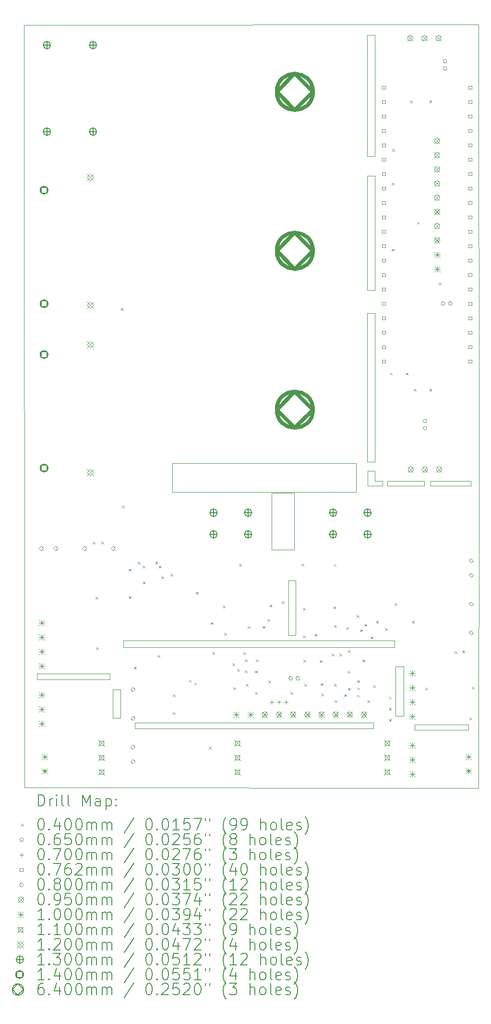
<source format=gbr>
%TF.GenerationSoftware,KiCad,Pcbnew,7.0.9*%
%TF.CreationDate,2024-10-22T00:58:30+05:30*%
%TF.ProjectId,Inverter,496e7665-7274-4657-922e-6b696361645f,rev?*%
%TF.SameCoordinates,Original*%
%TF.FileFunction,Drillmap*%
%TF.FilePolarity,Positive*%
%FSLAX45Y45*%
G04 Gerber Fmt 4.5, Leading zero omitted, Abs format (unit mm)*
G04 Created by KiCad (PCBNEW 7.0.9) date 2024-10-22 00:58:30*
%MOMM*%
%LPD*%
G01*
G04 APERTURE LIST*
%ADD10C,0.100000*%
%ADD11C,0.200000*%
%ADD12C,0.110000*%
%ADD13C,0.120000*%
%ADD14C,0.130000*%
%ADD15C,0.140000*%
%ADD16C,0.640000*%
G04 APERTURE END LIST*
D10*
X7379000Y-8024460D02*
X7509600Y-8024460D01*
X7509600Y-10642600D01*
X7379000Y-10642600D01*
X7379000Y-8024460D01*
X3935000Y-10668880D02*
X7180580Y-10668880D01*
X7180580Y-11174720D01*
X3935000Y-11174720D01*
X3935000Y-10668880D01*
X8495000Y-10984000D02*
X9207500Y-10984000D01*
X9207500Y-11063800D01*
X8495000Y-11063800D01*
X8495000Y-10984000D01*
X1547240Y-14373860D02*
X2837180Y-14373860D01*
X2837180Y-14480540D01*
X1547240Y-14480540D01*
X1547240Y-14373860D01*
X7733000Y-10986000D02*
X8382000Y-10986000D01*
X8382000Y-11065800D01*
X7733000Y-11065800D01*
X7733000Y-10986000D01*
X7509600Y-10985000D02*
X7650000Y-10985000D01*
X7650000Y-11065800D01*
X7383000Y-11065800D01*
X7383000Y-10805000D01*
X7509600Y-10805000D01*
X7509600Y-10985000D01*
X9350000Y-10764000D02*
X9350120Y-10764220D01*
X9344660Y-16393160D01*
X1330960Y-16383000D01*
X1320800Y-2997200D01*
X1323340Y-2943860D01*
X9345000Y-2940000D01*
X9350000Y-10764000D01*
X8215700Y-15273020D02*
X9166860Y-15273020D01*
X9166860Y-15367000D01*
X8215700Y-15367000D01*
X8215700Y-15273020D01*
X5986780Y-12733020D02*
X6118860Y-12733020D01*
X6118860Y-13703300D01*
X5986780Y-13703300D01*
X5986780Y-12733020D01*
X2885440Y-14654920D02*
X3025140Y-14654920D01*
X3025140Y-15158720D01*
X2885440Y-15158720D01*
X2885440Y-14654920D01*
X7879080Y-14251360D02*
X8016240Y-14251360D01*
X8016240Y-15123160D01*
X7879080Y-15123160D01*
X7879080Y-14251360D01*
X3274680Y-15245080D02*
X7485380Y-15245080D01*
X7485380Y-15346680D01*
X3274680Y-15346680D01*
X3274680Y-15245080D01*
X3073400Y-13794740D02*
X7856220Y-13794740D01*
X7856220Y-13909440D01*
X3073400Y-13909440D01*
X3073400Y-13794740D01*
X7379000Y-5607460D02*
X7509600Y-5607460D01*
X7509600Y-7620000D01*
X7379000Y-7620000D01*
X7379000Y-5607460D01*
X5689600Y-11189740D02*
X6093460Y-11189740D01*
X6093460Y-12194540D01*
X5689600Y-12194540D01*
X5689600Y-11189740D01*
X7379000Y-3124000D02*
X7509600Y-3124000D01*
X7509600Y-5259540D01*
X7379000Y-5259540D01*
X7379000Y-3124000D01*
D11*
D10*
X2534900Y-12052100D02*
X2574900Y-12092100D01*
X2574900Y-12052100D02*
X2534900Y-12092100D01*
X2583500Y-13022900D02*
X2623500Y-13062900D01*
X2623500Y-13022900D02*
X2583500Y-13062900D01*
X2593700Y-13911900D02*
X2633700Y-13951900D01*
X2633700Y-13911900D02*
X2593700Y-13951900D01*
X2687300Y-12052100D02*
X2727300Y-12092100D01*
X2727300Y-12052100D02*
X2687300Y-12092100D01*
X3030000Y-7935000D02*
X3070000Y-7975000D01*
X3070000Y-7935000D02*
X3030000Y-7975000D01*
X3050000Y-11415000D02*
X3090000Y-11455000D01*
X3090000Y-11415000D02*
X3050000Y-11455000D01*
X3167700Y-12527600D02*
X3207700Y-12567600D01*
X3207700Y-12527600D02*
X3167700Y-12567600D01*
X3167700Y-13010200D02*
X3207700Y-13050200D01*
X3207700Y-13010200D02*
X3167700Y-13050200D01*
X3265000Y-14255000D02*
X3305000Y-14295000D01*
X3305000Y-14255000D02*
X3265000Y-14295000D01*
X3330000Y-12405000D02*
X3370000Y-12445000D01*
X3370000Y-12405000D02*
X3330000Y-12445000D01*
X3415000Y-12475000D02*
X3455000Y-12515000D01*
X3455000Y-12475000D02*
X3415000Y-12515000D01*
X3420000Y-12750000D02*
X3460000Y-12790000D01*
X3460000Y-12750000D02*
X3420000Y-12790000D01*
X3640000Y-12405000D02*
X3680000Y-12445000D01*
X3680000Y-12405000D02*
X3640000Y-12445000D01*
X3678240Y-14046520D02*
X3718240Y-14086520D01*
X3718240Y-14046520D02*
X3678240Y-14086520D01*
X3700000Y-12475000D02*
X3740000Y-12515000D01*
X3740000Y-12475000D02*
X3700000Y-12515000D01*
X3745000Y-12660000D02*
X3785000Y-12700000D01*
X3785000Y-12660000D02*
X3745000Y-12700000D01*
X3905000Y-12620000D02*
X3945000Y-12660000D01*
X3945000Y-12620000D02*
X3905000Y-12660000D01*
X3946220Y-14745330D02*
X3986220Y-14785330D01*
X3986220Y-14745330D02*
X3946220Y-14785330D01*
X3946220Y-15057830D02*
X3986220Y-15097830D01*
X3986220Y-15057830D02*
X3946220Y-15097830D01*
X4231608Y-14483527D02*
X4271608Y-14523527D01*
X4271608Y-14483527D02*
X4231608Y-14523527D01*
X4325000Y-14535000D02*
X4365000Y-14575000D01*
X4365000Y-14535000D02*
X4325000Y-14575000D01*
X4352375Y-12935027D02*
X4392375Y-12975027D01*
X4392375Y-12935027D02*
X4352375Y-12975027D01*
X4585060Y-15664500D02*
X4625060Y-15704500D01*
X4625060Y-15664500D02*
X4585060Y-15704500D01*
X4615500Y-13467400D02*
X4655500Y-13507400D01*
X4655500Y-13467400D02*
X4615500Y-13507400D01*
X4645000Y-14000000D02*
X4685000Y-14040000D01*
X4685000Y-14000000D02*
X4645000Y-14040000D01*
X4828750Y-13177750D02*
X4868750Y-13217750D01*
X4868750Y-13177750D02*
X4828750Y-13217750D01*
X4852950Y-13657900D02*
X4892950Y-13697900D01*
X4892950Y-13657900D02*
X4852950Y-13697900D01*
X5000000Y-14193790D02*
X5040000Y-14233790D01*
X5040000Y-14193790D02*
X5000000Y-14233790D01*
X5016820Y-14615480D02*
X5056820Y-14655480D01*
X5056820Y-14615480D02*
X5016820Y-14655480D01*
X5085400Y-14293690D02*
X5125400Y-14333690D01*
X5125400Y-14293690D02*
X5085400Y-14333690D01*
X5114800Y-12438700D02*
X5154800Y-12478700D01*
X5154800Y-12438700D02*
X5114800Y-12478700D01*
X5194011Y-13996720D02*
X5234011Y-14036720D01*
X5234011Y-13996720D02*
X5194011Y-14036720D01*
X5220020Y-14125260D02*
X5260020Y-14165260D01*
X5260020Y-14125260D02*
X5220020Y-14165260D01*
X5220020Y-14321780D02*
X5260020Y-14361780D01*
X5260020Y-14321780D02*
X5220020Y-14361780D01*
X5237800Y-14557110D02*
X5277800Y-14597110D01*
X5277800Y-14557110D02*
X5237800Y-14597110D01*
X5272065Y-13538094D02*
X5312065Y-13578094D01*
X5312065Y-13538094D02*
X5272065Y-13578094D01*
X5395280Y-14702010D02*
X5435280Y-14742010D01*
X5435280Y-14702010D02*
X5395280Y-14742010D01*
X5396810Y-14324320D02*
X5436810Y-14364320D01*
X5436810Y-14324320D02*
X5396810Y-14364320D01*
X5413060Y-14122720D02*
X5453060Y-14162720D01*
X5453060Y-14122720D02*
X5413060Y-14162720D01*
X5529420Y-13536070D02*
X5569420Y-13576070D01*
X5569420Y-13536070D02*
X5529420Y-13576070D01*
X5616260Y-13411240D02*
X5656260Y-13451240D01*
X5656260Y-13411240D02*
X5616260Y-13451240D01*
X5636580Y-14496100D02*
X5676580Y-14536100D01*
X5676580Y-14496100D02*
X5636580Y-14536100D01*
X5655000Y-13160000D02*
X5695000Y-13200000D01*
X5695000Y-13160000D02*
X5655000Y-13200000D01*
X5872800Y-13099100D02*
X5912800Y-13139100D01*
X5912800Y-13099100D02*
X5872800Y-13139100D01*
X6020120Y-14702010D02*
X6060120Y-14742010D01*
X6060120Y-14702010D02*
X6020120Y-14742010D01*
X6218520Y-12438700D02*
X6258520Y-12478700D01*
X6258520Y-12438700D02*
X6218520Y-12478700D01*
X6243640Y-13218480D02*
X6283640Y-13258480D01*
X6283640Y-13218480D02*
X6243640Y-13258480D01*
X6246180Y-13701080D02*
X6286180Y-13741080D01*
X6286180Y-13701080D02*
X6246180Y-13741080D01*
X6250000Y-14130000D02*
X6290000Y-14170000D01*
X6290000Y-14130000D02*
X6250000Y-14170000D01*
X6271580Y-14557110D02*
X6311580Y-14597110D01*
X6311580Y-14557110D02*
X6271580Y-14597110D01*
X6450610Y-13675680D02*
X6490610Y-13715680D01*
X6490610Y-13675680D02*
X6450610Y-13715680D01*
X6538280Y-14137960D02*
X6578280Y-14177960D01*
X6578280Y-14137960D02*
X6538280Y-14177960D01*
X6553520Y-14544360D02*
X6593520Y-14584360D01*
X6593520Y-14544360D02*
X6553520Y-14584360D01*
X6563680Y-14727240D02*
X6603680Y-14767240D01*
X6603680Y-14727240D02*
X6563680Y-14767240D01*
X6754180Y-14021120D02*
X6794180Y-14061120D01*
X6794180Y-14021120D02*
X6754180Y-14061120D01*
X6780000Y-13195530D02*
X6820000Y-13235530D01*
X6820000Y-13195530D02*
X6780000Y-13235530D01*
X6790000Y-12445000D02*
X6830000Y-12485000D01*
X6830000Y-12445000D02*
X6790000Y-12485000D01*
X6794820Y-13520740D02*
X6834820Y-13560740D01*
X6834820Y-13520740D02*
X6794820Y-13560740D01*
X6794820Y-14557060D02*
X6834820Y-14597060D01*
X6834820Y-14557060D02*
X6794820Y-14597060D01*
X6800600Y-14844080D02*
X6840600Y-14884080D01*
X6840600Y-14844080D02*
X6800600Y-14884080D01*
X6883720Y-14023660D02*
X6923720Y-14063660D01*
X6923720Y-14023660D02*
X6883720Y-14063660D01*
X6970080Y-14737400D02*
X7010080Y-14777400D01*
X7010080Y-14737400D02*
X6970080Y-14777400D01*
X7005000Y-13555000D02*
X7045000Y-13595000D01*
X7045000Y-13555000D02*
X7005000Y-13595000D01*
X7028500Y-14326860D02*
X7068500Y-14366860D01*
X7068500Y-14326860D02*
X7028500Y-14366860D01*
X7036120Y-13962700D02*
X7076120Y-14002700D01*
X7076120Y-13962700D02*
X7036120Y-14002700D01*
X7038660Y-14628180D02*
X7078660Y-14668180D01*
X7078660Y-14628180D02*
X7038660Y-14668180D01*
X7192590Y-13345480D02*
X7232590Y-13385480D01*
X7232590Y-13345480D02*
X7192590Y-13385480D01*
X7196140Y-14747560D02*
X7236140Y-14787560D01*
X7236140Y-14747560D02*
X7196140Y-14787560D01*
X7201220Y-14493560D02*
X7241220Y-14533560D01*
X7241220Y-14493560D02*
X7201220Y-14533560D01*
X7205000Y-14620000D02*
X7245000Y-14660000D01*
X7245000Y-14620000D02*
X7205000Y-14660000D01*
X7249480Y-13594400D02*
X7289480Y-13634400D01*
X7289480Y-13594400D02*
X7249480Y-13634400D01*
X7295200Y-14127800D02*
X7335200Y-14167800D01*
X7335200Y-14127800D02*
X7295200Y-14167800D01*
X7325680Y-13502960D02*
X7365680Y-13542960D01*
X7365680Y-13502960D02*
X7325680Y-13542960D01*
X7380000Y-14845000D02*
X7420000Y-14885000D01*
X7420000Y-14845000D02*
X7380000Y-14885000D01*
X7439980Y-13721400D02*
X7479980Y-13761400D01*
X7479980Y-13721400D02*
X7439980Y-13761400D01*
X7480000Y-14580000D02*
X7520000Y-14620000D01*
X7520000Y-14580000D02*
X7480000Y-14620000D01*
X7533960Y-13449620D02*
X7573960Y-13489620D01*
X7573960Y-13449620D02*
X7533960Y-13489620D01*
X7691440Y-13576620D02*
X7731440Y-13616620D01*
X7731440Y-13576620D02*
X7691440Y-13616620D01*
X7763460Y-14780580D02*
X7803460Y-14820580D01*
X7803460Y-14780580D02*
X7763460Y-14820580D01*
X7763460Y-14978700D02*
X7803460Y-15018700D01*
X7803460Y-14978700D02*
X7763460Y-15018700D01*
X7763460Y-15176820D02*
X7803460Y-15216820D01*
X7803460Y-15176820D02*
X7763460Y-15216820D01*
X7780000Y-9075000D02*
X7820000Y-9115000D01*
X7820000Y-9075000D02*
X7780000Y-9115000D01*
X7810000Y-5725000D02*
X7850000Y-5765000D01*
X7850000Y-5725000D02*
X7810000Y-5765000D01*
X7810000Y-6890000D02*
X7850000Y-6930000D01*
X7850000Y-6890000D02*
X7810000Y-6930000D01*
X7815000Y-5135000D02*
X7855000Y-5175000D01*
X7855000Y-5135000D02*
X7815000Y-5175000D01*
X7861620Y-13134660D02*
X7901620Y-13174660D01*
X7901620Y-13134660D02*
X7861620Y-13174660D01*
X8055000Y-9075000D02*
X8095000Y-9115000D01*
X8095000Y-9075000D02*
X8055000Y-9115000D01*
X8130000Y-4275000D02*
X8170000Y-4315000D01*
X8170000Y-4275000D02*
X8130000Y-4315000D01*
X8170000Y-13450000D02*
X8210000Y-13490000D01*
X8210000Y-13450000D02*
X8170000Y-13490000D01*
X8200000Y-9360000D02*
X8240000Y-9400000D01*
X8240000Y-9360000D02*
X8200000Y-9400000D01*
X8255000Y-6415000D02*
X8295000Y-6455000D01*
X8295000Y-6415000D02*
X8255000Y-6455000D01*
X8402640Y-14625640D02*
X8442640Y-14665640D01*
X8442640Y-14625640D02*
X8402640Y-14665640D01*
X8475000Y-4280000D02*
X8515000Y-4320000D01*
X8515000Y-4280000D02*
X8475000Y-4320000D01*
X8475000Y-9360000D02*
X8515000Y-9400000D01*
X8515000Y-9360000D02*
X8475000Y-9400000D01*
X8640000Y-7485000D02*
X8680000Y-7525000D01*
X8680000Y-7485000D02*
X8640000Y-7525000D01*
X8918260Y-13980480D02*
X8958260Y-14020480D01*
X8958260Y-13980480D02*
X8918260Y-14020480D01*
X9055420Y-13967780D02*
X9095420Y-14007780D01*
X9095420Y-13967780D02*
X9055420Y-14007780D01*
X9179880Y-15151420D02*
X9219880Y-15191420D01*
X9219880Y-15151420D02*
X9179880Y-15191420D01*
X9223060Y-14607860D02*
X9263060Y-14647860D01*
X9263060Y-14607860D02*
X9223060Y-14647860D01*
X6057500Y-14460000D02*
G75*
G03*
X6057500Y-14460000I-32500J0D01*
G01*
X6184500Y-14460000D02*
G75*
G03*
X6184500Y-14460000I-32500J0D01*
G01*
X8427500Y-9925000D02*
G75*
G03*
X8427500Y-9925000I-32500J0D01*
G01*
X8427500Y-10052000D02*
G75*
G03*
X8427500Y-10052000I-32500J0D01*
G01*
X8747500Y-7855000D02*
G75*
G03*
X8747500Y-7855000I-32500J0D01*
G01*
X8782500Y-3585000D02*
G75*
G03*
X8782500Y-3585000I-32500J0D01*
G01*
X8782500Y-3712000D02*
G75*
G03*
X8782500Y-3712000I-32500J0D01*
G01*
X8874500Y-7855000D02*
G75*
G03*
X8874500Y-7855000I-32500J0D01*
G01*
X5692140Y-14839240D02*
X5692140Y-14909240D01*
X5657140Y-14874240D02*
X5727140Y-14874240D01*
X5819140Y-14839240D02*
X5819140Y-14909240D01*
X5784140Y-14874240D02*
X5854140Y-14874240D01*
X5946140Y-14839240D02*
X5946140Y-14909240D01*
X5911140Y-14874240D02*
X5981140Y-14874240D01*
X7694941Y-4073941D02*
X7694941Y-4020059D01*
X7641059Y-4020059D01*
X7641059Y-4073941D01*
X7694941Y-4073941D01*
X7694941Y-4327941D02*
X7694941Y-4274059D01*
X7641059Y-4274059D01*
X7641059Y-4327941D01*
X7694941Y-4327941D01*
X7694941Y-4581941D02*
X7694941Y-4528059D01*
X7641059Y-4528059D01*
X7641059Y-4581941D01*
X7694941Y-4581941D01*
X7694941Y-4835941D02*
X7694941Y-4782059D01*
X7641059Y-4782059D01*
X7641059Y-4835941D01*
X7694941Y-4835941D01*
X7694941Y-5089941D02*
X7694941Y-5036059D01*
X7641059Y-5036059D01*
X7641059Y-5089941D01*
X7694941Y-5089941D01*
X7694941Y-5343941D02*
X7694941Y-5290059D01*
X7641059Y-5290059D01*
X7641059Y-5343941D01*
X7694941Y-5343941D01*
X7694941Y-5597941D02*
X7694941Y-5544059D01*
X7641059Y-5544059D01*
X7641059Y-5597941D01*
X7694941Y-5597941D01*
X7694941Y-5851941D02*
X7694941Y-5798059D01*
X7641059Y-5798059D01*
X7641059Y-5851941D01*
X7694941Y-5851941D01*
X7694941Y-6105941D02*
X7694941Y-6052059D01*
X7641059Y-6052059D01*
X7641059Y-6105941D01*
X7694941Y-6105941D01*
X7694941Y-6359941D02*
X7694941Y-6306059D01*
X7641059Y-6306059D01*
X7641059Y-6359941D01*
X7694941Y-6359941D01*
X7694941Y-6613941D02*
X7694941Y-6560059D01*
X7641059Y-6560059D01*
X7641059Y-6613941D01*
X7694941Y-6613941D01*
X7694941Y-6867941D02*
X7694941Y-6814059D01*
X7641059Y-6814059D01*
X7641059Y-6867941D01*
X7694941Y-6867941D01*
X7694941Y-7121941D02*
X7694941Y-7068059D01*
X7641059Y-7068059D01*
X7641059Y-7121941D01*
X7694941Y-7121941D01*
X7694941Y-7375941D02*
X7694941Y-7322059D01*
X7641059Y-7322059D01*
X7641059Y-7375941D01*
X7694941Y-7375941D01*
X7694941Y-7629941D02*
X7694941Y-7576059D01*
X7641059Y-7576059D01*
X7641059Y-7629941D01*
X7694941Y-7629941D01*
X7694941Y-7883941D02*
X7694941Y-7830059D01*
X7641059Y-7830059D01*
X7641059Y-7883941D01*
X7694941Y-7883941D01*
X7694941Y-8137941D02*
X7694941Y-8084059D01*
X7641059Y-8084059D01*
X7641059Y-8137941D01*
X7694941Y-8137941D01*
X7694941Y-8391941D02*
X7694941Y-8338059D01*
X7641059Y-8338059D01*
X7641059Y-8391941D01*
X7694941Y-8391941D01*
X7694941Y-8645941D02*
X7694941Y-8592059D01*
X7641059Y-8592059D01*
X7641059Y-8645941D01*
X7694941Y-8645941D01*
X7694941Y-8899941D02*
X7694941Y-8846059D01*
X7641059Y-8846059D01*
X7641059Y-8899941D01*
X7694941Y-8899941D01*
X9218941Y-4073941D02*
X9218941Y-4020059D01*
X9165059Y-4020059D01*
X9165059Y-4073941D01*
X9218941Y-4073941D01*
X9218941Y-4327941D02*
X9218941Y-4274059D01*
X9165059Y-4274059D01*
X9165059Y-4327941D01*
X9218941Y-4327941D01*
X9218941Y-4581941D02*
X9218941Y-4528059D01*
X9165059Y-4528059D01*
X9165059Y-4581941D01*
X9218941Y-4581941D01*
X9218941Y-4835941D02*
X9218941Y-4782059D01*
X9165059Y-4782059D01*
X9165059Y-4835941D01*
X9218941Y-4835941D01*
X9218941Y-5089941D02*
X9218941Y-5036059D01*
X9165059Y-5036059D01*
X9165059Y-5089941D01*
X9218941Y-5089941D01*
X9218941Y-5343941D02*
X9218941Y-5290059D01*
X9165059Y-5290059D01*
X9165059Y-5343941D01*
X9218941Y-5343941D01*
X9218941Y-5597941D02*
X9218941Y-5544059D01*
X9165059Y-5544059D01*
X9165059Y-5597941D01*
X9218941Y-5597941D01*
X9218941Y-5851941D02*
X9218941Y-5798059D01*
X9165059Y-5798059D01*
X9165059Y-5851941D01*
X9218941Y-5851941D01*
X9218941Y-6105941D02*
X9218941Y-6052059D01*
X9165059Y-6052059D01*
X9165059Y-6105941D01*
X9218941Y-6105941D01*
X9218941Y-6359941D02*
X9218941Y-6306059D01*
X9165059Y-6306059D01*
X9165059Y-6359941D01*
X9218941Y-6359941D01*
X9218941Y-6613941D02*
X9218941Y-6560059D01*
X9165059Y-6560059D01*
X9165059Y-6613941D01*
X9218941Y-6613941D01*
X9218941Y-6867941D02*
X9218941Y-6814059D01*
X9165059Y-6814059D01*
X9165059Y-6867941D01*
X9218941Y-6867941D01*
X9218941Y-7121941D02*
X9218941Y-7068059D01*
X9165059Y-7068059D01*
X9165059Y-7121941D01*
X9218941Y-7121941D01*
X9218941Y-7375941D02*
X9218941Y-7322059D01*
X9165059Y-7322059D01*
X9165059Y-7375941D01*
X9218941Y-7375941D01*
X9218941Y-7629941D02*
X9218941Y-7576059D01*
X9165059Y-7576059D01*
X9165059Y-7629941D01*
X9218941Y-7629941D01*
X9218941Y-7883941D02*
X9218941Y-7830059D01*
X9165059Y-7830059D01*
X9165059Y-7883941D01*
X9218941Y-7883941D01*
X9218941Y-8137941D02*
X9218941Y-8084059D01*
X9165059Y-8084059D01*
X9165059Y-8137941D01*
X9218941Y-8137941D01*
X9218941Y-8391941D02*
X9218941Y-8338059D01*
X9165059Y-8338059D01*
X9165059Y-8391941D01*
X9218941Y-8391941D01*
X9218941Y-8645941D02*
X9218941Y-8592059D01*
X9165059Y-8592059D01*
X9165059Y-8645941D01*
X9218941Y-8645941D01*
X9218941Y-8899941D02*
X9218941Y-8846059D01*
X9165059Y-8846059D01*
X9165059Y-8899941D01*
X9218941Y-8899941D01*
X1625600Y-12206600D02*
X1665600Y-12166600D01*
X1625600Y-12126600D01*
X1585600Y-12166600D01*
X1625600Y-12206600D01*
X1879600Y-12206600D02*
X1919600Y-12166600D01*
X1879600Y-12126600D01*
X1839600Y-12166600D01*
X1879600Y-12206600D01*
X2387600Y-12206600D02*
X2427600Y-12166600D01*
X2387600Y-12126600D01*
X2347600Y-12166600D01*
X2387600Y-12206600D01*
X2895600Y-12206600D02*
X2935600Y-12166600D01*
X2895600Y-12126600D01*
X2855600Y-12166600D01*
X2895600Y-12206600D01*
X3241180Y-14692820D02*
X3281180Y-14652820D01*
X3241180Y-14612820D01*
X3201180Y-14652820D01*
X3241180Y-14692820D01*
X3241180Y-15200820D02*
X3281180Y-15160820D01*
X3241180Y-15120820D01*
X3201180Y-15160820D01*
X3241180Y-15200820D01*
X3241180Y-15708820D02*
X3281180Y-15668820D01*
X3241180Y-15628820D01*
X3201180Y-15668820D01*
X3241180Y-15708820D01*
X3241180Y-15962820D02*
X3281180Y-15922820D01*
X3241180Y-15882820D01*
X3201180Y-15922820D01*
X3241180Y-15962820D01*
X9207500Y-12425000D02*
X9247500Y-12385000D01*
X9207500Y-12345000D01*
X9167500Y-12385000D01*
X9207500Y-12425000D01*
X9207500Y-12679000D02*
X9247500Y-12639000D01*
X9207500Y-12599000D01*
X9167500Y-12639000D01*
X9207500Y-12679000D01*
X9207500Y-13187000D02*
X9247500Y-13147000D01*
X9207500Y-13107000D01*
X9167500Y-13147000D01*
X9207500Y-13187000D01*
X9207500Y-13695000D02*
X9247500Y-13655000D01*
X9207500Y-13615000D01*
X9167500Y-13655000D01*
X9207500Y-13695000D01*
X5523100Y-15050260D02*
X5618100Y-15145260D01*
X5618100Y-15050260D02*
X5523100Y-15145260D01*
X5618100Y-15097760D02*
G75*
G03*
X5618100Y-15097760I-47500J0D01*
G01*
X5773100Y-15050260D02*
X5868100Y-15145260D01*
X5868100Y-15050260D02*
X5773100Y-15145260D01*
X5868100Y-15097760D02*
G75*
G03*
X5868100Y-15097760I-47500J0D01*
G01*
X6023100Y-15050260D02*
X6118100Y-15145260D01*
X6118100Y-15050260D02*
X6023100Y-15145260D01*
X6118100Y-15097760D02*
G75*
G03*
X6118100Y-15097760I-47500J0D01*
G01*
X6273100Y-15050260D02*
X6368100Y-15145260D01*
X6368100Y-15050260D02*
X6273100Y-15145260D01*
X6368100Y-15097760D02*
G75*
G03*
X6368100Y-15097760I-47500J0D01*
G01*
X6523100Y-15050260D02*
X6618100Y-15145260D01*
X6618100Y-15050260D02*
X6523100Y-15145260D01*
X6618100Y-15097760D02*
G75*
G03*
X6618100Y-15097760I-47500J0D01*
G01*
X6773100Y-15050260D02*
X6868100Y-15145260D01*
X6868100Y-15050260D02*
X6773100Y-15145260D01*
X6868100Y-15097760D02*
G75*
G03*
X6868100Y-15097760I-47500J0D01*
G01*
X7023100Y-15050260D02*
X7118100Y-15145260D01*
X7118100Y-15050260D02*
X7023100Y-15145260D01*
X7118100Y-15097760D02*
G75*
G03*
X7118100Y-15097760I-47500J0D01*
G01*
X7273100Y-15050260D02*
X7368100Y-15145260D01*
X7368100Y-15050260D02*
X7273100Y-15145260D01*
X7368100Y-15097760D02*
G75*
G03*
X7368100Y-15097760I-47500J0D01*
G01*
X8087500Y-3132500D02*
X8182500Y-3227500D01*
X8182500Y-3132500D02*
X8087500Y-3227500D01*
X8182500Y-3180000D02*
G75*
G03*
X8182500Y-3180000I-47500J0D01*
G01*
X8097500Y-10732500D02*
X8192500Y-10827500D01*
X8192500Y-10732500D02*
X8097500Y-10827500D01*
X8192500Y-10780000D02*
G75*
G03*
X8192500Y-10780000I-47500J0D01*
G01*
X8337500Y-3132500D02*
X8432500Y-3227500D01*
X8432500Y-3132500D02*
X8337500Y-3227500D01*
X8432500Y-3180000D02*
G75*
G03*
X8432500Y-3180000I-47500J0D01*
G01*
X8347500Y-10732500D02*
X8442500Y-10827500D01*
X8442500Y-10732500D02*
X8347500Y-10827500D01*
X8442500Y-10780000D02*
G75*
G03*
X8442500Y-10780000I-47500J0D01*
G01*
X8562500Y-4942500D02*
X8657500Y-5037500D01*
X8657500Y-4942500D02*
X8562500Y-5037500D01*
X8657500Y-4990000D02*
G75*
G03*
X8657500Y-4990000I-47500J0D01*
G01*
X8562500Y-5192500D02*
X8657500Y-5287500D01*
X8657500Y-5192500D02*
X8562500Y-5287500D01*
X8657500Y-5240000D02*
G75*
G03*
X8657500Y-5240000I-47500J0D01*
G01*
X8562500Y-5442500D02*
X8657500Y-5537500D01*
X8657500Y-5442500D02*
X8562500Y-5537500D01*
X8657500Y-5490000D02*
G75*
G03*
X8657500Y-5490000I-47500J0D01*
G01*
X8562500Y-5692500D02*
X8657500Y-5787500D01*
X8657500Y-5692500D02*
X8562500Y-5787500D01*
X8657500Y-5740000D02*
G75*
G03*
X8657500Y-5740000I-47500J0D01*
G01*
X8562500Y-5942500D02*
X8657500Y-6037500D01*
X8657500Y-5942500D02*
X8562500Y-6037500D01*
X8657500Y-5990000D02*
G75*
G03*
X8657500Y-5990000I-47500J0D01*
G01*
X8562500Y-6192500D02*
X8657500Y-6287500D01*
X8657500Y-6192500D02*
X8562500Y-6287500D01*
X8657500Y-6240000D02*
G75*
G03*
X8657500Y-6240000I-47500J0D01*
G01*
X8562500Y-6442500D02*
X8657500Y-6537500D01*
X8657500Y-6442500D02*
X8562500Y-6537500D01*
X8657500Y-6490000D02*
G75*
G03*
X8657500Y-6490000I-47500J0D01*
G01*
X8562500Y-6692500D02*
X8657500Y-6787500D01*
X8657500Y-6692500D02*
X8562500Y-6787500D01*
X8657500Y-6740000D02*
G75*
G03*
X8657500Y-6740000I-47500J0D01*
G01*
X8587500Y-3132500D02*
X8682500Y-3227500D01*
X8682500Y-3132500D02*
X8587500Y-3227500D01*
X8682500Y-3180000D02*
G75*
G03*
X8682500Y-3180000I-47500J0D01*
G01*
X8597500Y-10732500D02*
X8692500Y-10827500D01*
X8692500Y-10732500D02*
X8597500Y-10827500D01*
X8692500Y-10780000D02*
G75*
G03*
X8692500Y-10780000I-47500J0D01*
G01*
X1586500Y-13431550D02*
X1686500Y-13531550D01*
X1686500Y-13431550D02*
X1586500Y-13531550D01*
X1636500Y-13431550D02*
X1636500Y-13531550D01*
X1586500Y-13481550D02*
X1686500Y-13481550D01*
X1586500Y-13685550D02*
X1686500Y-13785550D01*
X1686500Y-13685550D02*
X1586500Y-13785550D01*
X1636500Y-13685550D02*
X1636500Y-13785550D01*
X1586500Y-13735550D02*
X1686500Y-13735550D01*
X1586500Y-13939550D02*
X1686500Y-14039550D01*
X1686500Y-13939550D02*
X1586500Y-14039550D01*
X1636500Y-13939550D02*
X1636500Y-14039550D01*
X1586500Y-13989550D02*
X1686500Y-13989550D01*
X1586500Y-14193550D02*
X1686500Y-14293550D01*
X1686500Y-14193550D02*
X1586500Y-14293550D01*
X1636500Y-14193550D02*
X1636500Y-14293550D01*
X1586500Y-14243550D02*
X1686500Y-14243550D01*
X1586500Y-14701550D02*
X1686500Y-14801550D01*
X1686500Y-14701550D02*
X1586500Y-14801550D01*
X1636500Y-14701550D02*
X1636500Y-14801550D01*
X1586500Y-14751550D02*
X1686500Y-14751550D01*
X1586500Y-14955550D02*
X1686500Y-15055550D01*
X1686500Y-14955550D02*
X1586500Y-15055550D01*
X1636500Y-14955550D02*
X1636500Y-15055550D01*
X1586500Y-15005550D02*
X1686500Y-15005550D01*
X1586500Y-15209550D02*
X1686500Y-15309550D01*
X1686500Y-15209550D02*
X1586500Y-15309550D01*
X1636500Y-15209550D02*
X1636500Y-15309550D01*
X1586500Y-15259550D02*
X1686500Y-15259550D01*
X1633580Y-15791440D02*
X1733580Y-15891440D01*
X1733580Y-15791440D02*
X1633580Y-15891440D01*
X1683580Y-15791440D02*
X1683580Y-15891440D01*
X1633580Y-15841440D02*
X1733580Y-15841440D01*
X1633580Y-16041440D02*
X1733580Y-16141440D01*
X1733580Y-16041440D02*
X1633580Y-16141440D01*
X1683580Y-16041440D02*
X1683580Y-16141440D01*
X1633580Y-16091440D02*
X1733580Y-16091440D01*
X5012000Y-15047760D02*
X5112000Y-15147760D01*
X5112000Y-15047760D02*
X5012000Y-15147760D01*
X5062000Y-15047760D02*
X5062000Y-15147760D01*
X5012000Y-15097760D02*
X5112000Y-15097760D01*
X5266000Y-15047760D02*
X5366000Y-15147760D01*
X5366000Y-15047760D02*
X5266000Y-15147760D01*
X5316000Y-15047760D02*
X5316000Y-15147760D01*
X5266000Y-15097760D02*
X5366000Y-15097760D01*
X8124460Y-14316000D02*
X8224460Y-14416000D01*
X8224460Y-14316000D02*
X8124460Y-14416000D01*
X8174460Y-14316000D02*
X8174460Y-14416000D01*
X8124460Y-14366000D02*
X8224460Y-14366000D01*
X8124460Y-14570000D02*
X8224460Y-14670000D01*
X8224460Y-14570000D02*
X8124460Y-14670000D01*
X8174460Y-14570000D02*
X8174460Y-14670000D01*
X8124460Y-14620000D02*
X8224460Y-14620000D01*
X8124460Y-14824000D02*
X8224460Y-14924000D01*
X8224460Y-14824000D02*
X8124460Y-14924000D01*
X8174460Y-14824000D02*
X8174460Y-14924000D01*
X8124460Y-14874000D02*
X8224460Y-14874000D01*
X8124460Y-15078000D02*
X8224460Y-15178000D01*
X8224460Y-15078000D02*
X8124460Y-15178000D01*
X8174460Y-15078000D02*
X8174460Y-15178000D01*
X8124460Y-15128000D02*
X8224460Y-15128000D01*
X8124460Y-15586000D02*
X8224460Y-15686000D01*
X8224460Y-15586000D02*
X8124460Y-15686000D01*
X8174460Y-15586000D02*
X8174460Y-15686000D01*
X8124460Y-15636000D02*
X8224460Y-15636000D01*
X8124460Y-15840000D02*
X8224460Y-15940000D01*
X8224460Y-15840000D02*
X8124460Y-15940000D01*
X8174460Y-15840000D02*
X8174460Y-15940000D01*
X8124460Y-15890000D02*
X8224460Y-15890000D01*
X8124460Y-16094000D02*
X8224460Y-16194000D01*
X8224460Y-16094000D02*
X8124460Y-16194000D01*
X8174460Y-16094000D02*
X8174460Y-16194000D01*
X8124460Y-16144000D02*
X8224460Y-16144000D01*
X8560000Y-6944000D02*
X8660000Y-7044000D01*
X8660000Y-6944000D02*
X8560000Y-7044000D01*
X8610000Y-6944000D02*
X8610000Y-7044000D01*
X8560000Y-6994000D02*
X8660000Y-6994000D01*
X8560000Y-7198000D02*
X8660000Y-7298000D01*
X8660000Y-7198000D02*
X8560000Y-7298000D01*
X8610000Y-7198000D02*
X8610000Y-7298000D01*
X8560000Y-7248000D02*
X8660000Y-7248000D01*
X9112220Y-15791440D02*
X9212220Y-15891440D01*
X9212220Y-15791440D02*
X9112220Y-15891440D01*
X9162220Y-15791440D02*
X9162220Y-15891440D01*
X9112220Y-15841440D02*
X9212220Y-15841440D01*
X9112220Y-16041440D02*
X9212220Y-16141440D01*
X9212220Y-16041440D02*
X9112220Y-16141440D01*
X9162220Y-16041440D02*
X9162220Y-16141440D01*
X9112220Y-16091440D02*
X9212220Y-16091440D01*
D12*
X2632320Y-15548220D02*
X2742320Y-15658220D01*
X2742320Y-15548220D02*
X2632320Y-15658220D01*
X2726211Y-15642111D02*
X2726211Y-15564329D01*
X2648429Y-15564329D01*
X2648429Y-15642111D01*
X2726211Y-15642111D01*
X2632320Y-15802220D02*
X2742320Y-15912220D01*
X2742320Y-15802220D02*
X2632320Y-15912220D01*
X2726211Y-15896111D02*
X2726211Y-15818329D01*
X2648429Y-15818329D01*
X2648429Y-15896111D01*
X2726211Y-15896111D01*
X2632320Y-16056220D02*
X2742320Y-16166220D01*
X2742320Y-16056220D02*
X2632320Y-16166220D01*
X2726211Y-16150111D02*
X2726211Y-16072329D01*
X2648429Y-16072329D01*
X2648429Y-16150111D01*
X2726211Y-16150111D01*
X5034500Y-15546000D02*
X5144500Y-15656000D01*
X5144500Y-15546000D02*
X5034500Y-15656000D01*
X5128391Y-15639891D02*
X5128391Y-15562109D01*
X5050609Y-15562109D01*
X5050609Y-15639891D01*
X5128391Y-15639891D01*
X5034500Y-15800000D02*
X5144500Y-15910000D01*
X5144500Y-15800000D02*
X5034500Y-15910000D01*
X5128391Y-15893891D02*
X5128391Y-15816109D01*
X5050609Y-15816109D01*
X5050609Y-15893891D01*
X5128391Y-15893891D01*
X5034500Y-16054000D02*
X5144500Y-16164000D01*
X5144500Y-16054000D02*
X5034500Y-16164000D01*
X5128391Y-16147891D02*
X5128391Y-16070109D01*
X5050609Y-16070109D01*
X5050609Y-16147891D01*
X5128391Y-16147891D01*
X7671680Y-15544450D02*
X7781680Y-15654450D01*
X7781680Y-15544450D02*
X7671680Y-15654450D01*
X7765571Y-15638341D02*
X7765571Y-15560559D01*
X7687789Y-15560559D01*
X7687789Y-15638341D01*
X7765571Y-15638341D01*
X7671680Y-15798450D02*
X7781680Y-15908450D01*
X7781680Y-15798450D02*
X7671680Y-15908450D01*
X7765571Y-15892341D02*
X7765571Y-15814559D01*
X7687789Y-15814559D01*
X7687789Y-15892341D01*
X7765571Y-15892341D01*
X7671680Y-16052450D02*
X7781680Y-16162450D01*
X7781680Y-16052450D02*
X7671680Y-16162450D01*
X7765571Y-16146341D02*
X7765571Y-16068559D01*
X7687789Y-16068559D01*
X7687789Y-16146341D01*
X7765571Y-16146341D01*
D13*
X2429200Y-5571400D02*
X2549200Y-5691400D01*
X2549200Y-5571400D02*
X2429200Y-5691400D01*
X2489200Y-5691400D02*
X2549200Y-5631400D01*
X2489200Y-5571400D01*
X2429200Y-5631400D01*
X2489200Y-5691400D01*
X2429200Y-7821400D02*
X2549200Y-7941400D01*
X2549200Y-7821400D02*
X2429200Y-7941400D01*
X2489200Y-7941400D02*
X2549200Y-7881400D01*
X2489200Y-7821400D01*
X2429200Y-7881400D01*
X2489200Y-7941400D01*
X2429200Y-8517800D02*
X2549200Y-8637800D01*
X2549200Y-8517800D02*
X2429200Y-8637800D01*
X2489200Y-8637800D02*
X2549200Y-8577800D01*
X2489200Y-8517800D01*
X2429200Y-8577800D01*
X2489200Y-8637800D01*
X2429200Y-10767800D02*
X2549200Y-10887800D01*
X2549200Y-10767800D02*
X2429200Y-10887800D01*
X2489200Y-10887800D02*
X2549200Y-10827800D01*
X2489200Y-10767800D01*
X2429200Y-10827800D01*
X2489200Y-10887800D01*
D14*
X1727200Y-3237000D02*
X1727200Y-3367000D01*
X1662200Y-3302000D02*
X1792200Y-3302000D01*
X1792200Y-3302000D02*
G75*
G03*
X1792200Y-3302000I-65000J0D01*
G01*
X1727200Y-4761000D02*
X1727200Y-4891000D01*
X1662200Y-4826000D02*
X1792200Y-4826000D01*
X1792200Y-4826000D02*
G75*
G03*
X1792200Y-4826000I-65000J0D01*
G01*
X2540000Y-3237000D02*
X2540000Y-3367000D01*
X2475000Y-3302000D02*
X2605000Y-3302000D01*
X2605000Y-3302000D02*
G75*
G03*
X2605000Y-3302000I-65000J0D01*
G01*
X2540000Y-4761000D02*
X2540000Y-4891000D01*
X2475000Y-4826000D02*
X2605000Y-4826000D01*
X2605000Y-4826000D02*
G75*
G03*
X2605000Y-4826000I-65000J0D01*
G01*
X4665980Y-11475280D02*
X4665980Y-11605280D01*
X4600980Y-11540280D02*
X4730980Y-11540280D01*
X4730980Y-11540280D02*
G75*
G03*
X4730980Y-11540280I-65000J0D01*
G01*
X4665980Y-11856280D02*
X4665980Y-11986280D01*
X4600980Y-11921280D02*
X4730980Y-11921280D01*
X4730980Y-11921280D02*
G75*
G03*
X4730980Y-11921280I-65000J0D01*
G01*
X5275580Y-11475280D02*
X5275580Y-11605280D01*
X5210580Y-11540280D02*
X5340580Y-11540280D01*
X5340580Y-11540280D02*
G75*
G03*
X5340580Y-11540280I-65000J0D01*
G01*
X5275580Y-11856280D02*
X5275580Y-11986280D01*
X5210580Y-11921280D02*
X5340580Y-11921280D01*
X5340580Y-11921280D02*
G75*
G03*
X5340580Y-11921280I-65000J0D01*
G01*
X6774180Y-11475280D02*
X6774180Y-11605280D01*
X6709180Y-11540280D02*
X6839180Y-11540280D01*
X6839180Y-11540280D02*
G75*
G03*
X6839180Y-11540280I-65000J0D01*
G01*
X6774180Y-11856280D02*
X6774180Y-11986280D01*
X6709180Y-11921280D02*
X6839180Y-11921280D01*
X6839180Y-11921280D02*
G75*
G03*
X6839180Y-11921280I-65000J0D01*
G01*
X7383780Y-11475280D02*
X7383780Y-11605280D01*
X7318780Y-11540280D02*
X7448780Y-11540280D01*
X7448780Y-11540280D02*
G75*
G03*
X7448780Y-11540280I-65000J0D01*
G01*
X7383780Y-11856280D02*
X7383780Y-11986280D01*
X7318780Y-11921280D02*
X7448780Y-11921280D01*
X7448780Y-11921280D02*
G75*
G03*
X7448780Y-11921280I-65000J0D01*
G01*
D15*
X1725898Y-5907498D02*
X1725898Y-5808502D01*
X1626902Y-5808502D01*
X1626902Y-5907498D01*
X1725898Y-5907498D01*
X1746400Y-5858000D02*
G75*
G03*
X1746400Y-5858000I-70000J0D01*
G01*
X1725898Y-7907498D02*
X1725898Y-7808502D01*
X1626902Y-7808502D01*
X1626902Y-7907498D01*
X1725898Y-7907498D01*
X1746400Y-7858000D02*
G75*
G03*
X1746400Y-7858000I-70000J0D01*
G01*
X1725898Y-8803098D02*
X1725898Y-8704102D01*
X1626902Y-8704102D01*
X1626902Y-8803098D01*
X1725898Y-8803098D01*
X1746400Y-8753600D02*
G75*
G03*
X1746400Y-8753600I-70000J0D01*
G01*
X1725898Y-10803098D02*
X1725898Y-10704102D01*
X1626902Y-10704102D01*
X1626902Y-10803098D01*
X1725898Y-10803098D01*
X1746400Y-10753600D02*
G75*
G03*
X1746400Y-10753600I-70000J0D01*
G01*
D16*
X6101080Y-4444980D02*
X6421080Y-4124980D01*
X6101080Y-3804980D01*
X5781080Y-4124980D01*
X6101080Y-4444980D01*
X6421080Y-4124980D02*
G75*
G03*
X6421080Y-4124980I-320000J0D01*
G01*
X6101080Y-7244980D02*
X6421080Y-6924980D01*
X6101080Y-6604980D01*
X5781080Y-6924980D01*
X6101080Y-7244980D01*
X6421080Y-6924980D02*
G75*
G03*
X6421080Y-6924980I-320000J0D01*
G01*
X6101080Y-10044980D02*
X6421080Y-9724980D01*
X6101080Y-9404980D01*
X5781080Y-9724980D01*
X6101080Y-10044980D01*
X6421080Y-9724980D02*
G75*
G03*
X6421080Y-9724980I-320000J0D01*
G01*
D11*
X1576577Y-16709644D02*
X1576577Y-16509644D01*
X1576577Y-16509644D02*
X1624196Y-16509644D01*
X1624196Y-16509644D02*
X1652767Y-16519168D01*
X1652767Y-16519168D02*
X1671815Y-16538215D01*
X1671815Y-16538215D02*
X1681339Y-16557263D01*
X1681339Y-16557263D02*
X1690862Y-16595358D01*
X1690862Y-16595358D02*
X1690862Y-16623929D01*
X1690862Y-16623929D02*
X1681339Y-16662025D01*
X1681339Y-16662025D02*
X1671815Y-16681072D01*
X1671815Y-16681072D02*
X1652767Y-16700120D01*
X1652767Y-16700120D02*
X1624196Y-16709644D01*
X1624196Y-16709644D02*
X1576577Y-16709644D01*
X1776577Y-16709644D02*
X1776577Y-16576310D01*
X1776577Y-16614406D02*
X1786101Y-16595358D01*
X1786101Y-16595358D02*
X1795624Y-16585834D01*
X1795624Y-16585834D02*
X1814672Y-16576310D01*
X1814672Y-16576310D02*
X1833720Y-16576310D01*
X1900386Y-16709644D02*
X1900386Y-16576310D01*
X1900386Y-16509644D02*
X1890862Y-16519168D01*
X1890862Y-16519168D02*
X1900386Y-16528691D01*
X1900386Y-16528691D02*
X1909910Y-16519168D01*
X1909910Y-16519168D02*
X1900386Y-16509644D01*
X1900386Y-16509644D02*
X1900386Y-16528691D01*
X2024196Y-16709644D02*
X2005148Y-16700120D01*
X2005148Y-16700120D02*
X1995624Y-16681072D01*
X1995624Y-16681072D02*
X1995624Y-16509644D01*
X2128958Y-16709644D02*
X2109910Y-16700120D01*
X2109910Y-16700120D02*
X2100386Y-16681072D01*
X2100386Y-16681072D02*
X2100386Y-16509644D01*
X2357529Y-16709644D02*
X2357529Y-16509644D01*
X2357529Y-16509644D02*
X2424196Y-16652501D01*
X2424196Y-16652501D02*
X2490863Y-16509644D01*
X2490863Y-16509644D02*
X2490863Y-16709644D01*
X2671815Y-16709644D02*
X2671815Y-16604882D01*
X2671815Y-16604882D02*
X2662291Y-16585834D01*
X2662291Y-16585834D02*
X2643244Y-16576310D01*
X2643244Y-16576310D02*
X2605148Y-16576310D01*
X2605148Y-16576310D02*
X2586101Y-16585834D01*
X2671815Y-16700120D02*
X2652767Y-16709644D01*
X2652767Y-16709644D02*
X2605148Y-16709644D01*
X2605148Y-16709644D02*
X2586101Y-16700120D01*
X2586101Y-16700120D02*
X2576577Y-16681072D01*
X2576577Y-16681072D02*
X2576577Y-16662025D01*
X2576577Y-16662025D02*
X2586101Y-16642977D01*
X2586101Y-16642977D02*
X2605148Y-16633453D01*
X2605148Y-16633453D02*
X2652767Y-16633453D01*
X2652767Y-16633453D02*
X2671815Y-16623929D01*
X2767053Y-16576310D02*
X2767053Y-16776310D01*
X2767053Y-16585834D02*
X2786101Y-16576310D01*
X2786101Y-16576310D02*
X2824196Y-16576310D01*
X2824196Y-16576310D02*
X2843243Y-16585834D01*
X2843243Y-16585834D02*
X2852767Y-16595358D01*
X2852767Y-16595358D02*
X2862291Y-16614406D01*
X2862291Y-16614406D02*
X2862291Y-16671548D01*
X2862291Y-16671548D02*
X2852767Y-16690596D01*
X2852767Y-16690596D02*
X2843243Y-16700120D01*
X2843243Y-16700120D02*
X2824196Y-16709644D01*
X2824196Y-16709644D02*
X2786101Y-16709644D01*
X2786101Y-16709644D02*
X2767053Y-16700120D01*
X2948005Y-16690596D02*
X2957529Y-16700120D01*
X2957529Y-16700120D02*
X2948005Y-16709644D01*
X2948005Y-16709644D02*
X2938482Y-16700120D01*
X2938482Y-16700120D02*
X2948005Y-16690596D01*
X2948005Y-16690596D02*
X2948005Y-16709644D01*
X2948005Y-16585834D02*
X2957529Y-16595358D01*
X2957529Y-16595358D02*
X2948005Y-16604882D01*
X2948005Y-16604882D02*
X2938482Y-16595358D01*
X2938482Y-16595358D02*
X2948005Y-16585834D01*
X2948005Y-16585834D02*
X2948005Y-16604882D01*
D10*
X1275800Y-17018160D02*
X1315800Y-17058160D01*
X1315800Y-17018160D02*
X1275800Y-17058160D01*
D11*
X1614672Y-16929644D02*
X1633720Y-16929644D01*
X1633720Y-16929644D02*
X1652767Y-16939168D01*
X1652767Y-16939168D02*
X1662291Y-16948691D01*
X1662291Y-16948691D02*
X1671815Y-16967739D01*
X1671815Y-16967739D02*
X1681339Y-17005834D01*
X1681339Y-17005834D02*
X1681339Y-17053453D01*
X1681339Y-17053453D02*
X1671815Y-17091549D01*
X1671815Y-17091549D02*
X1662291Y-17110596D01*
X1662291Y-17110596D02*
X1652767Y-17120120D01*
X1652767Y-17120120D02*
X1633720Y-17129644D01*
X1633720Y-17129644D02*
X1614672Y-17129644D01*
X1614672Y-17129644D02*
X1595624Y-17120120D01*
X1595624Y-17120120D02*
X1586101Y-17110596D01*
X1586101Y-17110596D02*
X1576577Y-17091549D01*
X1576577Y-17091549D02*
X1567053Y-17053453D01*
X1567053Y-17053453D02*
X1567053Y-17005834D01*
X1567053Y-17005834D02*
X1576577Y-16967739D01*
X1576577Y-16967739D02*
X1586101Y-16948691D01*
X1586101Y-16948691D02*
X1595624Y-16939168D01*
X1595624Y-16939168D02*
X1614672Y-16929644D01*
X1767053Y-17110596D02*
X1776577Y-17120120D01*
X1776577Y-17120120D02*
X1767053Y-17129644D01*
X1767053Y-17129644D02*
X1757529Y-17120120D01*
X1757529Y-17120120D02*
X1767053Y-17110596D01*
X1767053Y-17110596D02*
X1767053Y-17129644D01*
X1948005Y-16996310D02*
X1948005Y-17129644D01*
X1900386Y-16920120D02*
X1852767Y-17062977D01*
X1852767Y-17062977D02*
X1976577Y-17062977D01*
X2090862Y-16929644D02*
X2109910Y-16929644D01*
X2109910Y-16929644D02*
X2128958Y-16939168D01*
X2128958Y-16939168D02*
X2138482Y-16948691D01*
X2138482Y-16948691D02*
X2148005Y-16967739D01*
X2148005Y-16967739D02*
X2157529Y-17005834D01*
X2157529Y-17005834D02*
X2157529Y-17053453D01*
X2157529Y-17053453D02*
X2148005Y-17091549D01*
X2148005Y-17091549D02*
X2138482Y-17110596D01*
X2138482Y-17110596D02*
X2128958Y-17120120D01*
X2128958Y-17120120D02*
X2109910Y-17129644D01*
X2109910Y-17129644D02*
X2090862Y-17129644D01*
X2090862Y-17129644D02*
X2071815Y-17120120D01*
X2071815Y-17120120D02*
X2062291Y-17110596D01*
X2062291Y-17110596D02*
X2052767Y-17091549D01*
X2052767Y-17091549D02*
X2043243Y-17053453D01*
X2043243Y-17053453D02*
X2043243Y-17005834D01*
X2043243Y-17005834D02*
X2052767Y-16967739D01*
X2052767Y-16967739D02*
X2062291Y-16948691D01*
X2062291Y-16948691D02*
X2071815Y-16939168D01*
X2071815Y-16939168D02*
X2090862Y-16929644D01*
X2281339Y-16929644D02*
X2300386Y-16929644D01*
X2300386Y-16929644D02*
X2319434Y-16939168D01*
X2319434Y-16939168D02*
X2328958Y-16948691D01*
X2328958Y-16948691D02*
X2338482Y-16967739D01*
X2338482Y-16967739D02*
X2348005Y-17005834D01*
X2348005Y-17005834D02*
X2348005Y-17053453D01*
X2348005Y-17053453D02*
X2338482Y-17091549D01*
X2338482Y-17091549D02*
X2328958Y-17110596D01*
X2328958Y-17110596D02*
X2319434Y-17120120D01*
X2319434Y-17120120D02*
X2300386Y-17129644D01*
X2300386Y-17129644D02*
X2281339Y-17129644D01*
X2281339Y-17129644D02*
X2262291Y-17120120D01*
X2262291Y-17120120D02*
X2252767Y-17110596D01*
X2252767Y-17110596D02*
X2243244Y-17091549D01*
X2243244Y-17091549D02*
X2233720Y-17053453D01*
X2233720Y-17053453D02*
X2233720Y-17005834D01*
X2233720Y-17005834D02*
X2243244Y-16967739D01*
X2243244Y-16967739D02*
X2252767Y-16948691D01*
X2252767Y-16948691D02*
X2262291Y-16939168D01*
X2262291Y-16939168D02*
X2281339Y-16929644D01*
X2433720Y-17129644D02*
X2433720Y-16996310D01*
X2433720Y-17015358D02*
X2443244Y-17005834D01*
X2443244Y-17005834D02*
X2462291Y-16996310D01*
X2462291Y-16996310D02*
X2490863Y-16996310D01*
X2490863Y-16996310D02*
X2509910Y-17005834D01*
X2509910Y-17005834D02*
X2519434Y-17024882D01*
X2519434Y-17024882D02*
X2519434Y-17129644D01*
X2519434Y-17024882D02*
X2528958Y-17005834D01*
X2528958Y-17005834D02*
X2548005Y-16996310D01*
X2548005Y-16996310D02*
X2576577Y-16996310D01*
X2576577Y-16996310D02*
X2595625Y-17005834D01*
X2595625Y-17005834D02*
X2605148Y-17024882D01*
X2605148Y-17024882D02*
X2605148Y-17129644D01*
X2700386Y-17129644D02*
X2700386Y-16996310D01*
X2700386Y-17015358D02*
X2709910Y-17005834D01*
X2709910Y-17005834D02*
X2728958Y-16996310D01*
X2728958Y-16996310D02*
X2757529Y-16996310D01*
X2757529Y-16996310D02*
X2776577Y-17005834D01*
X2776577Y-17005834D02*
X2786101Y-17024882D01*
X2786101Y-17024882D02*
X2786101Y-17129644D01*
X2786101Y-17024882D02*
X2795625Y-17005834D01*
X2795625Y-17005834D02*
X2814672Y-16996310D01*
X2814672Y-16996310D02*
X2843243Y-16996310D01*
X2843243Y-16996310D02*
X2862291Y-17005834D01*
X2862291Y-17005834D02*
X2871815Y-17024882D01*
X2871815Y-17024882D02*
X2871815Y-17129644D01*
X3262291Y-16920120D02*
X3090863Y-17177263D01*
X3519434Y-16929644D02*
X3538482Y-16929644D01*
X3538482Y-16929644D02*
X3557529Y-16939168D01*
X3557529Y-16939168D02*
X3567053Y-16948691D01*
X3567053Y-16948691D02*
X3576577Y-16967739D01*
X3576577Y-16967739D02*
X3586101Y-17005834D01*
X3586101Y-17005834D02*
X3586101Y-17053453D01*
X3586101Y-17053453D02*
X3576577Y-17091549D01*
X3576577Y-17091549D02*
X3567053Y-17110596D01*
X3567053Y-17110596D02*
X3557529Y-17120120D01*
X3557529Y-17120120D02*
X3538482Y-17129644D01*
X3538482Y-17129644D02*
X3519434Y-17129644D01*
X3519434Y-17129644D02*
X3500386Y-17120120D01*
X3500386Y-17120120D02*
X3490863Y-17110596D01*
X3490863Y-17110596D02*
X3481339Y-17091549D01*
X3481339Y-17091549D02*
X3471815Y-17053453D01*
X3471815Y-17053453D02*
X3471815Y-17005834D01*
X3471815Y-17005834D02*
X3481339Y-16967739D01*
X3481339Y-16967739D02*
X3490863Y-16948691D01*
X3490863Y-16948691D02*
X3500386Y-16939168D01*
X3500386Y-16939168D02*
X3519434Y-16929644D01*
X3671815Y-17110596D02*
X3681339Y-17120120D01*
X3681339Y-17120120D02*
X3671815Y-17129644D01*
X3671815Y-17129644D02*
X3662291Y-17120120D01*
X3662291Y-17120120D02*
X3671815Y-17110596D01*
X3671815Y-17110596D02*
X3671815Y-17129644D01*
X3805148Y-16929644D02*
X3824196Y-16929644D01*
X3824196Y-16929644D02*
X3843244Y-16939168D01*
X3843244Y-16939168D02*
X3852767Y-16948691D01*
X3852767Y-16948691D02*
X3862291Y-16967739D01*
X3862291Y-16967739D02*
X3871815Y-17005834D01*
X3871815Y-17005834D02*
X3871815Y-17053453D01*
X3871815Y-17053453D02*
X3862291Y-17091549D01*
X3862291Y-17091549D02*
X3852767Y-17110596D01*
X3852767Y-17110596D02*
X3843244Y-17120120D01*
X3843244Y-17120120D02*
X3824196Y-17129644D01*
X3824196Y-17129644D02*
X3805148Y-17129644D01*
X3805148Y-17129644D02*
X3786101Y-17120120D01*
X3786101Y-17120120D02*
X3776577Y-17110596D01*
X3776577Y-17110596D02*
X3767053Y-17091549D01*
X3767053Y-17091549D02*
X3757529Y-17053453D01*
X3757529Y-17053453D02*
X3757529Y-17005834D01*
X3757529Y-17005834D02*
X3767053Y-16967739D01*
X3767053Y-16967739D02*
X3776577Y-16948691D01*
X3776577Y-16948691D02*
X3786101Y-16939168D01*
X3786101Y-16939168D02*
X3805148Y-16929644D01*
X4062291Y-17129644D02*
X3948006Y-17129644D01*
X4005148Y-17129644D02*
X4005148Y-16929644D01*
X4005148Y-16929644D02*
X3986101Y-16958215D01*
X3986101Y-16958215D02*
X3967053Y-16977263D01*
X3967053Y-16977263D02*
X3948006Y-16986787D01*
X4243244Y-16929644D02*
X4148006Y-16929644D01*
X4148006Y-16929644D02*
X4138482Y-17024882D01*
X4138482Y-17024882D02*
X4148006Y-17015358D01*
X4148006Y-17015358D02*
X4167053Y-17005834D01*
X4167053Y-17005834D02*
X4214672Y-17005834D01*
X4214672Y-17005834D02*
X4233720Y-17015358D01*
X4233720Y-17015358D02*
X4243244Y-17024882D01*
X4243244Y-17024882D02*
X4252768Y-17043930D01*
X4252768Y-17043930D02*
X4252768Y-17091549D01*
X4252768Y-17091549D02*
X4243244Y-17110596D01*
X4243244Y-17110596D02*
X4233720Y-17120120D01*
X4233720Y-17120120D02*
X4214672Y-17129644D01*
X4214672Y-17129644D02*
X4167053Y-17129644D01*
X4167053Y-17129644D02*
X4148006Y-17120120D01*
X4148006Y-17120120D02*
X4138482Y-17110596D01*
X4319434Y-16929644D02*
X4452768Y-16929644D01*
X4452768Y-16929644D02*
X4367053Y-17129644D01*
X4519434Y-16929644D02*
X4519434Y-16967739D01*
X4595625Y-16929644D02*
X4595625Y-16967739D01*
X4890863Y-17205834D02*
X4881339Y-17196310D01*
X4881339Y-17196310D02*
X4862291Y-17167739D01*
X4862291Y-17167739D02*
X4852768Y-17148691D01*
X4852768Y-17148691D02*
X4843244Y-17120120D01*
X4843244Y-17120120D02*
X4833720Y-17072501D01*
X4833720Y-17072501D02*
X4833720Y-17034406D01*
X4833720Y-17034406D02*
X4843244Y-16986787D01*
X4843244Y-16986787D02*
X4852768Y-16958215D01*
X4852768Y-16958215D02*
X4862291Y-16939168D01*
X4862291Y-16939168D02*
X4881339Y-16910596D01*
X4881339Y-16910596D02*
X4890863Y-16901072D01*
X4976577Y-17129644D02*
X5014672Y-17129644D01*
X5014672Y-17129644D02*
X5033720Y-17120120D01*
X5033720Y-17120120D02*
X5043244Y-17110596D01*
X5043244Y-17110596D02*
X5062291Y-17082025D01*
X5062291Y-17082025D02*
X5071815Y-17043930D01*
X5071815Y-17043930D02*
X5071815Y-16967739D01*
X5071815Y-16967739D02*
X5062291Y-16948691D01*
X5062291Y-16948691D02*
X5052768Y-16939168D01*
X5052768Y-16939168D02*
X5033720Y-16929644D01*
X5033720Y-16929644D02*
X4995625Y-16929644D01*
X4995625Y-16929644D02*
X4976577Y-16939168D01*
X4976577Y-16939168D02*
X4967053Y-16948691D01*
X4967053Y-16948691D02*
X4957530Y-16967739D01*
X4957530Y-16967739D02*
X4957530Y-17015358D01*
X4957530Y-17015358D02*
X4967053Y-17034406D01*
X4967053Y-17034406D02*
X4976577Y-17043930D01*
X4976577Y-17043930D02*
X4995625Y-17053453D01*
X4995625Y-17053453D02*
X5033720Y-17053453D01*
X5033720Y-17053453D02*
X5052768Y-17043930D01*
X5052768Y-17043930D02*
X5062291Y-17034406D01*
X5062291Y-17034406D02*
X5071815Y-17015358D01*
X5167053Y-17129644D02*
X5205149Y-17129644D01*
X5205149Y-17129644D02*
X5224196Y-17120120D01*
X5224196Y-17120120D02*
X5233720Y-17110596D01*
X5233720Y-17110596D02*
X5252768Y-17082025D01*
X5252768Y-17082025D02*
X5262291Y-17043930D01*
X5262291Y-17043930D02*
X5262291Y-16967739D01*
X5262291Y-16967739D02*
X5252768Y-16948691D01*
X5252768Y-16948691D02*
X5243244Y-16939168D01*
X5243244Y-16939168D02*
X5224196Y-16929644D01*
X5224196Y-16929644D02*
X5186101Y-16929644D01*
X5186101Y-16929644D02*
X5167053Y-16939168D01*
X5167053Y-16939168D02*
X5157530Y-16948691D01*
X5157530Y-16948691D02*
X5148006Y-16967739D01*
X5148006Y-16967739D02*
X5148006Y-17015358D01*
X5148006Y-17015358D02*
X5157530Y-17034406D01*
X5157530Y-17034406D02*
X5167053Y-17043930D01*
X5167053Y-17043930D02*
X5186101Y-17053453D01*
X5186101Y-17053453D02*
X5224196Y-17053453D01*
X5224196Y-17053453D02*
X5243244Y-17043930D01*
X5243244Y-17043930D02*
X5252768Y-17034406D01*
X5252768Y-17034406D02*
X5262291Y-17015358D01*
X5500387Y-17129644D02*
X5500387Y-16929644D01*
X5586101Y-17129644D02*
X5586101Y-17024882D01*
X5586101Y-17024882D02*
X5576577Y-17005834D01*
X5576577Y-17005834D02*
X5557530Y-16996310D01*
X5557530Y-16996310D02*
X5528958Y-16996310D01*
X5528958Y-16996310D02*
X5509911Y-17005834D01*
X5509911Y-17005834D02*
X5500387Y-17015358D01*
X5709910Y-17129644D02*
X5690863Y-17120120D01*
X5690863Y-17120120D02*
X5681339Y-17110596D01*
X5681339Y-17110596D02*
X5671815Y-17091549D01*
X5671815Y-17091549D02*
X5671815Y-17034406D01*
X5671815Y-17034406D02*
X5681339Y-17015358D01*
X5681339Y-17015358D02*
X5690863Y-17005834D01*
X5690863Y-17005834D02*
X5709910Y-16996310D01*
X5709910Y-16996310D02*
X5738482Y-16996310D01*
X5738482Y-16996310D02*
X5757530Y-17005834D01*
X5757530Y-17005834D02*
X5767053Y-17015358D01*
X5767053Y-17015358D02*
X5776577Y-17034406D01*
X5776577Y-17034406D02*
X5776577Y-17091549D01*
X5776577Y-17091549D02*
X5767053Y-17110596D01*
X5767053Y-17110596D02*
X5757530Y-17120120D01*
X5757530Y-17120120D02*
X5738482Y-17129644D01*
X5738482Y-17129644D02*
X5709910Y-17129644D01*
X5890863Y-17129644D02*
X5871815Y-17120120D01*
X5871815Y-17120120D02*
X5862291Y-17101072D01*
X5862291Y-17101072D02*
X5862291Y-16929644D01*
X6043244Y-17120120D02*
X6024196Y-17129644D01*
X6024196Y-17129644D02*
X5986101Y-17129644D01*
X5986101Y-17129644D02*
X5967053Y-17120120D01*
X5967053Y-17120120D02*
X5957530Y-17101072D01*
X5957530Y-17101072D02*
X5957530Y-17024882D01*
X5957530Y-17024882D02*
X5967053Y-17005834D01*
X5967053Y-17005834D02*
X5986101Y-16996310D01*
X5986101Y-16996310D02*
X6024196Y-16996310D01*
X6024196Y-16996310D02*
X6043244Y-17005834D01*
X6043244Y-17005834D02*
X6052768Y-17024882D01*
X6052768Y-17024882D02*
X6052768Y-17043930D01*
X6052768Y-17043930D02*
X5957530Y-17062977D01*
X6128958Y-17120120D02*
X6148006Y-17129644D01*
X6148006Y-17129644D02*
X6186101Y-17129644D01*
X6186101Y-17129644D02*
X6205149Y-17120120D01*
X6205149Y-17120120D02*
X6214672Y-17101072D01*
X6214672Y-17101072D02*
X6214672Y-17091549D01*
X6214672Y-17091549D02*
X6205149Y-17072501D01*
X6205149Y-17072501D02*
X6186101Y-17062977D01*
X6186101Y-17062977D02*
X6157530Y-17062977D01*
X6157530Y-17062977D02*
X6138482Y-17053453D01*
X6138482Y-17053453D02*
X6128958Y-17034406D01*
X6128958Y-17034406D02*
X6128958Y-17024882D01*
X6128958Y-17024882D02*
X6138482Y-17005834D01*
X6138482Y-17005834D02*
X6157530Y-16996310D01*
X6157530Y-16996310D02*
X6186101Y-16996310D01*
X6186101Y-16996310D02*
X6205149Y-17005834D01*
X6281339Y-17205834D02*
X6290863Y-17196310D01*
X6290863Y-17196310D02*
X6309911Y-17167739D01*
X6309911Y-17167739D02*
X6319434Y-17148691D01*
X6319434Y-17148691D02*
X6328958Y-17120120D01*
X6328958Y-17120120D02*
X6338482Y-17072501D01*
X6338482Y-17072501D02*
X6338482Y-17034406D01*
X6338482Y-17034406D02*
X6328958Y-16986787D01*
X6328958Y-16986787D02*
X6319434Y-16958215D01*
X6319434Y-16958215D02*
X6309911Y-16939168D01*
X6309911Y-16939168D02*
X6290863Y-16910596D01*
X6290863Y-16910596D02*
X6281339Y-16901072D01*
D10*
X1315800Y-17302160D02*
G75*
G03*
X1315800Y-17302160I-32500J0D01*
G01*
D11*
X1614672Y-17193644D02*
X1633720Y-17193644D01*
X1633720Y-17193644D02*
X1652767Y-17203168D01*
X1652767Y-17203168D02*
X1662291Y-17212691D01*
X1662291Y-17212691D02*
X1671815Y-17231739D01*
X1671815Y-17231739D02*
X1681339Y-17269834D01*
X1681339Y-17269834D02*
X1681339Y-17317453D01*
X1681339Y-17317453D02*
X1671815Y-17355549D01*
X1671815Y-17355549D02*
X1662291Y-17374596D01*
X1662291Y-17374596D02*
X1652767Y-17384120D01*
X1652767Y-17384120D02*
X1633720Y-17393644D01*
X1633720Y-17393644D02*
X1614672Y-17393644D01*
X1614672Y-17393644D02*
X1595624Y-17384120D01*
X1595624Y-17384120D02*
X1586101Y-17374596D01*
X1586101Y-17374596D02*
X1576577Y-17355549D01*
X1576577Y-17355549D02*
X1567053Y-17317453D01*
X1567053Y-17317453D02*
X1567053Y-17269834D01*
X1567053Y-17269834D02*
X1576577Y-17231739D01*
X1576577Y-17231739D02*
X1586101Y-17212691D01*
X1586101Y-17212691D02*
X1595624Y-17203168D01*
X1595624Y-17203168D02*
X1614672Y-17193644D01*
X1767053Y-17374596D02*
X1776577Y-17384120D01*
X1776577Y-17384120D02*
X1767053Y-17393644D01*
X1767053Y-17393644D02*
X1757529Y-17384120D01*
X1757529Y-17384120D02*
X1767053Y-17374596D01*
X1767053Y-17374596D02*
X1767053Y-17393644D01*
X1948005Y-17193644D02*
X1909910Y-17193644D01*
X1909910Y-17193644D02*
X1890862Y-17203168D01*
X1890862Y-17203168D02*
X1881339Y-17212691D01*
X1881339Y-17212691D02*
X1862291Y-17241263D01*
X1862291Y-17241263D02*
X1852767Y-17279358D01*
X1852767Y-17279358D02*
X1852767Y-17355549D01*
X1852767Y-17355549D02*
X1862291Y-17374596D01*
X1862291Y-17374596D02*
X1871815Y-17384120D01*
X1871815Y-17384120D02*
X1890862Y-17393644D01*
X1890862Y-17393644D02*
X1928958Y-17393644D01*
X1928958Y-17393644D02*
X1948005Y-17384120D01*
X1948005Y-17384120D02*
X1957529Y-17374596D01*
X1957529Y-17374596D02*
X1967053Y-17355549D01*
X1967053Y-17355549D02*
X1967053Y-17307930D01*
X1967053Y-17307930D02*
X1957529Y-17288882D01*
X1957529Y-17288882D02*
X1948005Y-17279358D01*
X1948005Y-17279358D02*
X1928958Y-17269834D01*
X1928958Y-17269834D02*
X1890862Y-17269834D01*
X1890862Y-17269834D02*
X1871815Y-17279358D01*
X1871815Y-17279358D02*
X1862291Y-17288882D01*
X1862291Y-17288882D02*
X1852767Y-17307930D01*
X2148005Y-17193644D02*
X2052767Y-17193644D01*
X2052767Y-17193644D02*
X2043243Y-17288882D01*
X2043243Y-17288882D02*
X2052767Y-17279358D01*
X2052767Y-17279358D02*
X2071815Y-17269834D01*
X2071815Y-17269834D02*
X2119434Y-17269834D01*
X2119434Y-17269834D02*
X2138482Y-17279358D01*
X2138482Y-17279358D02*
X2148005Y-17288882D01*
X2148005Y-17288882D02*
X2157529Y-17307930D01*
X2157529Y-17307930D02*
X2157529Y-17355549D01*
X2157529Y-17355549D02*
X2148005Y-17374596D01*
X2148005Y-17374596D02*
X2138482Y-17384120D01*
X2138482Y-17384120D02*
X2119434Y-17393644D01*
X2119434Y-17393644D02*
X2071815Y-17393644D01*
X2071815Y-17393644D02*
X2052767Y-17384120D01*
X2052767Y-17384120D02*
X2043243Y-17374596D01*
X2281339Y-17193644D02*
X2300386Y-17193644D01*
X2300386Y-17193644D02*
X2319434Y-17203168D01*
X2319434Y-17203168D02*
X2328958Y-17212691D01*
X2328958Y-17212691D02*
X2338482Y-17231739D01*
X2338482Y-17231739D02*
X2348005Y-17269834D01*
X2348005Y-17269834D02*
X2348005Y-17317453D01*
X2348005Y-17317453D02*
X2338482Y-17355549D01*
X2338482Y-17355549D02*
X2328958Y-17374596D01*
X2328958Y-17374596D02*
X2319434Y-17384120D01*
X2319434Y-17384120D02*
X2300386Y-17393644D01*
X2300386Y-17393644D02*
X2281339Y-17393644D01*
X2281339Y-17393644D02*
X2262291Y-17384120D01*
X2262291Y-17384120D02*
X2252767Y-17374596D01*
X2252767Y-17374596D02*
X2243244Y-17355549D01*
X2243244Y-17355549D02*
X2233720Y-17317453D01*
X2233720Y-17317453D02*
X2233720Y-17269834D01*
X2233720Y-17269834D02*
X2243244Y-17231739D01*
X2243244Y-17231739D02*
X2252767Y-17212691D01*
X2252767Y-17212691D02*
X2262291Y-17203168D01*
X2262291Y-17203168D02*
X2281339Y-17193644D01*
X2433720Y-17393644D02*
X2433720Y-17260310D01*
X2433720Y-17279358D02*
X2443244Y-17269834D01*
X2443244Y-17269834D02*
X2462291Y-17260310D01*
X2462291Y-17260310D02*
X2490863Y-17260310D01*
X2490863Y-17260310D02*
X2509910Y-17269834D01*
X2509910Y-17269834D02*
X2519434Y-17288882D01*
X2519434Y-17288882D02*
X2519434Y-17393644D01*
X2519434Y-17288882D02*
X2528958Y-17269834D01*
X2528958Y-17269834D02*
X2548005Y-17260310D01*
X2548005Y-17260310D02*
X2576577Y-17260310D01*
X2576577Y-17260310D02*
X2595625Y-17269834D01*
X2595625Y-17269834D02*
X2605148Y-17288882D01*
X2605148Y-17288882D02*
X2605148Y-17393644D01*
X2700386Y-17393644D02*
X2700386Y-17260310D01*
X2700386Y-17279358D02*
X2709910Y-17269834D01*
X2709910Y-17269834D02*
X2728958Y-17260310D01*
X2728958Y-17260310D02*
X2757529Y-17260310D01*
X2757529Y-17260310D02*
X2776577Y-17269834D01*
X2776577Y-17269834D02*
X2786101Y-17288882D01*
X2786101Y-17288882D02*
X2786101Y-17393644D01*
X2786101Y-17288882D02*
X2795625Y-17269834D01*
X2795625Y-17269834D02*
X2814672Y-17260310D01*
X2814672Y-17260310D02*
X2843243Y-17260310D01*
X2843243Y-17260310D02*
X2862291Y-17269834D01*
X2862291Y-17269834D02*
X2871815Y-17288882D01*
X2871815Y-17288882D02*
X2871815Y-17393644D01*
X3262291Y-17184120D02*
X3090863Y-17441263D01*
X3519434Y-17193644D02*
X3538482Y-17193644D01*
X3538482Y-17193644D02*
X3557529Y-17203168D01*
X3557529Y-17203168D02*
X3567053Y-17212691D01*
X3567053Y-17212691D02*
X3576577Y-17231739D01*
X3576577Y-17231739D02*
X3586101Y-17269834D01*
X3586101Y-17269834D02*
X3586101Y-17317453D01*
X3586101Y-17317453D02*
X3576577Y-17355549D01*
X3576577Y-17355549D02*
X3567053Y-17374596D01*
X3567053Y-17374596D02*
X3557529Y-17384120D01*
X3557529Y-17384120D02*
X3538482Y-17393644D01*
X3538482Y-17393644D02*
X3519434Y-17393644D01*
X3519434Y-17393644D02*
X3500386Y-17384120D01*
X3500386Y-17384120D02*
X3490863Y-17374596D01*
X3490863Y-17374596D02*
X3481339Y-17355549D01*
X3481339Y-17355549D02*
X3471815Y-17317453D01*
X3471815Y-17317453D02*
X3471815Y-17269834D01*
X3471815Y-17269834D02*
X3481339Y-17231739D01*
X3481339Y-17231739D02*
X3490863Y-17212691D01*
X3490863Y-17212691D02*
X3500386Y-17203168D01*
X3500386Y-17203168D02*
X3519434Y-17193644D01*
X3671815Y-17374596D02*
X3681339Y-17384120D01*
X3681339Y-17384120D02*
X3671815Y-17393644D01*
X3671815Y-17393644D02*
X3662291Y-17384120D01*
X3662291Y-17384120D02*
X3671815Y-17374596D01*
X3671815Y-17374596D02*
X3671815Y-17393644D01*
X3805148Y-17193644D02*
X3824196Y-17193644D01*
X3824196Y-17193644D02*
X3843244Y-17203168D01*
X3843244Y-17203168D02*
X3852767Y-17212691D01*
X3852767Y-17212691D02*
X3862291Y-17231739D01*
X3862291Y-17231739D02*
X3871815Y-17269834D01*
X3871815Y-17269834D02*
X3871815Y-17317453D01*
X3871815Y-17317453D02*
X3862291Y-17355549D01*
X3862291Y-17355549D02*
X3852767Y-17374596D01*
X3852767Y-17374596D02*
X3843244Y-17384120D01*
X3843244Y-17384120D02*
X3824196Y-17393644D01*
X3824196Y-17393644D02*
X3805148Y-17393644D01*
X3805148Y-17393644D02*
X3786101Y-17384120D01*
X3786101Y-17384120D02*
X3776577Y-17374596D01*
X3776577Y-17374596D02*
X3767053Y-17355549D01*
X3767053Y-17355549D02*
X3757529Y-17317453D01*
X3757529Y-17317453D02*
X3757529Y-17269834D01*
X3757529Y-17269834D02*
X3767053Y-17231739D01*
X3767053Y-17231739D02*
X3776577Y-17212691D01*
X3776577Y-17212691D02*
X3786101Y-17203168D01*
X3786101Y-17203168D02*
X3805148Y-17193644D01*
X3948006Y-17212691D02*
X3957529Y-17203168D01*
X3957529Y-17203168D02*
X3976577Y-17193644D01*
X3976577Y-17193644D02*
X4024196Y-17193644D01*
X4024196Y-17193644D02*
X4043244Y-17203168D01*
X4043244Y-17203168D02*
X4052767Y-17212691D01*
X4052767Y-17212691D02*
X4062291Y-17231739D01*
X4062291Y-17231739D02*
X4062291Y-17250787D01*
X4062291Y-17250787D02*
X4052767Y-17279358D01*
X4052767Y-17279358D02*
X3938482Y-17393644D01*
X3938482Y-17393644D02*
X4062291Y-17393644D01*
X4243244Y-17193644D02*
X4148006Y-17193644D01*
X4148006Y-17193644D02*
X4138482Y-17288882D01*
X4138482Y-17288882D02*
X4148006Y-17279358D01*
X4148006Y-17279358D02*
X4167053Y-17269834D01*
X4167053Y-17269834D02*
X4214672Y-17269834D01*
X4214672Y-17269834D02*
X4233720Y-17279358D01*
X4233720Y-17279358D02*
X4243244Y-17288882D01*
X4243244Y-17288882D02*
X4252768Y-17307930D01*
X4252768Y-17307930D02*
X4252768Y-17355549D01*
X4252768Y-17355549D02*
X4243244Y-17374596D01*
X4243244Y-17374596D02*
X4233720Y-17384120D01*
X4233720Y-17384120D02*
X4214672Y-17393644D01*
X4214672Y-17393644D02*
X4167053Y-17393644D01*
X4167053Y-17393644D02*
X4148006Y-17384120D01*
X4148006Y-17384120D02*
X4138482Y-17374596D01*
X4424196Y-17193644D02*
X4386101Y-17193644D01*
X4386101Y-17193644D02*
X4367053Y-17203168D01*
X4367053Y-17203168D02*
X4357529Y-17212691D01*
X4357529Y-17212691D02*
X4338482Y-17241263D01*
X4338482Y-17241263D02*
X4328958Y-17279358D01*
X4328958Y-17279358D02*
X4328958Y-17355549D01*
X4328958Y-17355549D02*
X4338482Y-17374596D01*
X4338482Y-17374596D02*
X4348006Y-17384120D01*
X4348006Y-17384120D02*
X4367053Y-17393644D01*
X4367053Y-17393644D02*
X4405149Y-17393644D01*
X4405149Y-17393644D02*
X4424196Y-17384120D01*
X4424196Y-17384120D02*
X4433720Y-17374596D01*
X4433720Y-17374596D02*
X4443244Y-17355549D01*
X4443244Y-17355549D02*
X4443244Y-17307930D01*
X4443244Y-17307930D02*
X4433720Y-17288882D01*
X4433720Y-17288882D02*
X4424196Y-17279358D01*
X4424196Y-17279358D02*
X4405149Y-17269834D01*
X4405149Y-17269834D02*
X4367053Y-17269834D01*
X4367053Y-17269834D02*
X4348006Y-17279358D01*
X4348006Y-17279358D02*
X4338482Y-17288882D01*
X4338482Y-17288882D02*
X4328958Y-17307930D01*
X4519434Y-17193644D02*
X4519434Y-17231739D01*
X4595625Y-17193644D02*
X4595625Y-17231739D01*
X4890863Y-17469834D02*
X4881339Y-17460310D01*
X4881339Y-17460310D02*
X4862291Y-17431739D01*
X4862291Y-17431739D02*
X4852768Y-17412691D01*
X4852768Y-17412691D02*
X4843244Y-17384120D01*
X4843244Y-17384120D02*
X4833720Y-17336501D01*
X4833720Y-17336501D02*
X4833720Y-17298406D01*
X4833720Y-17298406D02*
X4843244Y-17250787D01*
X4843244Y-17250787D02*
X4852768Y-17222215D01*
X4852768Y-17222215D02*
X4862291Y-17203168D01*
X4862291Y-17203168D02*
X4881339Y-17174596D01*
X4881339Y-17174596D02*
X4890863Y-17165072D01*
X4995625Y-17279358D02*
X4976577Y-17269834D01*
X4976577Y-17269834D02*
X4967053Y-17260310D01*
X4967053Y-17260310D02*
X4957530Y-17241263D01*
X4957530Y-17241263D02*
X4957530Y-17231739D01*
X4957530Y-17231739D02*
X4967053Y-17212691D01*
X4967053Y-17212691D02*
X4976577Y-17203168D01*
X4976577Y-17203168D02*
X4995625Y-17193644D01*
X4995625Y-17193644D02*
X5033720Y-17193644D01*
X5033720Y-17193644D02*
X5052768Y-17203168D01*
X5052768Y-17203168D02*
X5062291Y-17212691D01*
X5062291Y-17212691D02*
X5071815Y-17231739D01*
X5071815Y-17231739D02*
X5071815Y-17241263D01*
X5071815Y-17241263D02*
X5062291Y-17260310D01*
X5062291Y-17260310D02*
X5052768Y-17269834D01*
X5052768Y-17269834D02*
X5033720Y-17279358D01*
X5033720Y-17279358D02*
X4995625Y-17279358D01*
X4995625Y-17279358D02*
X4976577Y-17288882D01*
X4976577Y-17288882D02*
X4967053Y-17298406D01*
X4967053Y-17298406D02*
X4957530Y-17317453D01*
X4957530Y-17317453D02*
X4957530Y-17355549D01*
X4957530Y-17355549D02*
X4967053Y-17374596D01*
X4967053Y-17374596D02*
X4976577Y-17384120D01*
X4976577Y-17384120D02*
X4995625Y-17393644D01*
X4995625Y-17393644D02*
X5033720Y-17393644D01*
X5033720Y-17393644D02*
X5052768Y-17384120D01*
X5052768Y-17384120D02*
X5062291Y-17374596D01*
X5062291Y-17374596D02*
X5071815Y-17355549D01*
X5071815Y-17355549D02*
X5071815Y-17317453D01*
X5071815Y-17317453D02*
X5062291Y-17298406D01*
X5062291Y-17298406D02*
X5052768Y-17288882D01*
X5052768Y-17288882D02*
X5033720Y-17279358D01*
X5309911Y-17393644D02*
X5309911Y-17193644D01*
X5395625Y-17393644D02*
X5395625Y-17288882D01*
X5395625Y-17288882D02*
X5386101Y-17269834D01*
X5386101Y-17269834D02*
X5367053Y-17260310D01*
X5367053Y-17260310D02*
X5338482Y-17260310D01*
X5338482Y-17260310D02*
X5319434Y-17269834D01*
X5319434Y-17269834D02*
X5309911Y-17279358D01*
X5519434Y-17393644D02*
X5500387Y-17384120D01*
X5500387Y-17384120D02*
X5490863Y-17374596D01*
X5490863Y-17374596D02*
X5481339Y-17355549D01*
X5481339Y-17355549D02*
X5481339Y-17298406D01*
X5481339Y-17298406D02*
X5490863Y-17279358D01*
X5490863Y-17279358D02*
X5500387Y-17269834D01*
X5500387Y-17269834D02*
X5519434Y-17260310D01*
X5519434Y-17260310D02*
X5548006Y-17260310D01*
X5548006Y-17260310D02*
X5567053Y-17269834D01*
X5567053Y-17269834D02*
X5576577Y-17279358D01*
X5576577Y-17279358D02*
X5586101Y-17298406D01*
X5586101Y-17298406D02*
X5586101Y-17355549D01*
X5586101Y-17355549D02*
X5576577Y-17374596D01*
X5576577Y-17374596D02*
X5567053Y-17384120D01*
X5567053Y-17384120D02*
X5548006Y-17393644D01*
X5548006Y-17393644D02*
X5519434Y-17393644D01*
X5700387Y-17393644D02*
X5681339Y-17384120D01*
X5681339Y-17384120D02*
X5671815Y-17365072D01*
X5671815Y-17365072D02*
X5671815Y-17193644D01*
X5852768Y-17384120D02*
X5833720Y-17393644D01*
X5833720Y-17393644D02*
X5795625Y-17393644D01*
X5795625Y-17393644D02*
X5776577Y-17384120D01*
X5776577Y-17384120D02*
X5767053Y-17365072D01*
X5767053Y-17365072D02*
X5767053Y-17288882D01*
X5767053Y-17288882D02*
X5776577Y-17269834D01*
X5776577Y-17269834D02*
X5795625Y-17260310D01*
X5795625Y-17260310D02*
X5833720Y-17260310D01*
X5833720Y-17260310D02*
X5852768Y-17269834D01*
X5852768Y-17269834D02*
X5862291Y-17288882D01*
X5862291Y-17288882D02*
X5862291Y-17307930D01*
X5862291Y-17307930D02*
X5767053Y-17326977D01*
X5938482Y-17384120D02*
X5957530Y-17393644D01*
X5957530Y-17393644D02*
X5995625Y-17393644D01*
X5995625Y-17393644D02*
X6014672Y-17384120D01*
X6014672Y-17384120D02*
X6024196Y-17365072D01*
X6024196Y-17365072D02*
X6024196Y-17355549D01*
X6024196Y-17355549D02*
X6014672Y-17336501D01*
X6014672Y-17336501D02*
X5995625Y-17326977D01*
X5995625Y-17326977D02*
X5967053Y-17326977D01*
X5967053Y-17326977D02*
X5948006Y-17317453D01*
X5948006Y-17317453D02*
X5938482Y-17298406D01*
X5938482Y-17298406D02*
X5938482Y-17288882D01*
X5938482Y-17288882D02*
X5948006Y-17269834D01*
X5948006Y-17269834D02*
X5967053Y-17260310D01*
X5967053Y-17260310D02*
X5995625Y-17260310D01*
X5995625Y-17260310D02*
X6014672Y-17269834D01*
X6090863Y-17469834D02*
X6100387Y-17460310D01*
X6100387Y-17460310D02*
X6119434Y-17431739D01*
X6119434Y-17431739D02*
X6128958Y-17412691D01*
X6128958Y-17412691D02*
X6138482Y-17384120D01*
X6138482Y-17384120D02*
X6148006Y-17336501D01*
X6148006Y-17336501D02*
X6148006Y-17298406D01*
X6148006Y-17298406D02*
X6138482Y-17250787D01*
X6138482Y-17250787D02*
X6128958Y-17222215D01*
X6128958Y-17222215D02*
X6119434Y-17203168D01*
X6119434Y-17203168D02*
X6100387Y-17174596D01*
X6100387Y-17174596D02*
X6090863Y-17165072D01*
D10*
X1280800Y-17531160D02*
X1280800Y-17601160D01*
X1245800Y-17566160D02*
X1315800Y-17566160D01*
D11*
X1614672Y-17457644D02*
X1633720Y-17457644D01*
X1633720Y-17457644D02*
X1652767Y-17467168D01*
X1652767Y-17467168D02*
X1662291Y-17476691D01*
X1662291Y-17476691D02*
X1671815Y-17495739D01*
X1671815Y-17495739D02*
X1681339Y-17533834D01*
X1681339Y-17533834D02*
X1681339Y-17581453D01*
X1681339Y-17581453D02*
X1671815Y-17619549D01*
X1671815Y-17619549D02*
X1662291Y-17638596D01*
X1662291Y-17638596D02*
X1652767Y-17648120D01*
X1652767Y-17648120D02*
X1633720Y-17657644D01*
X1633720Y-17657644D02*
X1614672Y-17657644D01*
X1614672Y-17657644D02*
X1595624Y-17648120D01*
X1595624Y-17648120D02*
X1586101Y-17638596D01*
X1586101Y-17638596D02*
X1576577Y-17619549D01*
X1576577Y-17619549D02*
X1567053Y-17581453D01*
X1567053Y-17581453D02*
X1567053Y-17533834D01*
X1567053Y-17533834D02*
X1576577Y-17495739D01*
X1576577Y-17495739D02*
X1586101Y-17476691D01*
X1586101Y-17476691D02*
X1595624Y-17467168D01*
X1595624Y-17467168D02*
X1614672Y-17457644D01*
X1767053Y-17638596D02*
X1776577Y-17648120D01*
X1776577Y-17648120D02*
X1767053Y-17657644D01*
X1767053Y-17657644D02*
X1757529Y-17648120D01*
X1757529Y-17648120D02*
X1767053Y-17638596D01*
X1767053Y-17638596D02*
X1767053Y-17657644D01*
X1843243Y-17457644D02*
X1976577Y-17457644D01*
X1976577Y-17457644D02*
X1890862Y-17657644D01*
X2090862Y-17457644D02*
X2109910Y-17457644D01*
X2109910Y-17457644D02*
X2128958Y-17467168D01*
X2128958Y-17467168D02*
X2138482Y-17476691D01*
X2138482Y-17476691D02*
X2148005Y-17495739D01*
X2148005Y-17495739D02*
X2157529Y-17533834D01*
X2157529Y-17533834D02*
X2157529Y-17581453D01*
X2157529Y-17581453D02*
X2148005Y-17619549D01*
X2148005Y-17619549D02*
X2138482Y-17638596D01*
X2138482Y-17638596D02*
X2128958Y-17648120D01*
X2128958Y-17648120D02*
X2109910Y-17657644D01*
X2109910Y-17657644D02*
X2090862Y-17657644D01*
X2090862Y-17657644D02*
X2071815Y-17648120D01*
X2071815Y-17648120D02*
X2062291Y-17638596D01*
X2062291Y-17638596D02*
X2052767Y-17619549D01*
X2052767Y-17619549D02*
X2043243Y-17581453D01*
X2043243Y-17581453D02*
X2043243Y-17533834D01*
X2043243Y-17533834D02*
X2052767Y-17495739D01*
X2052767Y-17495739D02*
X2062291Y-17476691D01*
X2062291Y-17476691D02*
X2071815Y-17467168D01*
X2071815Y-17467168D02*
X2090862Y-17457644D01*
X2281339Y-17457644D02*
X2300386Y-17457644D01*
X2300386Y-17457644D02*
X2319434Y-17467168D01*
X2319434Y-17467168D02*
X2328958Y-17476691D01*
X2328958Y-17476691D02*
X2338482Y-17495739D01*
X2338482Y-17495739D02*
X2348005Y-17533834D01*
X2348005Y-17533834D02*
X2348005Y-17581453D01*
X2348005Y-17581453D02*
X2338482Y-17619549D01*
X2338482Y-17619549D02*
X2328958Y-17638596D01*
X2328958Y-17638596D02*
X2319434Y-17648120D01*
X2319434Y-17648120D02*
X2300386Y-17657644D01*
X2300386Y-17657644D02*
X2281339Y-17657644D01*
X2281339Y-17657644D02*
X2262291Y-17648120D01*
X2262291Y-17648120D02*
X2252767Y-17638596D01*
X2252767Y-17638596D02*
X2243244Y-17619549D01*
X2243244Y-17619549D02*
X2233720Y-17581453D01*
X2233720Y-17581453D02*
X2233720Y-17533834D01*
X2233720Y-17533834D02*
X2243244Y-17495739D01*
X2243244Y-17495739D02*
X2252767Y-17476691D01*
X2252767Y-17476691D02*
X2262291Y-17467168D01*
X2262291Y-17467168D02*
X2281339Y-17457644D01*
X2433720Y-17657644D02*
X2433720Y-17524310D01*
X2433720Y-17543358D02*
X2443244Y-17533834D01*
X2443244Y-17533834D02*
X2462291Y-17524310D01*
X2462291Y-17524310D02*
X2490863Y-17524310D01*
X2490863Y-17524310D02*
X2509910Y-17533834D01*
X2509910Y-17533834D02*
X2519434Y-17552882D01*
X2519434Y-17552882D02*
X2519434Y-17657644D01*
X2519434Y-17552882D02*
X2528958Y-17533834D01*
X2528958Y-17533834D02*
X2548005Y-17524310D01*
X2548005Y-17524310D02*
X2576577Y-17524310D01*
X2576577Y-17524310D02*
X2595625Y-17533834D01*
X2595625Y-17533834D02*
X2605148Y-17552882D01*
X2605148Y-17552882D02*
X2605148Y-17657644D01*
X2700386Y-17657644D02*
X2700386Y-17524310D01*
X2700386Y-17543358D02*
X2709910Y-17533834D01*
X2709910Y-17533834D02*
X2728958Y-17524310D01*
X2728958Y-17524310D02*
X2757529Y-17524310D01*
X2757529Y-17524310D02*
X2776577Y-17533834D01*
X2776577Y-17533834D02*
X2786101Y-17552882D01*
X2786101Y-17552882D02*
X2786101Y-17657644D01*
X2786101Y-17552882D02*
X2795625Y-17533834D01*
X2795625Y-17533834D02*
X2814672Y-17524310D01*
X2814672Y-17524310D02*
X2843243Y-17524310D01*
X2843243Y-17524310D02*
X2862291Y-17533834D01*
X2862291Y-17533834D02*
X2871815Y-17552882D01*
X2871815Y-17552882D02*
X2871815Y-17657644D01*
X3262291Y-17448120D02*
X3090863Y-17705263D01*
X3519434Y-17457644D02*
X3538482Y-17457644D01*
X3538482Y-17457644D02*
X3557529Y-17467168D01*
X3557529Y-17467168D02*
X3567053Y-17476691D01*
X3567053Y-17476691D02*
X3576577Y-17495739D01*
X3576577Y-17495739D02*
X3586101Y-17533834D01*
X3586101Y-17533834D02*
X3586101Y-17581453D01*
X3586101Y-17581453D02*
X3576577Y-17619549D01*
X3576577Y-17619549D02*
X3567053Y-17638596D01*
X3567053Y-17638596D02*
X3557529Y-17648120D01*
X3557529Y-17648120D02*
X3538482Y-17657644D01*
X3538482Y-17657644D02*
X3519434Y-17657644D01*
X3519434Y-17657644D02*
X3500386Y-17648120D01*
X3500386Y-17648120D02*
X3490863Y-17638596D01*
X3490863Y-17638596D02*
X3481339Y-17619549D01*
X3481339Y-17619549D02*
X3471815Y-17581453D01*
X3471815Y-17581453D02*
X3471815Y-17533834D01*
X3471815Y-17533834D02*
X3481339Y-17495739D01*
X3481339Y-17495739D02*
X3490863Y-17476691D01*
X3490863Y-17476691D02*
X3500386Y-17467168D01*
X3500386Y-17467168D02*
X3519434Y-17457644D01*
X3671815Y-17638596D02*
X3681339Y-17648120D01*
X3681339Y-17648120D02*
X3671815Y-17657644D01*
X3671815Y-17657644D02*
X3662291Y-17648120D01*
X3662291Y-17648120D02*
X3671815Y-17638596D01*
X3671815Y-17638596D02*
X3671815Y-17657644D01*
X3805148Y-17457644D02*
X3824196Y-17457644D01*
X3824196Y-17457644D02*
X3843244Y-17467168D01*
X3843244Y-17467168D02*
X3852767Y-17476691D01*
X3852767Y-17476691D02*
X3862291Y-17495739D01*
X3862291Y-17495739D02*
X3871815Y-17533834D01*
X3871815Y-17533834D02*
X3871815Y-17581453D01*
X3871815Y-17581453D02*
X3862291Y-17619549D01*
X3862291Y-17619549D02*
X3852767Y-17638596D01*
X3852767Y-17638596D02*
X3843244Y-17648120D01*
X3843244Y-17648120D02*
X3824196Y-17657644D01*
X3824196Y-17657644D02*
X3805148Y-17657644D01*
X3805148Y-17657644D02*
X3786101Y-17648120D01*
X3786101Y-17648120D02*
X3776577Y-17638596D01*
X3776577Y-17638596D02*
X3767053Y-17619549D01*
X3767053Y-17619549D02*
X3757529Y-17581453D01*
X3757529Y-17581453D02*
X3757529Y-17533834D01*
X3757529Y-17533834D02*
X3767053Y-17495739D01*
X3767053Y-17495739D02*
X3776577Y-17476691D01*
X3776577Y-17476691D02*
X3786101Y-17467168D01*
X3786101Y-17467168D02*
X3805148Y-17457644D01*
X3948006Y-17476691D02*
X3957529Y-17467168D01*
X3957529Y-17467168D02*
X3976577Y-17457644D01*
X3976577Y-17457644D02*
X4024196Y-17457644D01*
X4024196Y-17457644D02*
X4043244Y-17467168D01*
X4043244Y-17467168D02*
X4052767Y-17476691D01*
X4052767Y-17476691D02*
X4062291Y-17495739D01*
X4062291Y-17495739D02*
X4062291Y-17514787D01*
X4062291Y-17514787D02*
X4052767Y-17543358D01*
X4052767Y-17543358D02*
X3938482Y-17657644D01*
X3938482Y-17657644D02*
X4062291Y-17657644D01*
X4128958Y-17457644D02*
X4262291Y-17457644D01*
X4262291Y-17457644D02*
X4176577Y-17657644D01*
X4424196Y-17457644D02*
X4386101Y-17457644D01*
X4386101Y-17457644D02*
X4367053Y-17467168D01*
X4367053Y-17467168D02*
X4357529Y-17476691D01*
X4357529Y-17476691D02*
X4338482Y-17505263D01*
X4338482Y-17505263D02*
X4328958Y-17543358D01*
X4328958Y-17543358D02*
X4328958Y-17619549D01*
X4328958Y-17619549D02*
X4338482Y-17638596D01*
X4338482Y-17638596D02*
X4348006Y-17648120D01*
X4348006Y-17648120D02*
X4367053Y-17657644D01*
X4367053Y-17657644D02*
X4405149Y-17657644D01*
X4405149Y-17657644D02*
X4424196Y-17648120D01*
X4424196Y-17648120D02*
X4433720Y-17638596D01*
X4433720Y-17638596D02*
X4443244Y-17619549D01*
X4443244Y-17619549D02*
X4443244Y-17571930D01*
X4443244Y-17571930D02*
X4433720Y-17552882D01*
X4433720Y-17552882D02*
X4424196Y-17543358D01*
X4424196Y-17543358D02*
X4405149Y-17533834D01*
X4405149Y-17533834D02*
X4367053Y-17533834D01*
X4367053Y-17533834D02*
X4348006Y-17543358D01*
X4348006Y-17543358D02*
X4338482Y-17552882D01*
X4338482Y-17552882D02*
X4328958Y-17571930D01*
X4519434Y-17457644D02*
X4519434Y-17495739D01*
X4595625Y-17457644D02*
X4595625Y-17495739D01*
X4890863Y-17733834D02*
X4881339Y-17724310D01*
X4881339Y-17724310D02*
X4862291Y-17695739D01*
X4862291Y-17695739D02*
X4852768Y-17676691D01*
X4852768Y-17676691D02*
X4843244Y-17648120D01*
X4843244Y-17648120D02*
X4833720Y-17600501D01*
X4833720Y-17600501D02*
X4833720Y-17562406D01*
X4833720Y-17562406D02*
X4843244Y-17514787D01*
X4843244Y-17514787D02*
X4852768Y-17486215D01*
X4852768Y-17486215D02*
X4862291Y-17467168D01*
X4862291Y-17467168D02*
X4881339Y-17438596D01*
X4881339Y-17438596D02*
X4890863Y-17429072D01*
X4948006Y-17457644D02*
X5071815Y-17457644D01*
X5071815Y-17457644D02*
X5005149Y-17533834D01*
X5005149Y-17533834D02*
X5033720Y-17533834D01*
X5033720Y-17533834D02*
X5052768Y-17543358D01*
X5052768Y-17543358D02*
X5062291Y-17552882D01*
X5062291Y-17552882D02*
X5071815Y-17571930D01*
X5071815Y-17571930D02*
X5071815Y-17619549D01*
X5071815Y-17619549D02*
X5062291Y-17638596D01*
X5062291Y-17638596D02*
X5052768Y-17648120D01*
X5052768Y-17648120D02*
X5033720Y-17657644D01*
X5033720Y-17657644D02*
X4976577Y-17657644D01*
X4976577Y-17657644D02*
X4957530Y-17648120D01*
X4957530Y-17648120D02*
X4948006Y-17638596D01*
X5309911Y-17657644D02*
X5309911Y-17457644D01*
X5395625Y-17657644D02*
X5395625Y-17552882D01*
X5395625Y-17552882D02*
X5386101Y-17533834D01*
X5386101Y-17533834D02*
X5367053Y-17524310D01*
X5367053Y-17524310D02*
X5338482Y-17524310D01*
X5338482Y-17524310D02*
X5319434Y-17533834D01*
X5319434Y-17533834D02*
X5309911Y-17543358D01*
X5519434Y-17657644D02*
X5500387Y-17648120D01*
X5500387Y-17648120D02*
X5490863Y-17638596D01*
X5490863Y-17638596D02*
X5481339Y-17619549D01*
X5481339Y-17619549D02*
X5481339Y-17562406D01*
X5481339Y-17562406D02*
X5490863Y-17543358D01*
X5490863Y-17543358D02*
X5500387Y-17533834D01*
X5500387Y-17533834D02*
X5519434Y-17524310D01*
X5519434Y-17524310D02*
X5548006Y-17524310D01*
X5548006Y-17524310D02*
X5567053Y-17533834D01*
X5567053Y-17533834D02*
X5576577Y-17543358D01*
X5576577Y-17543358D02*
X5586101Y-17562406D01*
X5586101Y-17562406D02*
X5586101Y-17619549D01*
X5586101Y-17619549D02*
X5576577Y-17638596D01*
X5576577Y-17638596D02*
X5567053Y-17648120D01*
X5567053Y-17648120D02*
X5548006Y-17657644D01*
X5548006Y-17657644D02*
X5519434Y-17657644D01*
X5700387Y-17657644D02*
X5681339Y-17648120D01*
X5681339Y-17648120D02*
X5671815Y-17629072D01*
X5671815Y-17629072D02*
X5671815Y-17457644D01*
X5852768Y-17648120D02*
X5833720Y-17657644D01*
X5833720Y-17657644D02*
X5795625Y-17657644D01*
X5795625Y-17657644D02*
X5776577Y-17648120D01*
X5776577Y-17648120D02*
X5767053Y-17629072D01*
X5767053Y-17629072D02*
X5767053Y-17552882D01*
X5767053Y-17552882D02*
X5776577Y-17533834D01*
X5776577Y-17533834D02*
X5795625Y-17524310D01*
X5795625Y-17524310D02*
X5833720Y-17524310D01*
X5833720Y-17524310D02*
X5852768Y-17533834D01*
X5852768Y-17533834D02*
X5862291Y-17552882D01*
X5862291Y-17552882D02*
X5862291Y-17571930D01*
X5862291Y-17571930D02*
X5767053Y-17590977D01*
X5938482Y-17648120D02*
X5957530Y-17657644D01*
X5957530Y-17657644D02*
X5995625Y-17657644D01*
X5995625Y-17657644D02*
X6014672Y-17648120D01*
X6014672Y-17648120D02*
X6024196Y-17629072D01*
X6024196Y-17629072D02*
X6024196Y-17619549D01*
X6024196Y-17619549D02*
X6014672Y-17600501D01*
X6014672Y-17600501D02*
X5995625Y-17590977D01*
X5995625Y-17590977D02*
X5967053Y-17590977D01*
X5967053Y-17590977D02*
X5948006Y-17581453D01*
X5948006Y-17581453D02*
X5938482Y-17562406D01*
X5938482Y-17562406D02*
X5938482Y-17552882D01*
X5938482Y-17552882D02*
X5948006Y-17533834D01*
X5948006Y-17533834D02*
X5967053Y-17524310D01*
X5967053Y-17524310D02*
X5995625Y-17524310D01*
X5995625Y-17524310D02*
X6014672Y-17533834D01*
X6090863Y-17733834D02*
X6100387Y-17724310D01*
X6100387Y-17724310D02*
X6119434Y-17695739D01*
X6119434Y-17695739D02*
X6128958Y-17676691D01*
X6128958Y-17676691D02*
X6138482Y-17648120D01*
X6138482Y-17648120D02*
X6148006Y-17600501D01*
X6148006Y-17600501D02*
X6148006Y-17562406D01*
X6148006Y-17562406D02*
X6138482Y-17514787D01*
X6138482Y-17514787D02*
X6128958Y-17486215D01*
X6128958Y-17486215D02*
X6119434Y-17467168D01*
X6119434Y-17467168D02*
X6100387Y-17438596D01*
X6100387Y-17438596D02*
X6090863Y-17429072D01*
D10*
X1304641Y-17857101D02*
X1304641Y-17803219D01*
X1250759Y-17803219D01*
X1250759Y-17857101D01*
X1304641Y-17857101D01*
D11*
X1614672Y-17721644D02*
X1633720Y-17721644D01*
X1633720Y-17721644D02*
X1652767Y-17731168D01*
X1652767Y-17731168D02*
X1662291Y-17740691D01*
X1662291Y-17740691D02*
X1671815Y-17759739D01*
X1671815Y-17759739D02*
X1681339Y-17797834D01*
X1681339Y-17797834D02*
X1681339Y-17845453D01*
X1681339Y-17845453D02*
X1671815Y-17883549D01*
X1671815Y-17883549D02*
X1662291Y-17902596D01*
X1662291Y-17902596D02*
X1652767Y-17912120D01*
X1652767Y-17912120D02*
X1633720Y-17921644D01*
X1633720Y-17921644D02*
X1614672Y-17921644D01*
X1614672Y-17921644D02*
X1595624Y-17912120D01*
X1595624Y-17912120D02*
X1586101Y-17902596D01*
X1586101Y-17902596D02*
X1576577Y-17883549D01*
X1576577Y-17883549D02*
X1567053Y-17845453D01*
X1567053Y-17845453D02*
X1567053Y-17797834D01*
X1567053Y-17797834D02*
X1576577Y-17759739D01*
X1576577Y-17759739D02*
X1586101Y-17740691D01*
X1586101Y-17740691D02*
X1595624Y-17731168D01*
X1595624Y-17731168D02*
X1614672Y-17721644D01*
X1767053Y-17902596D02*
X1776577Y-17912120D01*
X1776577Y-17912120D02*
X1767053Y-17921644D01*
X1767053Y-17921644D02*
X1757529Y-17912120D01*
X1757529Y-17912120D02*
X1767053Y-17902596D01*
X1767053Y-17902596D02*
X1767053Y-17921644D01*
X1843243Y-17721644D02*
X1976577Y-17721644D01*
X1976577Y-17721644D02*
X1890862Y-17921644D01*
X2138482Y-17721644D02*
X2100386Y-17721644D01*
X2100386Y-17721644D02*
X2081339Y-17731168D01*
X2081339Y-17731168D02*
X2071815Y-17740691D01*
X2071815Y-17740691D02*
X2052767Y-17769263D01*
X2052767Y-17769263D02*
X2043243Y-17807358D01*
X2043243Y-17807358D02*
X2043243Y-17883549D01*
X2043243Y-17883549D02*
X2052767Y-17902596D01*
X2052767Y-17902596D02*
X2062291Y-17912120D01*
X2062291Y-17912120D02*
X2081339Y-17921644D01*
X2081339Y-17921644D02*
X2119434Y-17921644D01*
X2119434Y-17921644D02*
X2138482Y-17912120D01*
X2138482Y-17912120D02*
X2148005Y-17902596D01*
X2148005Y-17902596D02*
X2157529Y-17883549D01*
X2157529Y-17883549D02*
X2157529Y-17835930D01*
X2157529Y-17835930D02*
X2148005Y-17816882D01*
X2148005Y-17816882D02*
X2138482Y-17807358D01*
X2138482Y-17807358D02*
X2119434Y-17797834D01*
X2119434Y-17797834D02*
X2081339Y-17797834D01*
X2081339Y-17797834D02*
X2062291Y-17807358D01*
X2062291Y-17807358D02*
X2052767Y-17816882D01*
X2052767Y-17816882D02*
X2043243Y-17835930D01*
X2233720Y-17740691D02*
X2243244Y-17731168D01*
X2243244Y-17731168D02*
X2262291Y-17721644D01*
X2262291Y-17721644D02*
X2309910Y-17721644D01*
X2309910Y-17721644D02*
X2328958Y-17731168D01*
X2328958Y-17731168D02*
X2338482Y-17740691D01*
X2338482Y-17740691D02*
X2348005Y-17759739D01*
X2348005Y-17759739D02*
X2348005Y-17778787D01*
X2348005Y-17778787D02*
X2338482Y-17807358D01*
X2338482Y-17807358D02*
X2224196Y-17921644D01*
X2224196Y-17921644D02*
X2348005Y-17921644D01*
X2433720Y-17921644D02*
X2433720Y-17788310D01*
X2433720Y-17807358D02*
X2443244Y-17797834D01*
X2443244Y-17797834D02*
X2462291Y-17788310D01*
X2462291Y-17788310D02*
X2490863Y-17788310D01*
X2490863Y-17788310D02*
X2509910Y-17797834D01*
X2509910Y-17797834D02*
X2519434Y-17816882D01*
X2519434Y-17816882D02*
X2519434Y-17921644D01*
X2519434Y-17816882D02*
X2528958Y-17797834D01*
X2528958Y-17797834D02*
X2548005Y-17788310D01*
X2548005Y-17788310D02*
X2576577Y-17788310D01*
X2576577Y-17788310D02*
X2595625Y-17797834D01*
X2595625Y-17797834D02*
X2605148Y-17816882D01*
X2605148Y-17816882D02*
X2605148Y-17921644D01*
X2700386Y-17921644D02*
X2700386Y-17788310D01*
X2700386Y-17807358D02*
X2709910Y-17797834D01*
X2709910Y-17797834D02*
X2728958Y-17788310D01*
X2728958Y-17788310D02*
X2757529Y-17788310D01*
X2757529Y-17788310D02*
X2776577Y-17797834D01*
X2776577Y-17797834D02*
X2786101Y-17816882D01*
X2786101Y-17816882D02*
X2786101Y-17921644D01*
X2786101Y-17816882D02*
X2795625Y-17797834D01*
X2795625Y-17797834D02*
X2814672Y-17788310D01*
X2814672Y-17788310D02*
X2843243Y-17788310D01*
X2843243Y-17788310D02*
X2862291Y-17797834D01*
X2862291Y-17797834D02*
X2871815Y-17816882D01*
X2871815Y-17816882D02*
X2871815Y-17921644D01*
X3262291Y-17712120D02*
X3090863Y-17969263D01*
X3519434Y-17721644D02*
X3538482Y-17721644D01*
X3538482Y-17721644D02*
X3557529Y-17731168D01*
X3557529Y-17731168D02*
X3567053Y-17740691D01*
X3567053Y-17740691D02*
X3576577Y-17759739D01*
X3576577Y-17759739D02*
X3586101Y-17797834D01*
X3586101Y-17797834D02*
X3586101Y-17845453D01*
X3586101Y-17845453D02*
X3576577Y-17883549D01*
X3576577Y-17883549D02*
X3567053Y-17902596D01*
X3567053Y-17902596D02*
X3557529Y-17912120D01*
X3557529Y-17912120D02*
X3538482Y-17921644D01*
X3538482Y-17921644D02*
X3519434Y-17921644D01*
X3519434Y-17921644D02*
X3500386Y-17912120D01*
X3500386Y-17912120D02*
X3490863Y-17902596D01*
X3490863Y-17902596D02*
X3481339Y-17883549D01*
X3481339Y-17883549D02*
X3471815Y-17845453D01*
X3471815Y-17845453D02*
X3471815Y-17797834D01*
X3471815Y-17797834D02*
X3481339Y-17759739D01*
X3481339Y-17759739D02*
X3490863Y-17740691D01*
X3490863Y-17740691D02*
X3500386Y-17731168D01*
X3500386Y-17731168D02*
X3519434Y-17721644D01*
X3671815Y-17902596D02*
X3681339Y-17912120D01*
X3681339Y-17912120D02*
X3671815Y-17921644D01*
X3671815Y-17921644D02*
X3662291Y-17912120D01*
X3662291Y-17912120D02*
X3671815Y-17902596D01*
X3671815Y-17902596D02*
X3671815Y-17921644D01*
X3805148Y-17721644D02*
X3824196Y-17721644D01*
X3824196Y-17721644D02*
X3843244Y-17731168D01*
X3843244Y-17731168D02*
X3852767Y-17740691D01*
X3852767Y-17740691D02*
X3862291Y-17759739D01*
X3862291Y-17759739D02*
X3871815Y-17797834D01*
X3871815Y-17797834D02*
X3871815Y-17845453D01*
X3871815Y-17845453D02*
X3862291Y-17883549D01*
X3862291Y-17883549D02*
X3852767Y-17902596D01*
X3852767Y-17902596D02*
X3843244Y-17912120D01*
X3843244Y-17912120D02*
X3824196Y-17921644D01*
X3824196Y-17921644D02*
X3805148Y-17921644D01*
X3805148Y-17921644D02*
X3786101Y-17912120D01*
X3786101Y-17912120D02*
X3776577Y-17902596D01*
X3776577Y-17902596D02*
X3767053Y-17883549D01*
X3767053Y-17883549D02*
X3757529Y-17845453D01*
X3757529Y-17845453D02*
X3757529Y-17797834D01*
X3757529Y-17797834D02*
X3767053Y-17759739D01*
X3767053Y-17759739D02*
X3776577Y-17740691D01*
X3776577Y-17740691D02*
X3786101Y-17731168D01*
X3786101Y-17731168D02*
X3805148Y-17721644D01*
X3938482Y-17721644D02*
X4062291Y-17721644D01*
X4062291Y-17721644D02*
X3995625Y-17797834D01*
X3995625Y-17797834D02*
X4024196Y-17797834D01*
X4024196Y-17797834D02*
X4043244Y-17807358D01*
X4043244Y-17807358D02*
X4052767Y-17816882D01*
X4052767Y-17816882D02*
X4062291Y-17835930D01*
X4062291Y-17835930D02*
X4062291Y-17883549D01*
X4062291Y-17883549D02*
X4052767Y-17902596D01*
X4052767Y-17902596D02*
X4043244Y-17912120D01*
X4043244Y-17912120D02*
X4024196Y-17921644D01*
X4024196Y-17921644D02*
X3967053Y-17921644D01*
X3967053Y-17921644D02*
X3948006Y-17912120D01*
X3948006Y-17912120D02*
X3938482Y-17902596D01*
X4186101Y-17721644D02*
X4205149Y-17721644D01*
X4205149Y-17721644D02*
X4224196Y-17731168D01*
X4224196Y-17731168D02*
X4233720Y-17740691D01*
X4233720Y-17740691D02*
X4243244Y-17759739D01*
X4243244Y-17759739D02*
X4252768Y-17797834D01*
X4252768Y-17797834D02*
X4252768Y-17845453D01*
X4252768Y-17845453D02*
X4243244Y-17883549D01*
X4243244Y-17883549D02*
X4233720Y-17902596D01*
X4233720Y-17902596D02*
X4224196Y-17912120D01*
X4224196Y-17912120D02*
X4205149Y-17921644D01*
X4205149Y-17921644D02*
X4186101Y-17921644D01*
X4186101Y-17921644D02*
X4167053Y-17912120D01*
X4167053Y-17912120D02*
X4157529Y-17902596D01*
X4157529Y-17902596D02*
X4148006Y-17883549D01*
X4148006Y-17883549D02*
X4138482Y-17845453D01*
X4138482Y-17845453D02*
X4138482Y-17797834D01*
X4138482Y-17797834D02*
X4148006Y-17759739D01*
X4148006Y-17759739D02*
X4157529Y-17740691D01*
X4157529Y-17740691D02*
X4167053Y-17731168D01*
X4167053Y-17731168D02*
X4186101Y-17721644D01*
X4376577Y-17721644D02*
X4395625Y-17721644D01*
X4395625Y-17721644D02*
X4414672Y-17731168D01*
X4414672Y-17731168D02*
X4424196Y-17740691D01*
X4424196Y-17740691D02*
X4433720Y-17759739D01*
X4433720Y-17759739D02*
X4443244Y-17797834D01*
X4443244Y-17797834D02*
X4443244Y-17845453D01*
X4443244Y-17845453D02*
X4433720Y-17883549D01*
X4433720Y-17883549D02*
X4424196Y-17902596D01*
X4424196Y-17902596D02*
X4414672Y-17912120D01*
X4414672Y-17912120D02*
X4395625Y-17921644D01*
X4395625Y-17921644D02*
X4376577Y-17921644D01*
X4376577Y-17921644D02*
X4357529Y-17912120D01*
X4357529Y-17912120D02*
X4348006Y-17902596D01*
X4348006Y-17902596D02*
X4338482Y-17883549D01*
X4338482Y-17883549D02*
X4328958Y-17845453D01*
X4328958Y-17845453D02*
X4328958Y-17797834D01*
X4328958Y-17797834D02*
X4338482Y-17759739D01*
X4338482Y-17759739D02*
X4348006Y-17740691D01*
X4348006Y-17740691D02*
X4357529Y-17731168D01*
X4357529Y-17731168D02*
X4376577Y-17721644D01*
X4519434Y-17721644D02*
X4519434Y-17759739D01*
X4595625Y-17721644D02*
X4595625Y-17759739D01*
X4890863Y-17997834D02*
X4881339Y-17988310D01*
X4881339Y-17988310D02*
X4862291Y-17959739D01*
X4862291Y-17959739D02*
X4852768Y-17940691D01*
X4852768Y-17940691D02*
X4843244Y-17912120D01*
X4843244Y-17912120D02*
X4833720Y-17864501D01*
X4833720Y-17864501D02*
X4833720Y-17826406D01*
X4833720Y-17826406D02*
X4843244Y-17778787D01*
X4843244Y-17778787D02*
X4852768Y-17750215D01*
X4852768Y-17750215D02*
X4862291Y-17731168D01*
X4862291Y-17731168D02*
X4881339Y-17702596D01*
X4881339Y-17702596D02*
X4890863Y-17693072D01*
X5052768Y-17788310D02*
X5052768Y-17921644D01*
X5005149Y-17712120D02*
X4957530Y-17854977D01*
X4957530Y-17854977D02*
X5081339Y-17854977D01*
X5195625Y-17721644D02*
X5214672Y-17721644D01*
X5214672Y-17721644D02*
X5233720Y-17731168D01*
X5233720Y-17731168D02*
X5243244Y-17740691D01*
X5243244Y-17740691D02*
X5252768Y-17759739D01*
X5252768Y-17759739D02*
X5262291Y-17797834D01*
X5262291Y-17797834D02*
X5262291Y-17845453D01*
X5262291Y-17845453D02*
X5252768Y-17883549D01*
X5252768Y-17883549D02*
X5243244Y-17902596D01*
X5243244Y-17902596D02*
X5233720Y-17912120D01*
X5233720Y-17912120D02*
X5214672Y-17921644D01*
X5214672Y-17921644D02*
X5195625Y-17921644D01*
X5195625Y-17921644D02*
X5176577Y-17912120D01*
X5176577Y-17912120D02*
X5167053Y-17902596D01*
X5167053Y-17902596D02*
X5157530Y-17883549D01*
X5157530Y-17883549D02*
X5148006Y-17845453D01*
X5148006Y-17845453D02*
X5148006Y-17797834D01*
X5148006Y-17797834D02*
X5157530Y-17759739D01*
X5157530Y-17759739D02*
X5167053Y-17740691D01*
X5167053Y-17740691D02*
X5176577Y-17731168D01*
X5176577Y-17731168D02*
X5195625Y-17721644D01*
X5500387Y-17921644D02*
X5500387Y-17721644D01*
X5586101Y-17921644D02*
X5586101Y-17816882D01*
X5586101Y-17816882D02*
X5576577Y-17797834D01*
X5576577Y-17797834D02*
X5557530Y-17788310D01*
X5557530Y-17788310D02*
X5528958Y-17788310D01*
X5528958Y-17788310D02*
X5509911Y-17797834D01*
X5509911Y-17797834D02*
X5500387Y-17807358D01*
X5709910Y-17921644D02*
X5690863Y-17912120D01*
X5690863Y-17912120D02*
X5681339Y-17902596D01*
X5681339Y-17902596D02*
X5671815Y-17883549D01*
X5671815Y-17883549D02*
X5671815Y-17826406D01*
X5671815Y-17826406D02*
X5681339Y-17807358D01*
X5681339Y-17807358D02*
X5690863Y-17797834D01*
X5690863Y-17797834D02*
X5709910Y-17788310D01*
X5709910Y-17788310D02*
X5738482Y-17788310D01*
X5738482Y-17788310D02*
X5757530Y-17797834D01*
X5757530Y-17797834D02*
X5767053Y-17807358D01*
X5767053Y-17807358D02*
X5776577Y-17826406D01*
X5776577Y-17826406D02*
X5776577Y-17883549D01*
X5776577Y-17883549D02*
X5767053Y-17902596D01*
X5767053Y-17902596D02*
X5757530Y-17912120D01*
X5757530Y-17912120D02*
X5738482Y-17921644D01*
X5738482Y-17921644D02*
X5709910Y-17921644D01*
X5890863Y-17921644D02*
X5871815Y-17912120D01*
X5871815Y-17912120D02*
X5862291Y-17893072D01*
X5862291Y-17893072D02*
X5862291Y-17721644D01*
X6043244Y-17912120D02*
X6024196Y-17921644D01*
X6024196Y-17921644D02*
X5986101Y-17921644D01*
X5986101Y-17921644D02*
X5967053Y-17912120D01*
X5967053Y-17912120D02*
X5957530Y-17893072D01*
X5957530Y-17893072D02*
X5957530Y-17816882D01*
X5957530Y-17816882D02*
X5967053Y-17797834D01*
X5967053Y-17797834D02*
X5986101Y-17788310D01*
X5986101Y-17788310D02*
X6024196Y-17788310D01*
X6024196Y-17788310D02*
X6043244Y-17797834D01*
X6043244Y-17797834D02*
X6052768Y-17816882D01*
X6052768Y-17816882D02*
X6052768Y-17835930D01*
X6052768Y-17835930D02*
X5957530Y-17854977D01*
X6128958Y-17912120D02*
X6148006Y-17921644D01*
X6148006Y-17921644D02*
X6186101Y-17921644D01*
X6186101Y-17921644D02*
X6205149Y-17912120D01*
X6205149Y-17912120D02*
X6214672Y-17893072D01*
X6214672Y-17893072D02*
X6214672Y-17883549D01*
X6214672Y-17883549D02*
X6205149Y-17864501D01*
X6205149Y-17864501D02*
X6186101Y-17854977D01*
X6186101Y-17854977D02*
X6157530Y-17854977D01*
X6157530Y-17854977D02*
X6138482Y-17845453D01*
X6138482Y-17845453D02*
X6128958Y-17826406D01*
X6128958Y-17826406D02*
X6128958Y-17816882D01*
X6128958Y-17816882D02*
X6138482Y-17797834D01*
X6138482Y-17797834D02*
X6157530Y-17788310D01*
X6157530Y-17788310D02*
X6186101Y-17788310D01*
X6186101Y-17788310D02*
X6205149Y-17797834D01*
X6281339Y-17997834D02*
X6290863Y-17988310D01*
X6290863Y-17988310D02*
X6309911Y-17959739D01*
X6309911Y-17959739D02*
X6319434Y-17940691D01*
X6319434Y-17940691D02*
X6328958Y-17912120D01*
X6328958Y-17912120D02*
X6338482Y-17864501D01*
X6338482Y-17864501D02*
X6338482Y-17826406D01*
X6338482Y-17826406D02*
X6328958Y-17778787D01*
X6328958Y-17778787D02*
X6319434Y-17750215D01*
X6319434Y-17750215D02*
X6309911Y-17731168D01*
X6309911Y-17731168D02*
X6290863Y-17702596D01*
X6290863Y-17702596D02*
X6281339Y-17693072D01*
D10*
X1275800Y-18134160D02*
X1315800Y-18094160D01*
X1275800Y-18054160D01*
X1235800Y-18094160D01*
X1275800Y-18134160D01*
D11*
X1614672Y-17985644D02*
X1633720Y-17985644D01*
X1633720Y-17985644D02*
X1652767Y-17995168D01*
X1652767Y-17995168D02*
X1662291Y-18004691D01*
X1662291Y-18004691D02*
X1671815Y-18023739D01*
X1671815Y-18023739D02*
X1681339Y-18061834D01*
X1681339Y-18061834D02*
X1681339Y-18109453D01*
X1681339Y-18109453D02*
X1671815Y-18147549D01*
X1671815Y-18147549D02*
X1662291Y-18166596D01*
X1662291Y-18166596D02*
X1652767Y-18176120D01*
X1652767Y-18176120D02*
X1633720Y-18185644D01*
X1633720Y-18185644D02*
X1614672Y-18185644D01*
X1614672Y-18185644D02*
X1595624Y-18176120D01*
X1595624Y-18176120D02*
X1586101Y-18166596D01*
X1586101Y-18166596D02*
X1576577Y-18147549D01*
X1576577Y-18147549D02*
X1567053Y-18109453D01*
X1567053Y-18109453D02*
X1567053Y-18061834D01*
X1567053Y-18061834D02*
X1576577Y-18023739D01*
X1576577Y-18023739D02*
X1586101Y-18004691D01*
X1586101Y-18004691D02*
X1595624Y-17995168D01*
X1595624Y-17995168D02*
X1614672Y-17985644D01*
X1767053Y-18166596D02*
X1776577Y-18176120D01*
X1776577Y-18176120D02*
X1767053Y-18185644D01*
X1767053Y-18185644D02*
X1757529Y-18176120D01*
X1757529Y-18176120D02*
X1767053Y-18166596D01*
X1767053Y-18166596D02*
X1767053Y-18185644D01*
X1890862Y-18071358D02*
X1871815Y-18061834D01*
X1871815Y-18061834D02*
X1862291Y-18052310D01*
X1862291Y-18052310D02*
X1852767Y-18033263D01*
X1852767Y-18033263D02*
X1852767Y-18023739D01*
X1852767Y-18023739D02*
X1862291Y-18004691D01*
X1862291Y-18004691D02*
X1871815Y-17995168D01*
X1871815Y-17995168D02*
X1890862Y-17985644D01*
X1890862Y-17985644D02*
X1928958Y-17985644D01*
X1928958Y-17985644D02*
X1948005Y-17995168D01*
X1948005Y-17995168D02*
X1957529Y-18004691D01*
X1957529Y-18004691D02*
X1967053Y-18023739D01*
X1967053Y-18023739D02*
X1967053Y-18033263D01*
X1967053Y-18033263D02*
X1957529Y-18052310D01*
X1957529Y-18052310D02*
X1948005Y-18061834D01*
X1948005Y-18061834D02*
X1928958Y-18071358D01*
X1928958Y-18071358D02*
X1890862Y-18071358D01*
X1890862Y-18071358D02*
X1871815Y-18080882D01*
X1871815Y-18080882D02*
X1862291Y-18090406D01*
X1862291Y-18090406D02*
X1852767Y-18109453D01*
X1852767Y-18109453D02*
X1852767Y-18147549D01*
X1852767Y-18147549D02*
X1862291Y-18166596D01*
X1862291Y-18166596D02*
X1871815Y-18176120D01*
X1871815Y-18176120D02*
X1890862Y-18185644D01*
X1890862Y-18185644D02*
X1928958Y-18185644D01*
X1928958Y-18185644D02*
X1948005Y-18176120D01*
X1948005Y-18176120D02*
X1957529Y-18166596D01*
X1957529Y-18166596D02*
X1967053Y-18147549D01*
X1967053Y-18147549D02*
X1967053Y-18109453D01*
X1967053Y-18109453D02*
X1957529Y-18090406D01*
X1957529Y-18090406D02*
X1948005Y-18080882D01*
X1948005Y-18080882D02*
X1928958Y-18071358D01*
X2090862Y-17985644D02*
X2109910Y-17985644D01*
X2109910Y-17985644D02*
X2128958Y-17995168D01*
X2128958Y-17995168D02*
X2138482Y-18004691D01*
X2138482Y-18004691D02*
X2148005Y-18023739D01*
X2148005Y-18023739D02*
X2157529Y-18061834D01*
X2157529Y-18061834D02*
X2157529Y-18109453D01*
X2157529Y-18109453D02*
X2148005Y-18147549D01*
X2148005Y-18147549D02*
X2138482Y-18166596D01*
X2138482Y-18166596D02*
X2128958Y-18176120D01*
X2128958Y-18176120D02*
X2109910Y-18185644D01*
X2109910Y-18185644D02*
X2090862Y-18185644D01*
X2090862Y-18185644D02*
X2071815Y-18176120D01*
X2071815Y-18176120D02*
X2062291Y-18166596D01*
X2062291Y-18166596D02*
X2052767Y-18147549D01*
X2052767Y-18147549D02*
X2043243Y-18109453D01*
X2043243Y-18109453D02*
X2043243Y-18061834D01*
X2043243Y-18061834D02*
X2052767Y-18023739D01*
X2052767Y-18023739D02*
X2062291Y-18004691D01*
X2062291Y-18004691D02*
X2071815Y-17995168D01*
X2071815Y-17995168D02*
X2090862Y-17985644D01*
X2281339Y-17985644D02*
X2300386Y-17985644D01*
X2300386Y-17985644D02*
X2319434Y-17995168D01*
X2319434Y-17995168D02*
X2328958Y-18004691D01*
X2328958Y-18004691D02*
X2338482Y-18023739D01*
X2338482Y-18023739D02*
X2348005Y-18061834D01*
X2348005Y-18061834D02*
X2348005Y-18109453D01*
X2348005Y-18109453D02*
X2338482Y-18147549D01*
X2338482Y-18147549D02*
X2328958Y-18166596D01*
X2328958Y-18166596D02*
X2319434Y-18176120D01*
X2319434Y-18176120D02*
X2300386Y-18185644D01*
X2300386Y-18185644D02*
X2281339Y-18185644D01*
X2281339Y-18185644D02*
X2262291Y-18176120D01*
X2262291Y-18176120D02*
X2252767Y-18166596D01*
X2252767Y-18166596D02*
X2243244Y-18147549D01*
X2243244Y-18147549D02*
X2233720Y-18109453D01*
X2233720Y-18109453D02*
X2233720Y-18061834D01*
X2233720Y-18061834D02*
X2243244Y-18023739D01*
X2243244Y-18023739D02*
X2252767Y-18004691D01*
X2252767Y-18004691D02*
X2262291Y-17995168D01*
X2262291Y-17995168D02*
X2281339Y-17985644D01*
X2433720Y-18185644D02*
X2433720Y-18052310D01*
X2433720Y-18071358D02*
X2443244Y-18061834D01*
X2443244Y-18061834D02*
X2462291Y-18052310D01*
X2462291Y-18052310D02*
X2490863Y-18052310D01*
X2490863Y-18052310D02*
X2509910Y-18061834D01*
X2509910Y-18061834D02*
X2519434Y-18080882D01*
X2519434Y-18080882D02*
X2519434Y-18185644D01*
X2519434Y-18080882D02*
X2528958Y-18061834D01*
X2528958Y-18061834D02*
X2548005Y-18052310D01*
X2548005Y-18052310D02*
X2576577Y-18052310D01*
X2576577Y-18052310D02*
X2595625Y-18061834D01*
X2595625Y-18061834D02*
X2605148Y-18080882D01*
X2605148Y-18080882D02*
X2605148Y-18185644D01*
X2700386Y-18185644D02*
X2700386Y-18052310D01*
X2700386Y-18071358D02*
X2709910Y-18061834D01*
X2709910Y-18061834D02*
X2728958Y-18052310D01*
X2728958Y-18052310D02*
X2757529Y-18052310D01*
X2757529Y-18052310D02*
X2776577Y-18061834D01*
X2776577Y-18061834D02*
X2786101Y-18080882D01*
X2786101Y-18080882D02*
X2786101Y-18185644D01*
X2786101Y-18080882D02*
X2795625Y-18061834D01*
X2795625Y-18061834D02*
X2814672Y-18052310D01*
X2814672Y-18052310D02*
X2843243Y-18052310D01*
X2843243Y-18052310D02*
X2862291Y-18061834D01*
X2862291Y-18061834D02*
X2871815Y-18080882D01*
X2871815Y-18080882D02*
X2871815Y-18185644D01*
X3262291Y-17976120D02*
X3090863Y-18233263D01*
X3519434Y-17985644D02*
X3538482Y-17985644D01*
X3538482Y-17985644D02*
X3557529Y-17995168D01*
X3557529Y-17995168D02*
X3567053Y-18004691D01*
X3567053Y-18004691D02*
X3576577Y-18023739D01*
X3576577Y-18023739D02*
X3586101Y-18061834D01*
X3586101Y-18061834D02*
X3586101Y-18109453D01*
X3586101Y-18109453D02*
X3576577Y-18147549D01*
X3576577Y-18147549D02*
X3567053Y-18166596D01*
X3567053Y-18166596D02*
X3557529Y-18176120D01*
X3557529Y-18176120D02*
X3538482Y-18185644D01*
X3538482Y-18185644D02*
X3519434Y-18185644D01*
X3519434Y-18185644D02*
X3500386Y-18176120D01*
X3500386Y-18176120D02*
X3490863Y-18166596D01*
X3490863Y-18166596D02*
X3481339Y-18147549D01*
X3481339Y-18147549D02*
X3471815Y-18109453D01*
X3471815Y-18109453D02*
X3471815Y-18061834D01*
X3471815Y-18061834D02*
X3481339Y-18023739D01*
X3481339Y-18023739D02*
X3490863Y-18004691D01*
X3490863Y-18004691D02*
X3500386Y-17995168D01*
X3500386Y-17995168D02*
X3519434Y-17985644D01*
X3671815Y-18166596D02*
X3681339Y-18176120D01*
X3681339Y-18176120D02*
X3671815Y-18185644D01*
X3671815Y-18185644D02*
X3662291Y-18176120D01*
X3662291Y-18176120D02*
X3671815Y-18166596D01*
X3671815Y-18166596D02*
X3671815Y-18185644D01*
X3805148Y-17985644D02*
X3824196Y-17985644D01*
X3824196Y-17985644D02*
X3843244Y-17995168D01*
X3843244Y-17995168D02*
X3852767Y-18004691D01*
X3852767Y-18004691D02*
X3862291Y-18023739D01*
X3862291Y-18023739D02*
X3871815Y-18061834D01*
X3871815Y-18061834D02*
X3871815Y-18109453D01*
X3871815Y-18109453D02*
X3862291Y-18147549D01*
X3862291Y-18147549D02*
X3852767Y-18166596D01*
X3852767Y-18166596D02*
X3843244Y-18176120D01*
X3843244Y-18176120D02*
X3824196Y-18185644D01*
X3824196Y-18185644D02*
X3805148Y-18185644D01*
X3805148Y-18185644D02*
X3786101Y-18176120D01*
X3786101Y-18176120D02*
X3776577Y-18166596D01*
X3776577Y-18166596D02*
X3767053Y-18147549D01*
X3767053Y-18147549D02*
X3757529Y-18109453D01*
X3757529Y-18109453D02*
X3757529Y-18061834D01*
X3757529Y-18061834D02*
X3767053Y-18023739D01*
X3767053Y-18023739D02*
X3776577Y-18004691D01*
X3776577Y-18004691D02*
X3786101Y-17995168D01*
X3786101Y-17995168D02*
X3805148Y-17985644D01*
X3938482Y-17985644D02*
X4062291Y-17985644D01*
X4062291Y-17985644D02*
X3995625Y-18061834D01*
X3995625Y-18061834D02*
X4024196Y-18061834D01*
X4024196Y-18061834D02*
X4043244Y-18071358D01*
X4043244Y-18071358D02*
X4052767Y-18080882D01*
X4052767Y-18080882D02*
X4062291Y-18099930D01*
X4062291Y-18099930D02*
X4062291Y-18147549D01*
X4062291Y-18147549D02*
X4052767Y-18166596D01*
X4052767Y-18166596D02*
X4043244Y-18176120D01*
X4043244Y-18176120D02*
X4024196Y-18185644D01*
X4024196Y-18185644D02*
X3967053Y-18185644D01*
X3967053Y-18185644D02*
X3948006Y-18176120D01*
X3948006Y-18176120D02*
X3938482Y-18166596D01*
X4252768Y-18185644D02*
X4138482Y-18185644D01*
X4195625Y-18185644D02*
X4195625Y-17985644D01*
X4195625Y-17985644D02*
X4176577Y-18014215D01*
X4176577Y-18014215D02*
X4157529Y-18033263D01*
X4157529Y-18033263D02*
X4138482Y-18042787D01*
X4433720Y-17985644D02*
X4338482Y-17985644D01*
X4338482Y-17985644D02*
X4328958Y-18080882D01*
X4328958Y-18080882D02*
X4338482Y-18071358D01*
X4338482Y-18071358D02*
X4357529Y-18061834D01*
X4357529Y-18061834D02*
X4405149Y-18061834D01*
X4405149Y-18061834D02*
X4424196Y-18071358D01*
X4424196Y-18071358D02*
X4433720Y-18080882D01*
X4433720Y-18080882D02*
X4443244Y-18099930D01*
X4443244Y-18099930D02*
X4443244Y-18147549D01*
X4443244Y-18147549D02*
X4433720Y-18166596D01*
X4433720Y-18166596D02*
X4424196Y-18176120D01*
X4424196Y-18176120D02*
X4405149Y-18185644D01*
X4405149Y-18185644D02*
X4357529Y-18185644D01*
X4357529Y-18185644D02*
X4338482Y-18176120D01*
X4338482Y-18176120D02*
X4328958Y-18166596D01*
X4519434Y-17985644D02*
X4519434Y-18023739D01*
X4595625Y-17985644D02*
X4595625Y-18023739D01*
X4890863Y-18261834D02*
X4881339Y-18252310D01*
X4881339Y-18252310D02*
X4862291Y-18223739D01*
X4862291Y-18223739D02*
X4852768Y-18204691D01*
X4852768Y-18204691D02*
X4843244Y-18176120D01*
X4843244Y-18176120D02*
X4833720Y-18128501D01*
X4833720Y-18128501D02*
X4833720Y-18090406D01*
X4833720Y-18090406D02*
X4843244Y-18042787D01*
X4843244Y-18042787D02*
X4852768Y-18014215D01*
X4852768Y-18014215D02*
X4862291Y-17995168D01*
X4862291Y-17995168D02*
X4881339Y-17966596D01*
X4881339Y-17966596D02*
X4890863Y-17957072D01*
X5071815Y-18185644D02*
X4957530Y-18185644D01*
X5014672Y-18185644D02*
X5014672Y-17985644D01*
X5014672Y-17985644D02*
X4995625Y-18014215D01*
X4995625Y-18014215D02*
X4976577Y-18033263D01*
X4976577Y-18033263D02*
X4957530Y-18042787D01*
X5148006Y-18004691D02*
X5157530Y-17995168D01*
X5157530Y-17995168D02*
X5176577Y-17985644D01*
X5176577Y-17985644D02*
X5224196Y-17985644D01*
X5224196Y-17985644D02*
X5243244Y-17995168D01*
X5243244Y-17995168D02*
X5252768Y-18004691D01*
X5252768Y-18004691D02*
X5262291Y-18023739D01*
X5262291Y-18023739D02*
X5262291Y-18042787D01*
X5262291Y-18042787D02*
X5252768Y-18071358D01*
X5252768Y-18071358D02*
X5138482Y-18185644D01*
X5138482Y-18185644D02*
X5262291Y-18185644D01*
X5500387Y-18185644D02*
X5500387Y-17985644D01*
X5586101Y-18185644D02*
X5586101Y-18080882D01*
X5586101Y-18080882D02*
X5576577Y-18061834D01*
X5576577Y-18061834D02*
X5557530Y-18052310D01*
X5557530Y-18052310D02*
X5528958Y-18052310D01*
X5528958Y-18052310D02*
X5509911Y-18061834D01*
X5509911Y-18061834D02*
X5500387Y-18071358D01*
X5709910Y-18185644D02*
X5690863Y-18176120D01*
X5690863Y-18176120D02*
X5681339Y-18166596D01*
X5681339Y-18166596D02*
X5671815Y-18147549D01*
X5671815Y-18147549D02*
X5671815Y-18090406D01*
X5671815Y-18090406D02*
X5681339Y-18071358D01*
X5681339Y-18071358D02*
X5690863Y-18061834D01*
X5690863Y-18061834D02*
X5709910Y-18052310D01*
X5709910Y-18052310D02*
X5738482Y-18052310D01*
X5738482Y-18052310D02*
X5757530Y-18061834D01*
X5757530Y-18061834D02*
X5767053Y-18071358D01*
X5767053Y-18071358D02*
X5776577Y-18090406D01*
X5776577Y-18090406D02*
X5776577Y-18147549D01*
X5776577Y-18147549D02*
X5767053Y-18166596D01*
X5767053Y-18166596D02*
X5757530Y-18176120D01*
X5757530Y-18176120D02*
X5738482Y-18185644D01*
X5738482Y-18185644D02*
X5709910Y-18185644D01*
X5890863Y-18185644D02*
X5871815Y-18176120D01*
X5871815Y-18176120D02*
X5862291Y-18157072D01*
X5862291Y-18157072D02*
X5862291Y-17985644D01*
X6043244Y-18176120D02*
X6024196Y-18185644D01*
X6024196Y-18185644D02*
X5986101Y-18185644D01*
X5986101Y-18185644D02*
X5967053Y-18176120D01*
X5967053Y-18176120D02*
X5957530Y-18157072D01*
X5957530Y-18157072D02*
X5957530Y-18080882D01*
X5957530Y-18080882D02*
X5967053Y-18061834D01*
X5967053Y-18061834D02*
X5986101Y-18052310D01*
X5986101Y-18052310D02*
X6024196Y-18052310D01*
X6024196Y-18052310D02*
X6043244Y-18061834D01*
X6043244Y-18061834D02*
X6052768Y-18080882D01*
X6052768Y-18080882D02*
X6052768Y-18099930D01*
X6052768Y-18099930D02*
X5957530Y-18118977D01*
X6128958Y-18176120D02*
X6148006Y-18185644D01*
X6148006Y-18185644D02*
X6186101Y-18185644D01*
X6186101Y-18185644D02*
X6205149Y-18176120D01*
X6205149Y-18176120D02*
X6214672Y-18157072D01*
X6214672Y-18157072D02*
X6214672Y-18147549D01*
X6214672Y-18147549D02*
X6205149Y-18128501D01*
X6205149Y-18128501D02*
X6186101Y-18118977D01*
X6186101Y-18118977D02*
X6157530Y-18118977D01*
X6157530Y-18118977D02*
X6138482Y-18109453D01*
X6138482Y-18109453D02*
X6128958Y-18090406D01*
X6128958Y-18090406D02*
X6128958Y-18080882D01*
X6128958Y-18080882D02*
X6138482Y-18061834D01*
X6138482Y-18061834D02*
X6157530Y-18052310D01*
X6157530Y-18052310D02*
X6186101Y-18052310D01*
X6186101Y-18052310D02*
X6205149Y-18061834D01*
X6281339Y-18261834D02*
X6290863Y-18252310D01*
X6290863Y-18252310D02*
X6309911Y-18223739D01*
X6309911Y-18223739D02*
X6319434Y-18204691D01*
X6319434Y-18204691D02*
X6328958Y-18176120D01*
X6328958Y-18176120D02*
X6338482Y-18128501D01*
X6338482Y-18128501D02*
X6338482Y-18090406D01*
X6338482Y-18090406D02*
X6328958Y-18042787D01*
X6328958Y-18042787D02*
X6319434Y-18014215D01*
X6319434Y-18014215D02*
X6309911Y-17995168D01*
X6309911Y-17995168D02*
X6290863Y-17966596D01*
X6290863Y-17966596D02*
X6281339Y-17957072D01*
D10*
X1220800Y-18310660D02*
X1315800Y-18405660D01*
X1315800Y-18310660D02*
X1220800Y-18405660D01*
X1315800Y-18358160D02*
G75*
G03*
X1315800Y-18358160I-47500J0D01*
G01*
D11*
X1614672Y-18249644D02*
X1633720Y-18249644D01*
X1633720Y-18249644D02*
X1652767Y-18259168D01*
X1652767Y-18259168D02*
X1662291Y-18268691D01*
X1662291Y-18268691D02*
X1671815Y-18287739D01*
X1671815Y-18287739D02*
X1681339Y-18325834D01*
X1681339Y-18325834D02*
X1681339Y-18373453D01*
X1681339Y-18373453D02*
X1671815Y-18411549D01*
X1671815Y-18411549D02*
X1662291Y-18430596D01*
X1662291Y-18430596D02*
X1652767Y-18440120D01*
X1652767Y-18440120D02*
X1633720Y-18449644D01*
X1633720Y-18449644D02*
X1614672Y-18449644D01*
X1614672Y-18449644D02*
X1595624Y-18440120D01*
X1595624Y-18440120D02*
X1586101Y-18430596D01*
X1586101Y-18430596D02*
X1576577Y-18411549D01*
X1576577Y-18411549D02*
X1567053Y-18373453D01*
X1567053Y-18373453D02*
X1567053Y-18325834D01*
X1567053Y-18325834D02*
X1576577Y-18287739D01*
X1576577Y-18287739D02*
X1586101Y-18268691D01*
X1586101Y-18268691D02*
X1595624Y-18259168D01*
X1595624Y-18259168D02*
X1614672Y-18249644D01*
X1767053Y-18430596D02*
X1776577Y-18440120D01*
X1776577Y-18440120D02*
X1767053Y-18449644D01*
X1767053Y-18449644D02*
X1757529Y-18440120D01*
X1757529Y-18440120D02*
X1767053Y-18430596D01*
X1767053Y-18430596D02*
X1767053Y-18449644D01*
X1871815Y-18449644D02*
X1909910Y-18449644D01*
X1909910Y-18449644D02*
X1928958Y-18440120D01*
X1928958Y-18440120D02*
X1938482Y-18430596D01*
X1938482Y-18430596D02*
X1957529Y-18402025D01*
X1957529Y-18402025D02*
X1967053Y-18363930D01*
X1967053Y-18363930D02*
X1967053Y-18287739D01*
X1967053Y-18287739D02*
X1957529Y-18268691D01*
X1957529Y-18268691D02*
X1948005Y-18259168D01*
X1948005Y-18259168D02*
X1928958Y-18249644D01*
X1928958Y-18249644D02*
X1890862Y-18249644D01*
X1890862Y-18249644D02*
X1871815Y-18259168D01*
X1871815Y-18259168D02*
X1862291Y-18268691D01*
X1862291Y-18268691D02*
X1852767Y-18287739D01*
X1852767Y-18287739D02*
X1852767Y-18335358D01*
X1852767Y-18335358D02*
X1862291Y-18354406D01*
X1862291Y-18354406D02*
X1871815Y-18363930D01*
X1871815Y-18363930D02*
X1890862Y-18373453D01*
X1890862Y-18373453D02*
X1928958Y-18373453D01*
X1928958Y-18373453D02*
X1948005Y-18363930D01*
X1948005Y-18363930D02*
X1957529Y-18354406D01*
X1957529Y-18354406D02*
X1967053Y-18335358D01*
X2148005Y-18249644D02*
X2052767Y-18249644D01*
X2052767Y-18249644D02*
X2043243Y-18344882D01*
X2043243Y-18344882D02*
X2052767Y-18335358D01*
X2052767Y-18335358D02*
X2071815Y-18325834D01*
X2071815Y-18325834D02*
X2119434Y-18325834D01*
X2119434Y-18325834D02*
X2138482Y-18335358D01*
X2138482Y-18335358D02*
X2148005Y-18344882D01*
X2148005Y-18344882D02*
X2157529Y-18363930D01*
X2157529Y-18363930D02*
X2157529Y-18411549D01*
X2157529Y-18411549D02*
X2148005Y-18430596D01*
X2148005Y-18430596D02*
X2138482Y-18440120D01*
X2138482Y-18440120D02*
X2119434Y-18449644D01*
X2119434Y-18449644D02*
X2071815Y-18449644D01*
X2071815Y-18449644D02*
X2052767Y-18440120D01*
X2052767Y-18440120D02*
X2043243Y-18430596D01*
X2281339Y-18249644D02*
X2300386Y-18249644D01*
X2300386Y-18249644D02*
X2319434Y-18259168D01*
X2319434Y-18259168D02*
X2328958Y-18268691D01*
X2328958Y-18268691D02*
X2338482Y-18287739D01*
X2338482Y-18287739D02*
X2348005Y-18325834D01*
X2348005Y-18325834D02*
X2348005Y-18373453D01*
X2348005Y-18373453D02*
X2338482Y-18411549D01*
X2338482Y-18411549D02*
X2328958Y-18430596D01*
X2328958Y-18430596D02*
X2319434Y-18440120D01*
X2319434Y-18440120D02*
X2300386Y-18449644D01*
X2300386Y-18449644D02*
X2281339Y-18449644D01*
X2281339Y-18449644D02*
X2262291Y-18440120D01*
X2262291Y-18440120D02*
X2252767Y-18430596D01*
X2252767Y-18430596D02*
X2243244Y-18411549D01*
X2243244Y-18411549D02*
X2233720Y-18373453D01*
X2233720Y-18373453D02*
X2233720Y-18325834D01*
X2233720Y-18325834D02*
X2243244Y-18287739D01*
X2243244Y-18287739D02*
X2252767Y-18268691D01*
X2252767Y-18268691D02*
X2262291Y-18259168D01*
X2262291Y-18259168D02*
X2281339Y-18249644D01*
X2433720Y-18449644D02*
X2433720Y-18316310D01*
X2433720Y-18335358D02*
X2443244Y-18325834D01*
X2443244Y-18325834D02*
X2462291Y-18316310D01*
X2462291Y-18316310D02*
X2490863Y-18316310D01*
X2490863Y-18316310D02*
X2509910Y-18325834D01*
X2509910Y-18325834D02*
X2519434Y-18344882D01*
X2519434Y-18344882D02*
X2519434Y-18449644D01*
X2519434Y-18344882D02*
X2528958Y-18325834D01*
X2528958Y-18325834D02*
X2548005Y-18316310D01*
X2548005Y-18316310D02*
X2576577Y-18316310D01*
X2576577Y-18316310D02*
X2595625Y-18325834D01*
X2595625Y-18325834D02*
X2605148Y-18344882D01*
X2605148Y-18344882D02*
X2605148Y-18449644D01*
X2700386Y-18449644D02*
X2700386Y-18316310D01*
X2700386Y-18335358D02*
X2709910Y-18325834D01*
X2709910Y-18325834D02*
X2728958Y-18316310D01*
X2728958Y-18316310D02*
X2757529Y-18316310D01*
X2757529Y-18316310D02*
X2776577Y-18325834D01*
X2776577Y-18325834D02*
X2786101Y-18344882D01*
X2786101Y-18344882D02*
X2786101Y-18449644D01*
X2786101Y-18344882D02*
X2795625Y-18325834D01*
X2795625Y-18325834D02*
X2814672Y-18316310D01*
X2814672Y-18316310D02*
X2843243Y-18316310D01*
X2843243Y-18316310D02*
X2862291Y-18325834D01*
X2862291Y-18325834D02*
X2871815Y-18344882D01*
X2871815Y-18344882D02*
X2871815Y-18449644D01*
X3262291Y-18240120D02*
X3090863Y-18497263D01*
X3519434Y-18249644D02*
X3538482Y-18249644D01*
X3538482Y-18249644D02*
X3557529Y-18259168D01*
X3557529Y-18259168D02*
X3567053Y-18268691D01*
X3567053Y-18268691D02*
X3576577Y-18287739D01*
X3576577Y-18287739D02*
X3586101Y-18325834D01*
X3586101Y-18325834D02*
X3586101Y-18373453D01*
X3586101Y-18373453D02*
X3576577Y-18411549D01*
X3576577Y-18411549D02*
X3567053Y-18430596D01*
X3567053Y-18430596D02*
X3557529Y-18440120D01*
X3557529Y-18440120D02*
X3538482Y-18449644D01*
X3538482Y-18449644D02*
X3519434Y-18449644D01*
X3519434Y-18449644D02*
X3500386Y-18440120D01*
X3500386Y-18440120D02*
X3490863Y-18430596D01*
X3490863Y-18430596D02*
X3481339Y-18411549D01*
X3481339Y-18411549D02*
X3471815Y-18373453D01*
X3471815Y-18373453D02*
X3471815Y-18325834D01*
X3471815Y-18325834D02*
X3481339Y-18287739D01*
X3481339Y-18287739D02*
X3490863Y-18268691D01*
X3490863Y-18268691D02*
X3500386Y-18259168D01*
X3500386Y-18259168D02*
X3519434Y-18249644D01*
X3671815Y-18430596D02*
X3681339Y-18440120D01*
X3681339Y-18440120D02*
X3671815Y-18449644D01*
X3671815Y-18449644D02*
X3662291Y-18440120D01*
X3662291Y-18440120D02*
X3671815Y-18430596D01*
X3671815Y-18430596D02*
X3671815Y-18449644D01*
X3805148Y-18249644D02*
X3824196Y-18249644D01*
X3824196Y-18249644D02*
X3843244Y-18259168D01*
X3843244Y-18259168D02*
X3852767Y-18268691D01*
X3852767Y-18268691D02*
X3862291Y-18287739D01*
X3862291Y-18287739D02*
X3871815Y-18325834D01*
X3871815Y-18325834D02*
X3871815Y-18373453D01*
X3871815Y-18373453D02*
X3862291Y-18411549D01*
X3862291Y-18411549D02*
X3852767Y-18430596D01*
X3852767Y-18430596D02*
X3843244Y-18440120D01*
X3843244Y-18440120D02*
X3824196Y-18449644D01*
X3824196Y-18449644D02*
X3805148Y-18449644D01*
X3805148Y-18449644D02*
X3786101Y-18440120D01*
X3786101Y-18440120D02*
X3776577Y-18430596D01*
X3776577Y-18430596D02*
X3767053Y-18411549D01*
X3767053Y-18411549D02*
X3757529Y-18373453D01*
X3757529Y-18373453D02*
X3757529Y-18325834D01*
X3757529Y-18325834D02*
X3767053Y-18287739D01*
X3767053Y-18287739D02*
X3776577Y-18268691D01*
X3776577Y-18268691D02*
X3786101Y-18259168D01*
X3786101Y-18259168D02*
X3805148Y-18249644D01*
X3938482Y-18249644D02*
X4062291Y-18249644D01*
X4062291Y-18249644D02*
X3995625Y-18325834D01*
X3995625Y-18325834D02*
X4024196Y-18325834D01*
X4024196Y-18325834D02*
X4043244Y-18335358D01*
X4043244Y-18335358D02*
X4052767Y-18344882D01*
X4052767Y-18344882D02*
X4062291Y-18363930D01*
X4062291Y-18363930D02*
X4062291Y-18411549D01*
X4062291Y-18411549D02*
X4052767Y-18430596D01*
X4052767Y-18430596D02*
X4043244Y-18440120D01*
X4043244Y-18440120D02*
X4024196Y-18449644D01*
X4024196Y-18449644D02*
X3967053Y-18449644D01*
X3967053Y-18449644D02*
X3948006Y-18440120D01*
X3948006Y-18440120D02*
X3938482Y-18430596D01*
X4128958Y-18249644D02*
X4262291Y-18249644D01*
X4262291Y-18249644D02*
X4176577Y-18449644D01*
X4424196Y-18316310D02*
X4424196Y-18449644D01*
X4376577Y-18240120D02*
X4328958Y-18382977D01*
X4328958Y-18382977D02*
X4452768Y-18382977D01*
X4519434Y-18249644D02*
X4519434Y-18287739D01*
X4595625Y-18249644D02*
X4595625Y-18287739D01*
X4890863Y-18525834D02*
X4881339Y-18516310D01*
X4881339Y-18516310D02*
X4862291Y-18487739D01*
X4862291Y-18487739D02*
X4852768Y-18468691D01*
X4852768Y-18468691D02*
X4843244Y-18440120D01*
X4843244Y-18440120D02*
X4833720Y-18392501D01*
X4833720Y-18392501D02*
X4833720Y-18354406D01*
X4833720Y-18354406D02*
X4843244Y-18306787D01*
X4843244Y-18306787D02*
X4852768Y-18278215D01*
X4852768Y-18278215D02*
X4862291Y-18259168D01*
X4862291Y-18259168D02*
X4881339Y-18230596D01*
X4881339Y-18230596D02*
X4890863Y-18221072D01*
X4957530Y-18268691D02*
X4967053Y-18259168D01*
X4967053Y-18259168D02*
X4986101Y-18249644D01*
X4986101Y-18249644D02*
X5033720Y-18249644D01*
X5033720Y-18249644D02*
X5052768Y-18259168D01*
X5052768Y-18259168D02*
X5062291Y-18268691D01*
X5062291Y-18268691D02*
X5071815Y-18287739D01*
X5071815Y-18287739D02*
X5071815Y-18306787D01*
X5071815Y-18306787D02*
X5062291Y-18335358D01*
X5062291Y-18335358D02*
X4948006Y-18449644D01*
X4948006Y-18449644D02*
X5071815Y-18449644D01*
X5148006Y-18268691D02*
X5157530Y-18259168D01*
X5157530Y-18259168D02*
X5176577Y-18249644D01*
X5176577Y-18249644D02*
X5224196Y-18249644D01*
X5224196Y-18249644D02*
X5243244Y-18259168D01*
X5243244Y-18259168D02*
X5252768Y-18268691D01*
X5252768Y-18268691D02*
X5262291Y-18287739D01*
X5262291Y-18287739D02*
X5262291Y-18306787D01*
X5262291Y-18306787D02*
X5252768Y-18335358D01*
X5252768Y-18335358D02*
X5138482Y-18449644D01*
X5138482Y-18449644D02*
X5262291Y-18449644D01*
X5500387Y-18449644D02*
X5500387Y-18249644D01*
X5586101Y-18449644D02*
X5586101Y-18344882D01*
X5586101Y-18344882D02*
X5576577Y-18325834D01*
X5576577Y-18325834D02*
X5557530Y-18316310D01*
X5557530Y-18316310D02*
X5528958Y-18316310D01*
X5528958Y-18316310D02*
X5509911Y-18325834D01*
X5509911Y-18325834D02*
X5500387Y-18335358D01*
X5709910Y-18449644D02*
X5690863Y-18440120D01*
X5690863Y-18440120D02*
X5681339Y-18430596D01*
X5681339Y-18430596D02*
X5671815Y-18411549D01*
X5671815Y-18411549D02*
X5671815Y-18354406D01*
X5671815Y-18354406D02*
X5681339Y-18335358D01*
X5681339Y-18335358D02*
X5690863Y-18325834D01*
X5690863Y-18325834D02*
X5709910Y-18316310D01*
X5709910Y-18316310D02*
X5738482Y-18316310D01*
X5738482Y-18316310D02*
X5757530Y-18325834D01*
X5757530Y-18325834D02*
X5767053Y-18335358D01*
X5767053Y-18335358D02*
X5776577Y-18354406D01*
X5776577Y-18354406D02*
X5776577Y-18411549D01*
X5776577Y-18411549D02*
X5767053Y-18430596D01*
X5767053Y-18430596D02*
X5757530Y-18440120D01*
X5757530Y-18440120D02*
X5738482Y-18449644D01*
X5738482Y-18449644D02*
X5709910Y-18449644D01*
X5890863Y-18449644D02*
X5871815Y-18440120D01*
X5871815Y-18440120D02*
X5862291Y-18421072D01*
X5862291Y-18421072D02*
X5862291Y-18249644D01*
X6043244Y-18440120D02*
X6024196Y-18449644D01*
X6024196Y-18449644D02*
X5986101Y-18449644D01*
X5986101Y-18449644D02*
X5967053Y-18440120D01*
X5967053Y-18440120D02*
X5957530Y-18421072D01*
X5957530Y-18421072D02*
X5957530Y-18344882D01*
X5957530Y-18344882D02*
X5967053Y-18325834D01*
X5967053Y-18325834D02*
X5986101Y-18316310D01*
X5986101Y-18316310D02*
X6024196Y-18316310D01*
X6024196Y-18316310D02*
X6043244Y-18325834D01*
X6043244Y-18325834D02*
X6052768Y-18344882D01*
X6052768Y-18344882D02*
X6052768Y-18363930D01*
X6052768Y-18363930D02*
X5957530Y-18382977D01*
X6128958Y-18440120D02*
X6148006Y-18449644D01*
X6148006Y-18449644D02*
X6186101Y-18449644D01*
X6186101Y-18449644D02*
X6205149Y-18440120D01*
X6205149Y-18440120D02*
X6214672Y-18421072D01*
X6214672Y-18421072D02*
X6214672Y-18411549D01*
X6214672Y-18411549D02*
X6205149Y-18392501D01*
X6205149Y-18392501D02*
X6186101Y-18382977D01*
X6186101Y-18382977D02*
X6157530Y-18382977D01*
X6157530Y-18382977D02*
X6138482Y-18373453D01*
X6138482Y-18373453D02*
X6128958Y-18354406D01*
X6128958Y-18354406D02*
X6128958Y-18344882D01*
X6128958Y-18344882D02*
X6138482Y-18325834D01*
X6138482Y-18325834D02*
X6157530Y-18316310D01*
X6157530Y-18316310D02*
X6186101Y-18316310D01*
X6186101Y-18316310D02*
X6205149Y-18325834D01*
X6281339Y-18525834D02*
X6290863Y-18516310D01*
X6290863Y-18516310D02*
X6309911Y-18487739D01*
X6309911Y-18487739D02*
X6319434Y-18468691D01*
X6319434Y-18468691D02*
X6328958Y-18440120D01*
X6328958Y-18440120D02*
X6338482Y-18392501D01*
X6338482Y-18392501D02*
X6338482Y-18354406D01*
X6338482Y-18354406D02*
X6328958Y-18306787D01*
X6328958Y-18306787D02*
X6319434Y-18278215D01*
X6319434Y-18278215D02*
X6309911Y-18259168D01*
X6309911Y-18259168D02*
X6290863Y-18230596D01*
X6290863Y-18230596D02*
X6281339Y-18221072D01*
D10*
X1215800Y-18572160D02*
X1315800Y-18672160D01*
X1315800Y-18572160D02*
X1215800Y-18672160D01*
X1265800Y-18572160D02*
X1265800Y-18672160D01*
X1215800Y-18622160D02*
X1315800Y-18622160D01*
D11*
X1681339Y-18713644D02*
X1567053Y-18713644D01*
X1624196Y-18713644D02*
X1624196Y-18513644D01*
X1624196Y-18513644D02*
X1605148Y-18542215D01*
X1605148Y-18542215D02*
X1586101Y-18561263D01*
X1586101Y-18561263D02*
X1567053Y-18570787D01*
X1767053Y-18694596D02*
X1776577Y-18704120D01*
X1776577Y-18704120D02*
X1767053Y-18713644D01*
X1767053Y-18713644D02*
X1757529Y-18704120D01*
X1757529Y-18704120D02*
X1767053Y-18694596D01*
X1767053Y-18694596D02*
X1767053Y-18713644D01*
X1900386Y-18513644D02*
X1919434Y-18513644D01*
X1919434Y-18513644D02*
X1938482Y-18523168D01*
X1938482Y-18523168D02*
X1948005Y-18532691D01*
X1948005Y-18532691D02*
X1957529Y-18551739D01*
X1957529Y-18551739D02*
X1967053Y-18589834D01*
X1967053Y-18589834D02*
X1967053Y-18637453D01*
X1967053Y-18637453D02*
X1957529Y-18675549D01*
X1957529Y-18675549D02*
X1948005Y-18694596D01*
X1948005Y-18694596D02*
X1938482Y-18704120D01*
X1938482Y-18704120D02*
X1919434Y-18713644D01*
X1919434Y-18713644D02*
X1900386Y-18713644D01*
X1900386Y-18713644D02*
X1881339Y-18704120D01*
X1881339Y-18704120D02*
X1871815Y-18694596D01*
X1871815Y-18694596D02*
X1862291Y-18675549D01*
X1862291Y-18675549D02*
X1852767Y-18637453D01*
X1852767Y-18637453D02*
X1852767Y-18589834D01*
X1852767Y-18589834D02*
X1862291Y-18551739D01*
X1862291Y-18551739D02*
X1871815Y-18532691D01*
X1871815Y-18532691D02*
X1881339Y-18523168D01*
X1881339Y-18523168D02*
X1900386Y-18513644D01*
X2090862Y-18513644D02*
X2109910Y-18513644D01*
X2109910Y-18513644D02*
X2128958Y-18523168D01*
X2128958Y-18523168D02*
X2138482Y-18532691D01*
X2138482Y-18532691D02*
X2148005Y-18551739D01*
X2148005Y-18551739D02*
X2157529Y-18589834D01*
X2157529Y-18589834D02*
X2157529Y-18637453D01*
X2157529Y-18637453D02*
X2148005Y-18675549D01*
X2148005Y-18675549D02*
X2138482Y-18694596D01*
X2138482Y-18694596D02*
X2128958Y-18704120D01*
X2128958Y-18704120D02*
X2109910Y-18713644D01*
X2109910Y-18713644D02*
X2090862Y-18713644D01*
X2090862Y-18713644D02*
X2071815Y-18704120D01*
X2071815Y-18704120D02*
X2062291Y-18694596D01*
X2062291Y-18694596D02*
X2052767Y-18675549D01*
X2052767Y-18675549D02*
X2043243Y-18637453D01*
X2043243Y-18637453D02*
X2043243Y-18589834D01*
X2043243Y-18589834D02*
X2052767Y-18551739D01*
X2052767Y-18551739D02*
X2062291Y-18532691D01*
X2062291Y-18532691D02*
X2071815Y-18523168D01*
X2071815Y-18523168D02*
X2090862Y-18513644D01*
X2281339Y-18513644D02*
X2300386Y-18513644D01*
X2300386Y-18513644D02*
X2319434Y-18523168D01*
X2319434Y-18523168D02*
X2328958Y-18532691D01*
X2328958Y-18532691D02*
X2338482Y-18551739D01*
X2338482Y-18551739D02*
X2348005Y-18589834D01*
X2348005Y-18589834D02*
X2348005Y-18637453D01*
X2348005Y-18637453D02*
X2338482Y-18675549D01*
X2338482Y-18675549D02*
X2328958Y-18694596D01*
X2328958Y-18694596D02*
X2319434Y-18704120D01*
X2319434Y-18704120D02*
X2300386Y-18713644D01*
X2300386Y-18713644D02*
X2281339Y-18713644D01*
X2281339Y-18713644D02*
X2262291Y-18704120D01*
X2262291Y-18704120D02*
X2252767Y-18694596D01*
X2252767Y-18694596D02*
X2243244Y-18675549D01*
X2243244Y-18675549D02*
X2233720Y-18637453D01*
X2233720Y-18637453D02*
X2233720Y-18589834D01*
X2233720Y-18589834D02*
X2243244Y-18551739D01*
X2243244Y-18551739D02*
X2252767Y-18532691D01*
X2252767Y-18532691D02*
X2262291Y-18523168D01*
X2262291Y-18523168D02*
X2281339Y-18513644D01*
X2433720Y-18713644D02*
X2433720Y-18580310D01*
X2433720Y-18599358D02*
X2443244Y-18589834D01*
X2443244Y-18589834D02*
X2462291Y-18580310D01*
X2462291Y-18580310D02*
X2490863Y-18580310D01*
X2490863Y-18580310D02*
X2509910Y-18589834D01*
X2509910Y-18589834D02*
X2519434Y-18608882D01*
X2519434Y-18608882D02*
X2519434Y-18713644D01*
X2519434Y-18608882D02*
X2528958Y-18589834D01*
X2528958Y-18589834D02*
X2548005Y-18580310D01*
X2548005Y-18580310D02*
X2576577Y-18580310D01*
X2576577Y-18580310D02*
X2595625Y-18589834D01*
X2595625Y-18589834D02*
X2605148Y-18608882D01*
X2605148Y-18608882D02*
X2605148Y-18713644D01*
X2700386Y-18713644D02*
X2700386Y-18580310D01*
X2700386Y-18599358D02*
X2709910Y-18589834D01*
X2709910Y-18589834D02*
X2728958Y-18580310D01*
X2728958Y-18580310D02*
X2757529Y-18580310D01*
X2757529Y-18580310D02*
X2776577Y-18589834D01*
X2776577Y-18589834D02*
X2786101Y-18608882D01*
X2786101Y-18608882D02*
X2786101Y-18713644D01*
X2786101Y-18608882D02*
X2795625Y-18589834D01*
X2795625Y-18589834D02*
X2814672Y-18580310D01*
X2814672Y-18580310D02*
X2843243Y-18580310D01*
X2843243Y-18580310D02*
X2862291Y-18589834D01*
X2862291Y-18589834D02*
X2871815Y-18608882D01*
X2871815Y-18608882D02*
X2871815Y-18713644D01*
X3262291Y-18504120D02*
X3090863Y-18761263D01*
X3519434Y-18513644D02*
X3538482Y-18513644D01*
X3538482Y-18513644D02*
X3557529Y-18523168D01*
X3557529Y-18523168D02*
X3567053Y-18532691D01*
X3567053Y-18532691D02*
X3576577Y-18551739D01*
X3576577Y-18551739D02*
X3586101Y-18589834D01*
X3586101Y-18589834D02*
X3586101Y-18637453D01*
X3586101Y-18637453D02*
X3576577Y-18675549D01*
X3576577Y-18675549D02*
X3567053Y-18694596D01*
X3567053Y-18694596D02*
X3557529Y-18704120D01*
X3557529Y-18704120D02*
X3538482Y-18713644D01*
X3538482Y-18713644D02*
X3519434Y-18713644D01*
X3519434Y-18713644D02*
X3500386Y-18704120D01*
X3500386Y-18704120D02*
X3490863Y-18694596D01*
X3490863Y-18694596D02*
X3481339Y-18675549D01*
X3481339Y-18675549D02*
X3471815Y-18637453D01*
X3471815Y-18637453D02*
X3471815Y-18589834D01*
X3471815Y-18589834D02*
X3481339Y-18551739D01*
X3481339Y-18551739D02*
X3490863Y-18532691D01*
X3490863Y-18532691D02*
X3500386Y-18523168D01*
X3500386Y-18523168D02*
X3519434Y-18513644D01*
X3671815Y-18694596D02*
X3681339Y-18704120D01*
X3681339Y-18704120D02*
X3671815Y-18713644D01*
X3671815Y-18713644D02*
X3662291Y-18704120D01*
X3662291Y-18704120D02*
X3671815Y-18694596D01*
X3671815Y-18694596D02*
X3671815Y-18713644D01*
X3805148Y-18513644D02*
X3824196Y-18513644D01*
X3824196Y-18513644D02*
X3843244Y-18523168D01*
X3843244Y-18523168D02*
X3852767Y-18532691D01*
X3852767Y-18532691D02*
X3862291Y-18551739D01*
X3862291Y-18551739D02*
X3871815Y-18589834D01*
X3871815Y-18589834D02*
X3871815Y-18637453D01*
X3871815Y-18637453D02*
X3862291Y-18675549D01*
X3862291Y-18675549D02*
X3852767Y-18694596D01*
X3852767Y-18694596D02*
X3843244Y-18704120D01*
X3843244Y-18704120D02*
X3824196Y-18713644D01*
X3824196Y-18713644D02*
X3805148Y-18713644D01*
X3805148Y-18713644D02*
X3786101Y-18704120D01*
X3786101Y-18704120D02*
X3776577Y-18694596D01*
X3776577Y-18694596D02*
X3767053Y-18675549D01*
X3767053Y-18675549D02*
X3757529Y-18637453D01*
X3757529Y-18637453D02*
X3757529Y-18589834D01*
X3757529Y-18589834D02*
X3767053Y-18551739D01*
X3767053Y-18551739D02*
X3776577Y-18532691D01*
X3776577Y-18532691D02*
X3786101Y-18523168D01*
X3786101Y-18523168D02*
X3805148Y-18513644D01*
X3938482Y-18513644D02*
X4062291Y-18513644D01*
X4062291Y-18513644D02*
X3995625Y-18589834D01*
X3995625Y-18589834D02*
X4024196Y-18589834D01*
X4024196Y-18589834D02*
X4043244Y-18599358D01*
X4043244Y-18599358D02*
X4052767Y-18608882D01*
X4052767Y-18608882D02*
X4062291Y-18627930D01*
X4062291Y-18627930D02*
X4062291Y-18675549D01*
X4062291Y-18675549D02*
X4052767Y-18694596D01*
X4052767Y-18694596D02*
X4043244Y-18704120D01*
X4043244Y-18704120D02*
X4024196Y-18713644D01*
X4024196Y-18713644D02*
X3967053Y-18713644D01*
X3967053Y-18713644D02*
X3948006Y-18704120D01*
X3948006Y-18704120D02*
X3938482Y-18694596D01*
X4157529Y-18713644D02*
X4195625Y-18713644D01*
X4195625Y-18713644D02*
X4214672Y-18704120D01*
X4214672Y-18704120D02*
X4224196Y-18694596D01*
X4224196Y-18694596D02*
X4243244Y-18666025D01*
X4243244Y-18666025D02*
X4252768Y-18627930D01*
X4252768Y-18627930D02*
X4252768Y-18551739D01*
X4252768Y-18551739D02*
X4243244Y-18532691D01*
X4243244Y-18532691D02*
X4233720Y-18523168D01*
X4233720Y-18523168D02*
X4214672Y-18513644D01*
X4214672Y-18513644D02*
X4176577Y-18513644D01*
X4176577Y-18513644D02*
X4157529Y-18523168D01*
X4157529Y-18523168D02*
X4148006Y-18532691D01*
X4148006Y-18532691D02*
X4138482Y-18551739D01*
X4138482Y-18551739D02*
X4138482Y-18599358D01*
X4138482Y-18599358D02*
X4148006Y-18618406D01*
X4148006Y-18618406D02*
X4157529Y-18627930D01*
X4157529Y-18627930D02*
X4176577Y-18637453D01*
X4176577Y-18637453D02*
X4214672Y-18637453D01*
X4214672Y-18637453D02*
X4233720Y-18627930D01*
X4233720Y-18627930D02*
X4243244Y-18618406D01*
X4243244Y-18618406D02*
X4252768Y-18599358D01*
X4424196Y-18580310D02*
X4424196Y-18713644D01*
X4376577Y-18504120D02*
X4328958Y-18646977D01*
X4328958Y-18646977D02*
X4452768Y-18646977D01*
X4519434Y-18513644D02*
X4519434Y-18551739D01*
X4595625Y-18513644D02*
X4595625Y-18551739D01*
X4890863Y-18789834D02*
X4881339Y-18780310D01*
X4881339Y-18780310D02*
X4862291Y-18751739D01*
X4862291Y-18751739D02*
X4852768Y-18732691D01*
X4852768Y-18732691D02*
X4843244Y-18704120D01*
X4843244Y-18704120D02*
X4833720Y-18656501D01*
X4833720Y-18656501D02*
X4833720Y-18618406D01*
X4833720Y-18618406D02*
X4843244Y-18570787D01*
X4843244Y-18570787D02*
X4852768Y-18542215D01*
X4852768Y-18542215D02*
X4862291Y-18523168D01*
X4862291Y-18523168D02*
X4881339Y-18494596D01*
X4881339Y-18494596D02*
X4890863Y-18485072D01*
X4957530Y-18532691D02*
X4967053Y-18523168D01*
X4967053Y-18523168D02*
X4986101Y-18513644D01*
X4986101Y-18513644D02*
X5033720Y-18513644D01*
X5033720Y-18513644D02*
X5052768Y-18523168D01*
X5052768Y-18523168D02*
X5062291Y-18532691D01*
X5062291Y-18532691D02*
X5071815Y-18551739D01*
X5071815Y-18551739D02*
X5071815Y-18570787D01*
X5071815Y-18570787D02*
X5062291Y-18599358D01*
X5062291Y-18599358D02*
X4948006Y-18713644D01*
X4948006Y-18713644D02*
X5071815Y-18713644D01*
X5148006Y-18532691D02*
X5157530Y-18523168D01*
X5157530Y-18523168D02*
X5176577Y-18513644D01*
X5176577Y-18513644D02*
X5224196Y-18513644D01*
X5224196Y-18513644D02*
X5243244Y-18523168D01*
X5243244Y-18523168D02*
X5252768Y-18532691D01*
X5252768Y-18532691D02*
X5262291Y-18551739D01*
X5262291Y-18551739D02*
X5262291Y-18570787D01*
X5262291Y-18570787D02*
X5252768Y-18599358D01*
X5252768Y-18599358D02*
X5138482Y-18713644D01*
X5138482Y-18713644D02*
X5262291Y-18713644D01*
X5500387Y-18713644D02*
X5500387Y-18513644D01*
X5586101Y-18713644D02*
X5586101Y-18608882D01*
X5586101Y-18608882D02*
X5576577Y-18589834D01*
X5576577Y-18589834D02*
X5557530Y-18580310D01*
X5557530Y-18580310D02*
X5528958Y-18580310D01*
X5528958Y-18580310D02*
X5509911Y-18589834D01*
X5509911Y-18589834D02*
X5500387Y-18599358D01*
X5709910Y-18713644D02*
X5690863Y-18704120D01*
X5690863Y-18704120D02*
X5681339Y-18694596D01*
X5681339Y-18694596D02*
X5671815Y-18675549D01*
X5671815Y-18675549D02*
X5671815Y-18618406D01*
X5671815Y-18618406D02*
X5681339Y-18599358D01*
X5681339Y-18599358D02*
X5690863Y-18589834D01*
X5690863Y-18589834D02*
X5709910Y-18580310D01*
X5709910Y-18580310D02*
X5738482Y-18580310D01*
X5738482Y-18580310D02*
X5757530Y-18589834D01*
X5757530Y-18589834D02*
X5767053Y-18599358D01*
X5767053Y-18599358D02*
X5776577Y-18618406D01*
X5776577Y-18618406D02*
X5776577Y-18675549D01*
X5776577Y-18675549D02*
X5767053Y-18694596D01*
X5767053Y-18694596D02*
X5757530Y-18704120D01*
X5757530Y-18704120D02*
X5738482Y-18713644D01*
X5738482Y-18713644D02*
X5709910Y-18713644D01*
X5890863Y-18713644D02*
X5871815Y-18704120D01*
X5871815Y-18704120D02*
X5862291Y-18685072D01*
X5862291Y-18685072D02*
X5862291Y-18513644D01*
X6043244Y-18704120D02*
X6024196Y-18713644D01*
X6024196Y-18713644D02*
X5986101Y-18713644D01*
X5986101Y-18713644D02*
X5967053Y-18704120D01*
X5967053Y-18704120D02*
X5957530Y-18685072D01*
X5957530Y-18685072D02*
X5957530Y-18608882D01*
X5957530Y-18608882D02*
X5967053Y-18589834D01*
X5967053Y-18589834D02*
X5986101Y-18580310D01*
X5986101Y-18580310D02*
X6024196Y-18580310D01*
X6024196Y-18580310D02*
X6043244Y-18589834D01*
X6043244Y-18589834D02*
X6052768Y-18608882D01*
X6052768Y-18608882D02*
X6052768Y-18627930D01*
X6052768Y-18627930D02*
X5957530Y-18646977D01*
X6128958Y-18704120D02*
X6148006Y-18713644D01*
X6148006Y-18713644D02*
X6186101Y-18713644D01*
X6186101Y-18713644D02*
X6205149Y-18704120D01*
X6205149Y-18704120D02*
X6214672Y-18685072D01*
X6214672Y-18685072D02*
X6214672Y-18675549D01*
X6214672Y-18675549D02*
X6205149Y-18656501D01*
X6205149Y-18656501D02*
X6186101Y-18646977D01*
X6186101Y-18646977D02*
X6157530Y-18646977D01*
X6157530Y-18646977D02*
X6138482Y-18637453D01*
X6138482Y-18637453D02*
X6128958Y-18618406D01*
X6128958Y-18618406D02*
X6128958Y-18608882D01*
X6128958Y-18608882D02*
X6138482Y-18589834D01*
X6138482Y-18589834D02*
X6157530Y-18580310D01*
X6157530Y-18580310D02*
X6186101Y-18580310D01*
X6186101Y-18580310D02*
X6205149Y-18589834D01*
X6281339Y-18789834D02*
X6290863Y-18780310D01*
X6290863Y-18780310D02*
X6309911Y-18751739D01*
X6309911Y-18751739D02*
X6319434Y-18732691D01*
X6319434Y-18732691D02*
X6328958Y-18704120D01*
X6328958Y-18704120D02*
X6338482Y-18656501D01*
X6338482Y-18656501D02*
X6338482Y-18618406D01*
X6338482Y-18618406D02*
X6328958Y-18570787D01*
X6328958Y-18570787D02*
X6319434Y-18542215D01*
X6319434Y-18542215D02*
X6309911Y-18523168D01*
X6309911Y-18523168D02*
X6290863Y-18494596D01*
X6290863Y-18494596D02*
X6281339Y-18485072D01*
D12*
X1205800Y-18831160D02*
X1315800Y-18941160D01*
X1315800Y-18831160D02*
X1205800Y-18941160D01*
X1299691Y-18925051D02*
X1299691Y-18847269D01*
X1221909Y-18847269D01*
X1221909Y-18925051D01*
X1299691Y-18925051D01*
D11*
X1681339Y-18977644D02*
X1567053Y-18977644D01*
X1624196Y-18977644D02*
X1624196Y-18777644D01*
X1624196Y-18777644D02*
X1605148Y-18806215D01*
X1605148Y-18806215D02*
X1586101Y-18825263D01*
X1586101Y-18825263D02*
X1567053Y-18834787D01*
X1767053Y-18958596D02*
X1776577Y-18968120D01*
X1776577Y-18968120D02*
X1767053Y-18977644D01*
X1767053Y-18977644D02*
X1757529Y-18968120D01*
X1757529Y-18968120D02*
X1767053Y-18958596D01*
X1767053Y-18958596D02*
X1767053Y-18977644D01*
X1967053Y-18977644D02*
X1852767Y-18977644D01*
X1909910Y-18977644D02*
X1909910Y-18777644D01*
X1909910Y-18777644D02*
X1890862Y-18806215D01*
X1890862Y-18806215D02*
X1871815Y-18825263D01*
X1871815Y-18825263D02*
X1852767Y-18834787D01*
X2090862Y-18777644D02*
X2109910Y-18777644D01*
X2109910Y-18777644D02*
X2128958Y-18787168D01*
X2128958Y-18787168D02*
X2138482Y-18796691D01*
X2138482Y-18796691D02*
X2148005Y-18815739D01*
X2148005Y-18815739D02*
X2157529Y-18853834D01*
X2157529Y-18853834D02*
X2157529Y-18901453D01*
X2157529Y-18901453D02*
X2148005Y-18939549D01*
X2148005Y-18939549D02*
X2138482Y-18958596D01*
X2138482Y-18958596D02*
X2128958Y-18968120D01*
X2128958Y-18968120D02*
X2109910Y-18977644D01*
X2109910Y-18977644D02*
X2090862Y-18977644D01*
X2090862Y-18977644D02*
X2071815Y-18968120D01*
X2071815Y-18968120D02*
X2062291Y-18958596D01*
X2062291Y-18958596D02*
X2052767Y-18939549D01*
X2052767Y-18939549D02*
X2043243Y-18901453D01*
X2043243Y-18901453D02*
X2043243Y-18853834D01*
X2043243Y-18853834D02*
X2052767Y-18815739D01*
X2052767Y-18815739D02*
X2062291Y-18796691D01*
X2062291Y-18796691D02*
X2071815Y-18787168D01*
X2071815Y-18787168D02*
X2090862Y-18777644D01*
X2281339Y-18777644D02*
X2300386Y-18777644D01*
X2300386Y-18777644D02*
X2319434Y-18787168D01*
X2319434Y-18787168D02*
X2328958Y-18796691D01*
X2328958Y-18796691D02*
X2338482Y-18815739D01*
X2338482Y-18815739D02*
X2348005Y-18853834D01*
X2348005Y-18853834D02*
X2348005Y-18901453D01*
X2348005Y-18901453D02*
X2338482Y-18939549D01*
X2338482Y-18939549D02*
X2328958Y-18958596D01*
X2328958Y-18958596D02*
X2319434Y-18968120D01*
X2319434Y-18968120D02*
X2300386Y-18977644D01*
X2300386Y-18977644D02*
X2281339Y-18977644D01*
X2281339Y-18977644D02*
X2262291Y-18968120D01*
X2262291Y-18968120D02*
X2252767Y-18958596D01*
X2252767Y-18958596D02*
X2243244Y-18939549D01*
X2243244Y-18939549D02*
X2233720Y-18901453D01*
X2233720Y-18901453D02*
X2233720Y-18853834D01*
X2233720Y-18853834D02*
X2243244Y-18815739D01*
X2243244Y-18815739D02*
X2252767Y-18796691D01*
X2252767Y-18796691D02*
X2262291Y-18787168D01*
X2262291Y-18787168D02*
X2281339Y-18777644D01*
X2433720Y-18977644D02*
X2433720Y-18844310D01*
X2433720Y-18863358D02*
X2443244Y-18853834D01*
X2443244Y-18853834D02*
X2462291Y-18844310D01*
X2462291Y-18844310D02*
X2490863Y-18844310D01*
X2490863Y-18844310D02*
X2509910Y-18853834D01*
X2509910Y-18853834D02*
X2519434Y-18872882D01*
X2519434Y-18872882D02*
X2519434Y-18977644D01*
X2519434Y-18872882D02*
X2528958Y-18853834D01*
X2528958Y-18853834D02*
X2548005Y-18844310D01*
X2548005Y-18844310D02*
X2576577Y-18844310D01*
X2576577Y-18844310D02*
X2595625Y-18853834D01*
X2595625Y-18853834D02*
X2605148Y-18872882D01*
X2605148Y-18872882D02*
X2605148Y-18977644D01*
X2700386Y-18977644D02*
X2700386Y-18844310D01*
X2700386Y-18863358D02*
X2709910Y-18853834D01*
X2709910Y-18853834D02*
X2728958Y-18844310D01*
X2728958Y-18844310D02*
X2757529Y-18844310D01*
X2757529Y-18844310D02*
X2776577Y-18853834D01*
X2776577Y-18853834D02*
X2786101Y-18872882D01*
X2786101Y-18872882D02*
X2786101Y-18977644D01*
X2786101Y-18872882D02*
X2795625Y-18853834D01*
X2795625Y-18853834D02*
X2814672Y-18844310D01*
X2814672Y-18844310D02*
X2843243Y-18844310D01*
X2843243Y-18844310D02*
X2862291Y-18853834D01*
X2862291Y-18853834D02*
X2871815Y-18872882D01*
X2871815Y-18872882D02*
X2871815Y-18977644D01*
X3262291Y-18768120D02*
X3090863Y-19025263D01*
X3519434Y-18777644D02*
X3538482Y-18777644D01*
X3538482Y-18777644D02*
X3557529Y-18787168D01*
X3557529Y-18787168D02*
X3567053Y-18796691D01*
X3567053Y-18796691D02*
X3576577Y-18815739D01*
X3576577Y-18815739D02*
X3586101Y-18853834D01*
X3586101Y-18853834D02*
X3586101Y-18901453D01*
X3586101Y-18901453D02*
X3576577Y-18939549D01*
X3576577Y-18939549D02*
X3567053Y-18958596D01*
X3567053Y-18958596D02*
X3557529Y-18968120D01*
X3557529Y-18968120D02*
X3538482Y-18977644D01*
X3538482Y-18977644D02*
X3519434Y-18977644D01*
X3519434Y-18977644D02*
X3500386Y-18968120D01*
X3500386Y-18968120D02*
X3490863Y-18958596D01*
X3490863Y-18958596D02*
X3481339Y-18939549D01*
X3481339Y-18939549D02*
X3471815Y-18901453D01*
X3471815Y-18901453D02*
X3471815Y-18853834D01*
X3471815Y-18853834D02*
X3481339Y-18815739D01*
X3481339Y-18815739D02*
X3490863Y-18796691D01*
X3490863Y-18796691D02*
X3500386Y-18787168D01*
X3500386Y-18787168D02*
X3519434Y-18777644D01*
X3671815Y-18958596D02*
X3681339Y-18968120D01*
X3681339Y-18968120D02*
X3671815Y-18977644D01*
X3671815Y-18977644D02*
X3662291Y-18968120D01*
X3662291Y-18968120D02*
X3671815Y-18958596D01*
X3671815Y-18958596D02*
X3671815Y-18977644D01*
X3805148Y-18777644D02*
X3824196Y-18777644D01*
X3824196Y-18777644D02*
X3843244Y-18787168D01*
X3843244Y-18787168D02*
X3852767Y-18796691D01*
X3852767Y-18796691D02*
X3862291Y-18815739D01*
X3862291Y-18815739D02*
X3871815Y-18853834D01*
X3871815Y-18853834D02*
X3871815Y-18901453D01*
X3871815Y-18901453D02*
X3862291Y-18939549D01*
X3862291Y-18939549D02*
X3852767Y-18958596D01*
X3852767Y-18958596D02*
X3843244Y-18968120D01*
X3843244Y-18968120D02*
X3824196Y-18977644D01*
X3824196Y-18977644D02*
X3805148Y-18977644D01*
X3805148Y-18977644D02*
X3786101Y-18968120D01*
X3786101Y-18968120D02*
X3776577Y-18958596D01*
X3776577Y-18958596D02*
X3767053Y-18939549D01*
X3767053Y-18939549D02*
X3757529Y-18901453D01*
X3757529Y-18901453D02*
X3757529Y-18853834D01*
X3757529Y-18853834D02*
X3767053Y-18815739D01*
X3767053Y-18815739D02*
X3776577Y-18796691D01*
X3776577Y-18796691D02*
X3786101Y-18787168D01*
X3786101Y-18787168D02*
X3805148Y-18777644D01*
X4043244Y-18844310D02*
X4043244Y-18977644D01*
X3995625Y-18768120D02*
X3948006Y-18910977D01*
X3948006Y-18910977D02*
X4071815Y-18910977D01*
X4128958Y-18777644D02*
X4252768Y-18777644D01*
X4252768Y-18777644D02*
X4186101Y-18853834D01*
X4186101Y-18853834D02*
X4214672Y-18853834D01*
X4214672Y-18853834D02*
X4233720Y-18863358D01*
X4233720Y-18863358D02*
X4243244Y-18872882D01*
X4243244Y-18872882D02*
X4252768Y-18891930D01*
X4252768Y-18891930D02*
X4252768Y-18939549D01*
X4252768Y-18939549D02*
X4243244Y-18958596D01*
X4243244Y-18958596D02*
X4233720Y-18968120D01*
X4233720Y-18968120D02*
X4214672Y-18977644D01*
X4214672Y-18977644D02*
X4157529Y-18977644D01*
X4157529Y-18977644D02*
X4138482Y-18968120D01*
X4138482Y-18968120D02*
X4128958Y-18958596D01*
X4319434Y-18777644D02*
X4443244Y-18777644D01*
X4443244Y-18777644D02*
X4376577Y-18853834D01*
X4376577Y-18853834D02*
X4405149Y-18853834D01*
X4405149Y-18853834D02*
X4424196Y-18863358D01*
X4424196Y-18863358D02*
X4433720Y-18872882D01*
X4433720Y-18872882D02*
X4443244Y-18891930D01*
X4443244Y-18891930D02*
X4443244Y-18939549D01*
X4443244Y-18939549D02*
X4433720Y-18958596D01*
X4433720Y-18958596D02*
X4424196Y-18968120D01*
X4424196Y-18968120D02*
X4405149Y-18977644D01*
X4405149Y-18977644D02*
X4348006Y-18977644D01*
X4348006Y-18977644D02*
X4328958Y-18968120D01*
X4328958Y-18968120D02*
X4319434Y-18958596D01*
X4519434Y-18777644D02*
X4519434Y-18815739D01*
X4595625Y-18777644D02*
X4595625Y-18815739D01*
X4890863Y-19053834D02*
X4881339Y-19044310D01*
X4881339Y-19044310D02*
X4862291Y-19015739D01*
X4862291Y-19015739D02*
X4852768Y-18996691D01*
X4852768Y-18996691D02*
X4843244Y-18968120D01*
X4843244Y-18968120D02*
X4833720Y-18920501D01*
X4833720Y-18920501D02*
X4833720Y-18882406D01*
X4833720Y-18882406D02*
X4843244Y-18834787D01*
X4843244Y-18834787D02*
X4852768Y-18806215D01*
X4852768Y-18806215D02*
X4862291Y-18787168D01*
X4862291Y-18787168D02*
X4881339Y-18758596D01*
X4881339Y-18758596D02*
X4890863Y-18749072D01*
X4976577Y-18977644D02*
X5014672Y-18977644D01*
X5014672Y-18977644D02*
X5033720Y-18968120D01*
X5033720Y-18968120D02*
X5043244Y-18958596D01*
X5043244Y-18958596D02*
X5062291Y-18930025D01*
X5062291Y-18930025D02*
X5071815Y-18891930D01*
X5071815Y-18891930D02*
X5071815Y-18815739D01*
X5071815Y-18815739D02*
X5062291Y-18796691D01*
X5062291Y-18796691D02*
X5052768Y-18787168D01*
X5052768Y-18787168D02*
X5033720Y-18777644D01*
X5033720Y-18777644D02*
X4995625Y-18777644D01*
X4995625Y-18777644D02*
X4976577Y-18787168D01*
X4976577Y-18787168D02*
X4967053Y-18796691D01*
X4967053Y-18796691D02*
X4957530Y-18815739D01*
X4957530Y-18815739D02*
X4957530Y-18863358D01*
X4957530Y-18863358D02*
X4967053Y-18882406D01*
X4967053Y-18882406D02*
X4976577Y-18891930D01*
X4976577Y-18891930D02*
X4995625Y-18901453D01*
X4995625Y-18901453D02*
X5033720Y-18901453D01*
X5033720Y-18901453D02*
X5052768Y-18891930D01*
X5052768Y-18891930D02*
X5062291Y-18882406D01*
X5062291Y-18882406D02*
X5071815Y-18863358D01*
X5309911Y-18977644D02*
X5309911Y-18777644D01*
X5395625Y-18977644D02*
X5395625Y-18872882D01*
X5395625Y-18872882D02*
X5386101Y-18853834D01*
X5386101Y-18853834D02*
X5367053Y-18844310D01*
X5367053Y-18844310D02*
X5338482Y-18844310D01*
X5338482Y-18844310D02*
X5319434Y-18853834D01*
X5319434Y-18853834D02*
X5309911Y-18863358D01*
X5519434Y-18977644D02*
X5500387Y-18968120D01*
X5500387Y-18968120D02*
X5490863Y-18958596D01*
X5490863Y-18958596D02*
X5481339Y-18939549D01*
X5481339Y-18939549D02*
X5481339Y-18882406D01*
X5481339Y-18882406D02*
X5490863Y-18863358D01*
X5490863Y-18863358D02*
X5500387Y-18853834D01*
X5500387Y-18853834D02*
X5519434Y-18844310D01*
X5519434Y-18844310D02*
X5548006Y-18844310D01*
X5548006Y-18844310D02*
X5567053Y-18853834D01*
X5567053Y-18853834D02*
X5576577Y-18863358D01*
X5576577Y-18863358D02*
X5586101Y-18882406D01*
X5586101Y-18882406D02*
X5586101Y-18939549D01*
X5586101Y-18939549D02*
X5576577Y-18958596D01*
X5576577Y-18958596D02*
X5567053Y-18968120D01*
X5567053Y-18968120D02*
X5548006Y-18977644D01*
X5548006Y-18977644D02*
X5519434Y-18977644D01*
X5700387Y-18977644D02*
X5681339Y-18968120D01*
X5681339Y-18968120D02*
X5671815Y-18949072D01*
X5671815Y-18949072D02*
X5671815Y-18777644D01*
X5852768Y-18968120D02*
X5833720Y-18977644D01*
X5833720Y-18977644D02*
X5795625Y-18977644D01*
X5795625Y-18977644D02*
X5776577Y-18968120D01*
X5776577Y-18968120D02*
X5767053Y-18949072D01*
X5767053Y-18949072D02*
X5767053Y-18872882D01*
X5767053Y-18872882D02*
X5776577Y-18853834D01*
X5776577Y-18853834D02*
X5795625Y-18844310D01*
X5795625Y-18844310D02*
X5833720Y-18844310D01*
X5833720Y-18844310D02*
X5852768Y-18853834D01*
X5852768Y-18853834D02*
X5862291Y-18872882D01*
X5862291Y-18872882D02*
X5862291Y-18891930D01*
X5862291Y-18891930D02*
X5767053Y-18910977D01*
X5938482Y-18968120D02*
X5957530Y-18977644D01*
X5957530Y-18977644D02*
X5995625Y-18977644D01*
X5995625Y-18977644D02*
X6014672Y-18968120D01*
X6014672Y-18968120D02*
X6024196Y-18949072D01*
X6024196Y-18949072D02*
X6024196Y-18939549D01*
X6024196Y-18939549D02*
X6014672Y-18920501D01*
X6014672Y-18920501D02*
X5995625Y-18910977D01*
X5995625Y-18910977D02*
X5967053Y-18910977D01*
X5967053Y-18910977D02*
X5948006Y-18901453D01*
X5948006Y-18901453D02*
X5938482Y-18882406D01*
X5938482Y-18882406D02*
X5938482Y-18872882D01*
X5938482Y-18872882D02*
X5948006Y-18853834D01*
X5948006Y-18853834D02*
X5967053Y-18844310D01*
X5967053Y-18844310D02*
X5995625Y-18844310D01*
X5995625Y-18844310D02*
X6014672Y-18853834D01*
X6090863Y-19053834D02*
X6100387Y-19044310D01*
X6100387Y-19044310D02*
X6119434Y-19015739D01*
X6119434Y-19015739D02*
X6128958Y-18996691D01*
X6128958Y-18996691D02*
X6138482Y-18968120D01*
X6138482Y-18968120D02*
X6148006Y-18920501D01*
X6148006Y-18920501D02*
X6148006Y-18882406D01*
X6148006Y-18882406D02*
X6138482Y-18834787D01*
X6138482Y-18834787D02*
X6128958Y-18806215D01*
X6128958Y-18806215D02*
X6119434Y-18787168D01*
X6119434Y-18787168D02*
X6100387Y-18758596D01*
X6100387Y-18758596D02*
X6090863Y-18749072D01*
D13*
X1195800Y-19090160D02*
X1315800Y-19210160D01*
X1315800Y-19090160D02*
X1195800Y-19210160D01*
X1255800Y-19210160D02*
X1315800Y-19150160D01*
X1255800Y-19090160D01*
X1195800Y-19150160D01*
X1255800Y-19210160D01*
D11*
X1681339Y-19241644D02*
X1567053Y-19241644D01*
X1624196Y-19241644D02*
X1624196Y-19041644D01*
X1624196Y-19041644D02*
X1605148Y-19070215D01*
X1605148Y-19070215D02*
X1586101Y-19089263D01*
X1586101Y-19089263D02*
X1567053Y-19098787D01*
X1767053Y-19222596D02*
X1776577Y-19232120D01*
X1776577Y-19232120D02*
X1767053Y-19241644D01*
X1767053Y-19241644D02*
X1757529Y-19232120D01*
X1757529Y-19232120D02*
X1767053Y-19222596D01*
X1767053Y-19222596D02*
X1767053Y-19241644D01*
X1852767Y-19060691D02*
X1862291Y-19051168D01*
X1862291Y-19051168D02*
X1881339Y-19041644D01*
X1881339Y-19041644D02*
X1928958Y-19041644D01*
X1928958Y-19041644D02*
X1948005Y-19051168D01*
X1948005Y-19051168D02*
X1957529Y-19060691D01*
X1957529Y-19060691D02*
X1967053Y-19079739D01*
X1967053Y-19079739D02*
X1967053Y-19098787D01*
X1967053Y-19098787D02*
X1957529Y-19127358D01*
X1957529Y-19127358D02*
X1843243Y-19241644D01*
X1843243Y-19241644D02*
X1967053Y-19241644D01*
X2090862Y-19041644D02*
X2109910Y-19041644D01*
X2109910Y-19041644D02*
X2128958Y-19051168D01*
X2128958Y-19051168D02*
X2138482Y-19060691D01*
X2138482Y-19060691D02*
X2148005Y-19079739D01*
X2148005Y-19079739D02*
X2157529Y-19117834D01*
X2157529Y-19117834D02*
X2157529Y-19165453D01*
X2157529Y-19165453D02*
X2148005Y-19203549D01*
X2148005Y-19203549D02*
X2138482Y-19222596D01*
X2138482Y-19222596D02*
X2128958Y-19232120D01*
X2128958Y-19232120D02*
X2109910Y-19241644D01*
X2109910Y-19241644D02*
X2090862Y-19241644D01*
X2090862Y-19241644D02*
X2071815Y-19232120D01*
X2071815Y-19232120D02*
X2062291Y-19222596D01*
X2062291Y-19222596D02*
X2052767Y-19203549D01*
X2052767Y-19203549D02*
X2043243Y-19165453D01*
X2043243Y-19165453D02*
X2043243Y-19117834D01*
X2043243Y-19117834D02*
X2052767Y-19079739D01*
X2052767Y-19079739D02*
X2062291Y-19060691D01*
X2062291Y-19060691D02*
X2071815Y-19051168D01*
X2071815Y-19051168D02*
X2090862Y-19041644D01*
X2281339Y-19041644D02*
X2300386Y-19041644D01*
X2300386Y-19041644D02*
X2319434Y-19051168D01*
X2319434Y-19051168D02*
X2328958Y-19060691D01*
X2328958Y-19060691D02*
X2338482Y-19079739D01*
X2338482Y-19079739D02*
X2348005Y-19117834D01*
X2348005Y-19117834D02*
X2348005Y-19165453D01*
X2348005Y-19165453D02*
X2338482Y-19203549D01*
X2338482Y-19203549D02*
X2328958Y-19222596D01*
X2328958Y-19222596D02*
X2319434Y-19232120D01*
X2319434Y-19232120D02*
X2300386Y-19241644D01*
X2300386Y-19241644D02*
X2281339Y-19241644D01*
X2281339Y-19241644D02*
X2262291Y-19232120D01*
X2262291Y-19232120D02*
X2252767Y-19222596D01*
X2252767Y-19222596D02*
X2243244Y-19203549D01*
X2243244Y-19203549D02*
X2233720Y-19165453D01*
X2233720Y-19165453D02*
X2233720Y-19117834D01*
X2233720Y-19117834D02*
X2243244Y-19079739D01*
X2243244Y-19079739D02*
X2252767Y-19060691D01*
X2252767Y-19060691D02*
X2262291Y-19051168D01*
X2262291Y-19051168D02*
X2281339Y-19041644D01*
X2433720Y-19241644D02*
X2433720Y-19108310D01*
X2433720Y-19127358D02*
X2443244Y-19117834D01*
X2443244Y-19117834D02*
X2462291Y-19108310D01*
X2462291Y-19108310D02*
X2490863Y-19108310D01*
X2490863Y-19108310D02*
X2509910Y-19117834D01*
X2509910Y-19117834D02*
X2519434Y-19136882D01*
X2519434Y-19136882D02*
X2519434Y-19241644D01*
X2519434Y-19136882D02*
X2528958Y-19117834D01*
X2528958Y-19117834D02*
X2548005Y-19108310D01*
X2548005Y-19108310D02*
X2576577Y-19108310D01*
X2576577Y-19108310D02*
X2595625Y-19117834D01*
X2595625Y-19117834D02*
X2605148Y-19136882D01*
X2605148Y-19136882D02*
X2605148Y-19241644D01*
X2700386Y-19241644D02*
X2700386Y-19108310D01*
X2700386Y-19127358D02*
X2709910Y-19117834D01*
X2709910Y-19117834D02*
X2728958Y-19108310D01*
X2728958Y-19108310D02*
X2757529Y-19108310D01*
X2757529Y-19108310D02*
X2776577Y-19117834D01*
X2776577Y-19117834D02*
X2786101Y-19136882D01*
X2786101Y-19136882D02*
X2786101Y-19241644D01*
X2786101Y-19136882D02*
X2795625Y-19117834D01*
X2795625Y-19117834D02*
X2814672Y-19108310D01*
X2814672Y-19108310D02*
X2843243Y-19108310D01*
X2843243Y-19108310D02*
X2862291Y-19117834D01*
X2862291Y-19117834D02*
X2871815Y-19136882D01*
X2871815Y-19136882D02*
X2871815Y-19241644D01*
X3262291Y-19032120D02*
X3090863Y-19289263D01*
X3519434Y-19041644D02*
X3538482Y-19041644D01*
X3538482Y-19041644D02*
X3557529Y-19051168D01*
X3557529Y-19051168D02*
X3567053Y-19060691D01*
X3567053Y-19060691D02*
X3576577Y-19079739D01*
X3576577Y-19079739D02*
X3586101Y-19117834D01*
X3586101Y-19117834D02*
X3586101Y-19165453D01*
X3586101Y-19165453D02*
X3576577Y-19203549D01*
X3576577Y-19203549D02*
X3567053Y-19222596D01*
X3567053Y-19222596D02*
X3557529Y-19232120D01*
X3557529Y-19232120D02*
X3538482Y-19241644D01*
X3538482Y-19241644D02*
X3519434Y-19241644D01*
X3519434Y-19241644D02*
X3500386Y-19232120D01*
X3500386Y-19232120D02*
X3490863Y-19222596D01*
X3490863Y-19222596D02*
X3481339Y-19203549D01*
X3481339Y-19203549D02*
X3471815Y-19165453D01*
X3471815Y-19165453D02*
X3471815Y-19117834D01*
X3471815Y-19117834D02*
X3481339Y-19079739D01*
X3481339Y-19079739D02*
X3490863Y-19060691D01*
X3490863Y-19060691D02*
X3500386Y-19051168D01*
X3500386Y-19051168D02*
X3519434Y-19041644D01*
X3671815Y-19222596D02*
X3681339Y-19232120D01*
X3681339Y-19232120D02*
X3671815Y-19241644D01*
X3671815Y-19241644D02*
X3662291Y-19232120D01*
X3662291Y-19232120D02*
X3671815Y-19222596D01*
X3671815Y-19222596D02*
X3671815Y-19241644D01*
X3805148Y-19041644D02*
X3824196Y-19041644D01*
X3824196Y-19041644D02*
X3843244Y-19051168D01*
X3843244Y-19051168D02*
X3852767Y-19060691D01*
X3852767Y-19060691D02*
X3862291Y-19079739D01*
X3862291Y-19079739D02*
X3871815Y-19117834D01*
X3871815Y-19117834D02*
X3871815Y-19165453D01*
X3871815Y-19165453D02*
X3862291Y-19203549D01*
X3862291Y-19203549D02*
X3852767Y-19222596D01*
X3852767Y-19222596D02*
X3843244Y-19232120D01*
X3843244Y-19232120D02*
X3824196Y-19241644D01*
X3824196Y-19241644D02*
X3805148Y-19241644D01*
X3805148Y-19241644D02*
X3786101Y-19232120D01*
X3786101Y-19232120D02*
X3776577Y-19222596D01*
X3776577Y-19222596D02*
X3767053Y-19203549D01*
X3767053Y-19203549D02*
X3757529Y-19165453D01*
X3757529Y-19165453D02*
X3757529Y-19117834D01*
X3757529Y-19117834D02*
X3767053Y-19079739D01*
X3767053Y-19079739D02*
X3776577Y-19060691D01*
X3776577Y-19060691D02*
X3786101Y-19051168D01*
X3786101Y-19051168D02*
X3805148Y-19041644D01*
X4043244Y-19108310D02*
X4043244Y-19241644D01*
X3995625Y-19032120D02*
X3948006Y-19174977D01*
X3948006Y-19174977D02*
X4071815Y-19174977D01*
X4128958Y-19041644D02*
X4262291Y-19041644D01*
X4262291Y-19041644D02*
X4176577Y-19241644D01*
X4328958Y-19060691D02*
X4338482Y-19051168D01*
X4338482Y-19051168D02*
X4357529Y-19041644D01*
X4357529Y-19041644D02*
X4405149Y-19041644D01*
X4405149Y-19041644D02*
X4424196Y-19051168D01*
X4424196Y-19051168D02*
X4433720Y-19060691D01*
X4433720Y-19060691D02*
X4443244Y-19079739D01*
X4443244Y-19079739D02*
X4443244Y-19098787D01*
X4443244Y-19098787D02*
X4433720Y-19127358D01*
X4433720Y-19127358D02*
X4319434Y-19241644D01*
X4319434Y-19241644D02*
X4443244Y-19241644D01*
X4519434Y-19041644D02*
X4519434Y-19079739D01*
X4595625Y-19041644D02*
X4595625Y-19079739D01*
X4890863Y-19317834D02*
X4881339Y-19308310D01*
X4881339Y-19308310D02*
X4862291Y-19279739D01*
X4862291Y-19279739D02*
X4852768Y-19260691D01*
X4852768Y-19260691D02*
X4843244Y-19232120D01*
X4843244Y-19232120D02*
X4833720Y-19184501D01*
X4833720Y-19184501D02*
X4833720Y-19146406D01*
X4833720Y-19146406D02*
X4843244Y-19098787D01*
X4843244Y-19098787D02*
X4852768Y-19070215D01*
X4852768Y-19070215D02*
X4862291Y-19051168D01*
X4862291Y-19051168D02*
X4881339Y-19022596D01*
X4881339Y-19022596D02*
X4890863Y-19013072D01*
X5052768Y-19108310D02*
X5052768Y-19241644D01*
X5005149Y-19032120D02*
X4957530Y-19174977D01*
X4957530Y-19174977D02*
X5081339Y-19174977D01*
X5309911Y-19241644D02*
X5309911Y-19041644D01*
X5395625Y-19241644D02*
X5395625Y-19136882D01*
X5395625Y-19136882D02*
X5386101Y-19117834D01*
X5386101Y-19117834D02*
X5367053Y-19108310D01*
X5367053Y-19108310D02*
X5338482Y-19108310D01*
X5338482Y-19108310D02*
X5319434Y-19117834D01*
X5319434Y-19117834D02*
X5309911Y-19127358D01*
X5519434Y-19241644D02*
X5500387Y-19232120D01*
X5500387Y-19232120D02*
X5490863Y-19222596D01*
X5490863Y-19222596D02*
X5481339Y-19203549D01*
X5481339Y-19203549D02*
X5481339Y-19146406D01*
X5481339Y-19146406D02*
X5490863Y-19127358D01*
X5490863Y-19127358D02*
X5500387Y-19117834D01*
X5500387Y-19117834D02*
X5519434Y-19108310D01*
X5519434Y-19108310D02*
X5548006Y-19108310D01*
X5548006Y-19108310D02*
X5567053Y-19117834D01*
X5567053Y-19117834D02*
X5576577Y-19127358D01*
X5576577Y-19127358D02*
X5586101Y-19146406D01*
X5586101Y-19146406D02*
X5586101Y-19203549D01*
X5586101Y-19203549D02*
X5576577Y-19222596D01*
X5576577Y-19222596D02*
X5567053Y-19232120D01*
X5567053Y-19232120D02*
X5548006Y-19241644D01*
X5548006Y-19241644D02*
X5519434Y-19241644D01*
X5700387Y-19241644D02*
X5681339Y-19232120D01*
X5681339Y-19232120D02*
X5671815Y-19213072D01*
X5671815Y-19213072D02*
X5671815Y-19041644D01*
X5852768Y-19232120D02*
X5833720Y-19241644D01*
X5833720Y-19241644D02*
X5795625Y-19241644D01*
X5795625Y-19241644D02*
X5776577Y-19232120D01*
X5776577Y-19232120D02*
X5767053Y-19213072D01*
X5767053Y-19213072D02*
X5767053Y-19136882D01*
X5767053Y-19136882D02*
X5776577Y-19117834D01*
X5776577Y-19117834D02*
X5795625Y-19108310D01*
X5795625Y-19108310D02*
X5833720Y-19108310D01*
X5833720Y-19108310D02*
X5852768Y-19117834D01*
X5852768Y-19117834D02*
X5862291Y-19136882D01*
X5862291Y-19136882D02*
X5862291Y-19155930D01*
X5862291Y-19155930D02*
X5767053Y-19174977D01*
X5938482Y-19232120D02*
X5957530Y-19241644D01*
X5957530Y-19241644D02*
X5995625Y-19241644D01*
X5995625Y-19241644D02*
X6014672Y-19232120D01*
X6014672Y-19232120D02*
X6024196Y-19213072D01*
X6024196Y-19213072D02*
X6024196Y-19203549D01*
X6024196Y-19203549D02*
X6014672Y-19184501D01*
X6014672Y-19184501D02*
X5995625Y-19174977D01*
X5995625Y-19174977D02*
X5967053Y-19174977D01*
X5967053Y-19174977D02*
X5948006Y-19165453D01*
X5948006Y-19165453D02*
X5938482Y-19146406D01*
X5938482Y-19146406D02*
X5938482Y-19136882D01*
X5938482Y-19136882D02*
X5948006Y-19117834D01*
X5948006Y-19117834D02*
X5967053Y-19108310D01*
X5967053Y-19108310D02*
X5995625Y-19108310D01*
X5995625Y-19108310D02*
X6014672Y-19117834D01*
X6090863Y-19317834D02*
X6100387Y-19308310D01*
X6100387Y-19308310D02*
X6119434Y-19279739D01*
X6119434Y-19279739D02*
X6128958Y-19260691D01*
X6128958Y-19260691D02*
X6138482Y-19232120D01*
X6138482Y-19232120D02*
X6148006Y-19184501D01*
X6148006Y-19184501D02*
X6148006Y-19146406D01*
X6148006Y-19146406D02*
X6138482Y-19098787D01*
X6138482Y-19098787D02*
X6128958Y-19070215D01*
X6128958Y-19070215D02*
X6119434Y-19051168D01*
X6119434Y-19051168D02*
X6100387Y-19022596D01*
X6100387Y-19022596D02*
X6090863Y-19013072D01*
D14*
X1250800Y-19349160D02*
X1250800Y-19479160D01*
X1185800Y-19414160D02*
X1315800Y-19414160D01*
X1315800Y-19414160D02*
G75*
G03*
X1315800Y-19414160I-65000J0D01*
G01*
D11*
X1681339Y-19505644D02*
X1567053Y-19505644D01*
X1624196Y-19505644D02*
X1624196Y-19305644D01*
X1624196Y-19305644D02*
X1605148Y-19334215D01*
X1605148Y-19334215D02*
X1586101Y-19353263D01*
X1586101Y-19353263D02*
X1567053Y-19362787D01*
X1767053Y-19486596D02*
X1776577Y-19496120D01*
X1776577Y-19496120D02*
X1767053Y-19505644D01*
X1767053Y-19505644D02*
X1757529Y-19496120D01*
X1757529Y-19496120D02*
X1767053Y-19486596D01*
X1767053Y-19486596D02*
X1767053Y-19505644D01*
X1843243Y-19305644D02*
X1967053Y-19305644D01*
X1967053Y-19305644D02*
X1900386Y-19381834D01*
X1900386Y-19381834D02*
X1928958Y-19381834D01*
X1928958Y-19381834D02*
X1948005Y-19391358D01*
X1948005Y-19391358D02*
X1957529Y-19400882D01*
X1957529Y-19400882D02*
X1967053Y-19419930D01*
X1967053Y-19419930D02*
X1967053Y-19467549D01*
X1967053Y-19467549D02*
X1957529Y-19486596D01*
X1957529Y-19486596D02*
X1948005Y-19496120D01*
X1948005Y-19496120D02*
X1928958Y-19505644D01*
X1928958Y-19505644D02*
X1871815Y-19505644D01*
X1871815Y-19505644D02*
X1852767Y-19496120D01*
X1852767Y-19496120D02*
X1843243Y-19486596D01*
X2090862Y-19305644D02*
X2109910Y-19305644D01*
X2109910Y-19305644D02*
X2128958Y-19315168D01*
X2128958Y-19315168D02*
X2138482Y-19324691D01*
X2138482Y-19324691D02*
X2148005Y-19343739D01*
X2148005Y-19343739D02*
X2157529Y-19381834D01*
X2157529Y-19381834D02*
X2157529Y-19429453D01*
X2157529Y-19429453D02*
X2148005Y-19467549D01*
X2148005Y-19467549D02*
X2138482Y-19486596D01*
X2138482Y-19486596D02*
X2128958Y-19496120D01*
X2128958Y-19496120D02*
X2109910Y-19505644D01*
X2109910Y-19505644D02*
X2090862Y-19505644D01*
X2090862Y-19505644D02*
X2071815Y-19496120D01*
X2071815Y-19496120D02*
X2062291Y-19486596D01*
X2062291Y-19486596D02*
X2052767Y-19467549D01*
X2052767Y-19467549D02*
X2043243Y-19429453D01*
X2043243Y-19429453D02*
X2043243Y-19381834D01*
X2043243Y-19381834D02*
X2052767Y-19343739D01*
X2052767Y-19343739D02*
X2062291Y-19324691D01*
X2062291Y-19324691D02*
X2071815Y-19315168D01*
X2071815Y-19315168D02*
X2090862Y-19305644D01*
X2281339Y-19305644D02*
X2300386Y-19305644D01*
X2300386Y-19305644D02*
X2319434Y-19315168D01*
X2319434Y-19315168D02*
X2328958Y-19324691D01*
X2328958Y-19324691D02*
X2338482Y-19343739D01*
X2338482Y-19343739D02*
X2348005Y-19381834D01*
X2348005Y-19381834D02*
X2348005Y-19429453D01*
X2348005Y-19429453D02*
X2338482Y-19467549D01*
X2338482Y-19467549D02*
X2328958Y-19486596D01*
X2328958Y-19486596D02*
X2319434Y-19496120D01*
X2319434Y-19496120D02*
X2300386Y-19505644D01*
X2300386Y-19505644D02*
X2281339Y-19505644D01*
X2281339Y-19505644D02*
X2262291Y-19496120D01*
X2262291Y-19496120D02*
X2252767Y-19486596D01*
X2252767Y-19486596D02*
X2243244Y-19467549D01*
X2243244Y-19467549D02*
X2233720Y-19429453D01*
X2233720Y-19429453D02*
X2233720Y-19381834D01*
X2233720Y-19381834D02*
X2243244Y-19343739D01*
X2243244Y-19343739D02*
X2252767Y-19324691D01*
X2252767Y-19324691D02*
X2262291Y-19315168D01*
X2262291Y-19315168D02*
X2281339Y-19305644D01*
X2433720Y-19505644D02*
X2433720Y-19372310D01*
X2433720Y-19391358D02*
X2443244Y-19381834D01*
X2443244Y-19381834D02*
X2462291Y-19372310D01*
X2462291Y-19372310D02*
X2490863Y-19372310D01*
X2490863Y-19372310D02*
X2509910Y-19381834D01*
X2509910Y-19381834D02*
X2519434Y-19400882D01*
X2519434Y-19400882D02*
X2519434Y-19505644D01*
X2519434Y-19400882D02*
X2528958Y-19381834D01*
X2528958Y-19381834D02*
X2548005Y-19372310D01*
X2548005Y-19372310D02*
X2576577Y-19372310D01*
X2576577Y-19372310D02*
X2595625Y-19381834D01*
X2595625Y-19381834D02*
X2605148Y-19400882D01*
X2605148Y-19400882D02*
X2605148Y-19505644D01*
X2700386Y-19505644D02*
X2700386Y-19372310D01*
X2700386Y-19391358D02*
X2709910Y-19381834D01*
X2709910Y-19381834D02*
X2728958Y-19372310D01*
X2728958Y-19372310D02*
X2757529Y-19372310D01*
X2757529Y-19372310D02*
X2776577Y-19381834D01*
X2776577Y-19381834D02*
X2786101Y-19400882D01*
X2786101Y-19400882D02*
X2786101Y-19505644D01*
X2786101Y-19400882D02*
X2795625Y-19381834D01*
X2795625Y-19381834D02*
X2814672Y-19372310D01*
X2814672Y-19372310D02*
X2843243Y-19372310D01*
X2843243Y-19372310D02*
X2862291Y-19381834D01*
X2862291Y-19381834D02*
X2871815Y-19400882D01*
X2871815Y-19400882D02*
X2871815Y-19505644D01*
X3262291Y-19296120D02*
X3090863Y-19553263D01*
X3519434Y-19305644D02*
X3538482Y-19305644D01*
X3538482Y-19305644D02*
X3557529Y-19315168D01*
X3557529Y-19315168D02*
X3567053Y-19324691D01*
X3567053Y-19324691D02*
X3576577Y-19343739D01*
X3576577Y-19343739D02*
X3586101Y-19381834D01*
X3586101Y-19381834D02*
X3586101Y-19429453D01*
X3586101Y-19429453D02*
X3576577Y-19467549D01*
X3576577Y-19467549D02*
X3567053Y-19486596D01*
X3567053Y-19486596D02*
X3557529Y-19496120D01*
X3557529Y-19496120D02*
X3538482Y-19505644D01*
X3538482Y-19505644D02*
X3519434Y-19505644D01*
X3519434Y-19505644D02*
X3500386Y-19496120D01*
X3500386Y-19496120D02*
X3490863Y-19486596D01*
X3490863Y-19486596D02*
X3481339Y-19467549D01*
X3481339Y-19467549D02*
X3471815Y-19429453D01*
X3471815Y-19429453D02*
X3471815Y-19381834D01*
X3471815Y-19381834D02*
X3481339Y-19343739D01*
X3481339Y-19343739D02*
X3490863Y-19324691D01*
X3490863Y-19324691D02*
X3500386Y-19315168D01*
X3500386Y-19315168D02*
X3519434Y-19305644D01*
X3671815Y-19486596D02*
X3681339Y-19496120D01*
X3681339Y-19496120D02*
X3671815Y-19505644D01*
X3671815Y-19505644D02*
X3662291Y-19496120D01*
X3662291Y-19496120D02*
X3671815Y-19486596D01*
X3671815Y-19486596D02*
X3671815Y-19505644D01*
X3805148Y-19305644D02*
X3824196Y-19305644D01*
X3824196Y-19305644D02*
X3843244Y-19315168D01*
X3843244Y-19315168D02*
X3852767Y-19324691D01*
X3852767Y-19324691D02*
X3862291Y-19343739D01*
X3862291Y-19343739D02*
X3871815Y-19381834D01*
X3871815Y-19381834D02*
X3871815Y-19429453D01*
X3871815Y-19429453D02*
X3862291Y-19467549D01*
X3862291Y-19467549D02*
X3852767Y-19486596D01*
X3852767Y-19486596D02*
X3843244Y-19496120D01*
X3843244Y-19496120D02*
X3824196Y-19505644D01*
X3824196Y-19505644D02*
X3805148Y-19505644D01*
X3805148Y-19505644D02*
X3786101Y-19496120D01*
X3786101Y-19496120D02*
X3776577Y-19486596D01*
X3776577Y-19486596D02*
X3767053Y-19467549D01*
X3767053Y-19467549D02*
X3757529Y-19429453D01*
X3757529Y-19429453D02*
X3757529Y-19381834D01*
X3757529Y-19381834D02*
X3767053Y-19343739D01*
X3767053Y-19343739D02*
X3776577Y-19324691D01*
X3776577Y-19324691D02*
X3786101Y-19315168D01*
X3786101Y-19315168D02*
X3805148Y-19305644D01*
X4052767Y-19305644D02*
X3957529Y-19305644D01*
X3957529Y-19305644D02*
X3948006Y-19400882D01*
X3948006Y-19400882D02*
X3957529Y-19391358D01*
X3957529Y-19391358D02*
X3976577Y-19381834D01*
X3976577Y-19381834D02*
X4024196Y-19381834D01*
X4024196Y-19381834D02*
X4043244Y-19391358D01*
X4043244Y-19391358D02*
X4052767Y-19400882D01*
X4052767Y-19400882D02*
X4062291Y-19419930D01*
X4062291Y-19419930D02*
X4062291Y-19467549D01*
X4062291Y-19467549D02*
X4052767Y-19486596D01*
X4052767Y-19486596D02*
X4043244Y-19496120D01*
X4043244Y-19496120D02*
X4024196Y-19505644D01*
X4024196Y-19505644D02*
X3976577Y-19505644D01*
X3976577Y-19505644D02*
X3957529Y-19496120D01*
X3957529Y-19496120D02*
X3948006Y-19486596D01*
X4252768Y-19505644D02*
X4138482Y-19505644D01*
X4195625Y-19505644D02*
X4195625Y-19305644D01*
X4195625Y-19305644D02*
X4176577Y-19334215D01*
X4176577Y-19334215D02*
X4157529Y-19353263D01*
X4157529Y-19353263D02*
X4138482Y-19362787D01*
X4328958Y-19324691D02*
X4338482Y-19315168D01*
X4338482Y-19315168D02*
X4357529Y-19305644D01*
X4357529Y-19305644D02*
X4405149Y-19305644D01*
X4405149Y-19305644D02*
X4424196Y-19315168D01*
X4424196Y-19315168D02*
X4433720Y-19324691D01*
X4433720Y-19324691D02*
X4443244Y-19343739D01*
X4443244Y-19343739D02*
X4443244Y-19362787D01*
X4443244Y-19362787D02*
X4433720Y-19391358D01*
X4433720Y-19391358D02*
X4319434Y-19505644D01*
X4319434Y-19505644D02*
X4443244Y-19505644D01*
X4519434Y-19305644D02*
X4519434Y-19343739D01*
X4595625Y-19305644D02*
X4595625Y-19343739D01*
X4890863Y-19581834D02*
X4881339Y-19572310D01*
X4881339Y-19572310D02*
X4862291Y-19543739D01*
X4862291Y-19543739D02*
X4852768Y-19524691D01*
X4852768Y-19524691D02*
X4843244Y-19496120D01*
X4843244Y-19496120D02*
X4833720Y-19448501D01*
X4833720Y-19448501D02*
X4833720Y-19410406D01*
X4833720Y-19410406D02*
X4843244Y-19362787D01*
X4843244Y-19362787D02*
X4852768Y-19334215D01*
X4852768Y-19334215D02*
X4862291Y-19315168D01*
X4862291Y-19315168D02*
X4881339Y-19286596D01*
X4881339Y-19286596D02*
X4890863Y-19277072D01*
X5071815Y-19505644D02*
X4957530Y-19505644D01*
X5014672Y-19505644D02*
X5014672Y-19305644D01*
X5014672Y-19305644D02*
X4995625Y-19334215D01*
X4995625Y-19334215D02*
X4976577Y-19353263D01*
X4976577Y-19353263D02*
X4957530Y-19362787D01*
X5148006Y-19324691D02*
X5157530Y-19315168D01*
X5157530Y-19315168D02*
X5176577Y-19305644D01*
X5176577Y-19305644D02*
X5224196Y-19305644D01*
X5224196Y-19305644D02*
X5243244Y-19315168D01*
X5243244Y-19315168D02*
X5252768Y-19324691D01*
X5252768Y-19324691D02*
X5262291Y-19343739D01*
X5262291Y-19343739D02*
X5262291Y-19362787D01*
X5262291Y-19362787D02*
X5252768Y-19391358D01*
X5252768Y-19391358D02*
X5138482Y-19505644D01*
X5138482Y-19505644D02*
X5262291Y-19505644D01*
X5500387Y-19505644D02*
X5500387Y-19305644D01*
X5586101Y-19505644D02*
X5586101Y-19400882D01*
X5586101Y-19400882D02*
X5576577Y-19381834D01*
X5576577Y-19381834D02*
X5557530Y-19372310D01*
X5557530Y-19372310D02*
X5528958Y-19372310D01*
X5528958Y-19372310D02*
X5509911Y-19381834D01*
X5509911Y-19381834D02*
X5500387Y-19391358D01*
X5709910Y-19505644D02*
X5690863Y-19496120D01*
X5690863Y-19496120D02*
X5681339Y-19486596D01*
X5681339Y-19486596D02*
X5671815Y-19467549D01*
X5671815Y-19467549D02*
X5671815Y-19410406D01*
X5671815Y-19410406D02*
X5681339Y-19391358D01*
X5681339Y-19391358D02*
X5690863Y-19381834D01*
X5690863Y-19381834D02*
X5709910Y-19372310D01*
X5709910Y-19372310D02*
X5738482Y-19372310D01*
X5738482Y-19372310D02*
X5757530Y-19381834D01*
X5757530Y-19381834D02*
X5767053Y-19391358D01*
X5767053Y-19391358D02*
X5776577Y-19410406D01*
X5776577Y-19410406D02*
X5776577Y-19467549D01*
X5776577Y-19467549D02*
X5767053Y-19486596D01*
X5767053Y-19486596D02*
X5757530Y-19496120D01*
X5757530Y-19496120D02*
X5738482Y-19505644D01*
X5738482Y-19505644D02*
X5709910Y-19505644D01*
X5890863Y-19505644D02*
X5871815Y-19496120D01*
X5871815Y-19496120D02*
X5862291Y-19477072D01*
X5862291Y-19477072D02*
X5862291Y-19305644D01*
X6043244Y-19496120D02*
X6024196Y-19505644D01*
X6024196Y-19505644D02*
X5986101Y-19505644D01*
X5986101Y-19505644D02*
X5967053Y-19496120D01*
X5967053Y-19496120D02*
X5957530Y-19477072D01*
X5957530Y-19477072D02*
X5957530Y-19400882D01*
X5957530Y-19400882D02*
X5967053Y-19381834D01*
X5967053Y-19381834D02*
X5986101Y-19372310D01*
X5986101Y-19372310D02*
X6024196Y-19372310D01*
X6024196Y-19372310D02*
X6043244Y-19381834D01*
X6043244Y-19381834D02*
X6052768Y-19400882D01*
X6052768Y-19400882D02*
X6052768Y-19419930D01*
X6052768Y-19419930D02*
X5957530Y-19438977D01*
X6128958Y-19496120D02*
X6148006Y-19505644D01*
X6148006Y-19505644D02*
X6186101Y-19505644D01*
X6186101Y-19505644D02*
X6205149Y-19496120D01*
X6205149Y-19496120D02*
X6214672Y-19477072D01*
X6214672Y-19477072D02*
X6214672Y-19467549D01*
X6214672Y-19467549D02*
X6205149Y-19448501D01*
X6205149Y-19448501D02*
X6186101Y-19438977D01*
X6186101Y-19438977D02*
X6157530Y-19438977D01*
X6157530Y-19438977D02*
X6138482Y-19429453D01*
X6138482Y-19429453D02*
X6128958Y-19410406D01*
X6128958Y-19410406D02*
X6128958Y-19400882D01*
X6128958Y-19400882D02*
X6138482Y-19381834D01*
X6138482Y-19381834D02*
X6157530Y-19372310D01*
X6157530Y-19372310D02*
X6186101Y-19372310D01*
X6186101Y-19372310D02*
X6205149Y-19381834D01*
X6281339Y-19581834D02*
X6290863Y-19572310D01*
X6290863Y-19572310D02*
X6309911Y-19543739D01*
X6309911Y-19543739D02*
X6319434Y-19524691D01*
X6319434Y-19524691D02*
X6328958Y-19496120D01*
X6328958Y-19496120D02*
X6338482Y-19448501D01*
X6338482Y-19448501D02*
X6338482Y-19410406D01*
X6338482Y-19410406D02*
X6328958Y-19362787D01*
X6328958Y-19362787D02*
X6319434Y-19334215D01*
X6319434Y-19334215D02*
X6309911Y-19315168D01*
X6309911Y-19315168D02*
X6290863Y-19286596D01*
X6290863Y-19286596D02*
X6281339Y-19277072D01*
D15*
X1295298Y-19727658D02*
X1295298Y-19628662D01*
X1196302Y-19628662D01*
X1196302Y-19727658D01*
X1295298Y-19727658D01*
X1315800Y-19678160D02*
G75*
G03*
X1315800Y-19678160I-70000J0D01*
G01*
D11*
X1681339Y-19769644D02*
X1567053Y-19769644D01*
X1624196Y-19769644D02*
X1624196Y-19569644D01*
X1624196Y-19569644D02*
X1605148Y-19598215D01*
X1605148Y-19598215D02*
X1586101Y-19617263D01*
X1586101Y-19617263D02*
X1567053Y-19626787D01*
X1767053Y-19750596D02*
X1776577Y-19760120D01*
X1776577Y-19760120D02*
X1767053Y-19769644D01*
X1767053Y-19769644D02*
X1757529Y-19760120D01*
X1757529Y-19760120D02*
X1767053Y-19750596D01*
X1767053Y-19750596D02*
X1767053Y-19769644D01*
X1948005Y-19636310D02*
X1948005Y-19769644D01*
X1900386Y-19560120D02*
X1852767Y-19702977D01*
X1852767Y-19702977D02*
X1976577Y-19702977D01*
X2090862Y-19569644D02*
X2109910Y-19569644D01*
X2109910Y-19569644D02*
X2128958Y-19579168D01*
X2128958Y-19579168D02*
X2138482Y-19588691D01*
X2138482Y-19588691D02*
X2148005Y-19607739D01*
X2148005Y-19607739D02*
X2157529Y-19645834D01*
X2157529Y-19645834D02*
X2157529Y-19693453D01*
X2157529Y-19693453D02*
X2148005Y-19731549D01*
X2148005Y-19731549D02*
X2138482Y-19750596D01*
X2138482Y-19750596D02*
X2128958Y-19760120D01*
X2128958Y-19760120D02*
X2109910Y-19769644D01*
X2109910Y-19769644D02*
X2090862Y-19769644D01*
X2090862Y-19769644D02*
X2071815Y-19760120D01*
X2071815Y-19760120D02*
X2062291Y-19750596D01*
X2062291Y-19750596D02*
X2052767Y-19731549D01*
X2052767Y-19731549D02*
X2043243Y-19693453D01*
X2043243Y-19693453D02*
X2043243Y-19645834D01*
X2043243Y-19645834D02*
X2052767Y-19607739D01*
X2052767Y-19607739D02*
X2062291Y-19588691D01*
X2062291Y-19588691D02*
X2071815Y-19579168D01*
X2071815Y-19579168D02*
X2090862Y-19569644D01*
X2281339Y-19569644D02*
X2300386Y-19569644D01*
X2300386Y-19569644D02*
X2319434Y-19579168D01*
X2319434Y-19579168D02*
X2328958Y-19588691D01*
X2328958Y-19588691D02*
X2338482Y-19607739D01*
X2338482Y-19607739D02*
X2348005Y-19645834D01*
X2348005Y-19645834D02*
X2348005Y-19693453D01*
X2348005Y-19693453D02*
X2338482Y-19731549D01*
X2338482Y-19731549D02*
X2328958Y-19750596D01*
X2328958Y-19750596D02*
X2319434Y-19760120D01*
X2319434Y-19760120D02*
X2300386Y-19769644D01*
X2300386Y-19769644D02*
X2281339Y-19769644D01*
X2281339Y-19769644D02*
X2262291Y-19760120D01*
X2262291Y-19760120D02*
X2252767Y-19750596D01*
X2252767Y-19750596D02*
X2243244Y-19731549D01*
X2243244Y-19731549D02*
X2233720Y-19693453D01*
X2233720Y-19693453D02*
X2233720Y-19645834D01*
X2233720Y-19645834D02*
X2243244Y-19607739D01*
X2243244Y-19607739D02*
X2252767Y-19588691D01*
X2252767Y-19588691D02*
X2262291Y-19579168D01*
X2262291Y-19579168D02*
X2281339Y-19569644D01*
X2433720Y-19769644D02*
X2433720Y-19636310D01*
X2433720Y-19655358D02*
X2443244Y-19645834D01*
X2443244Y-19645834D02*
X2462291Y-19636310D01*
X2462291Y-19636310D02*
X2490863Y-19636310D01*
X2490863Y-19636310D02*
X2509910Y-19645834D01*
X2509910Y-19645834D02*
X2519434Y-19664882D01*
X2519434Y-19664882D02*
X2519434Y-19769644D01*
X2519434Y-19664882D02*
X2528958Y-19645834D01*
X2528958Y-19645834D02*
X2548005Y-19636310D01*
X2548005Y-19636310D02*
X2576577Y-19636310D01*
X2576577Y-19636310D02*
X2595625Y-19645834D01*
X2595625Y-19645834D02*
X2605148Y-19664882D01*
X2605148Y-19664882D02*
X2605148Y-19769644D01*
X2700386Y-19769644D02*
X2700386Y-19636310D01*
X2700386Y-19655358D02*
X2709910Y-19645834D01*
X2709910Y-19645834D02*
X2728958Y-19636310D01*
X2728958Y-19636310D02*
X2757529Y-19636310D01*
X2757529Y-19636310D02*
X2776577Y-19645834D01*
X2776577Y-19645834D02*
X2786101Y-19664882D01*
X2786101Y-19664882D02*
X2786101Y-19769644D01*
X2786101Y-19664882D02*
X2795625Y-19645834D01*
X2795625Y-19645834D02*
X2814672Y-19636310D01*
X2814672Y-19636310D02*
X2843243Y-19636310D01*
X2843243Y-19636310D02*
X2862291Y-19645834D01*
X2862291Y-19645834D02*
X2871815Y-19664882D01*
X2871815Y-19664882D02*
X2871815Y-19769644D01*
X3262291Y-19560120D02*
X3090863Y-19817263D01*
X3519434Y-19569644D02*
X3538482Y-19569644D01*
X3538482Y-19569644D02*
X3557529Y-19579168D01*
X3557529Y-19579168D02*
X3567053Y-19588691D01*
X3567053Y-19588691D02*
X3576577Y-19607739D01*
X3576577Y-19607739D02*
X3586101Y-19645834D01*
X3586101Y-19645834D02*
X3586101Y-19693453D01*
X3586101Y-19693453D02*
X3576577Y-19731549D01*
X3576577Y-19731549D02*
X3567053Y-19750596D01*
X3567053Y-19750596D02*
X3557529Y-19760120D01*
X3557529Y-19760120D02*
X3538482Y-19769644D01*
X3538482Y-19769644D02*
X3519434Y-19769644D01*
X3519434Y-19769644D02*
X3500386Y-19760120D01*
X3500386Y-19760120D02*
X3490863Y-19750596D01*
X3490863Y-19750596D02*
X3481339Y-19731549D01*
X3481339Y-19731549D02*
X3471815Y-19693453D01*
X3471815Y-19693453D02*
X3471815Y-19645834D01*
X3471815Y-19645834D02*
X3481339Y-19607739D01*
X3481339Y-19607739D02*
X3490863Y-19588691D01*
X3490863Y-19588691D02*
X3500386Y-19579168D01*
X3500386Y-19579168D02*
X3519434Y-19569644D01*
X3671815Y-19750596D02*
X3681339Y-19760120D01*
X3681339Y-19760120D02*
X3671815Y-19769644D01*
X3671815Y-19769644D02*
X3662291Y-19760120D01*
X3662291Y-19760120D02*
X3671815Y-19750596D01*
X3671815Y-19750596D02*
X3671815Y-19769644D01*
X3805148Y-19569644D02*
X3824196Y-19569644D01*
X3824196Y-19569644D02*
X3843244Y-19579168D01*
X3843244Y-19579168D02*
X3852767Y-19588691D01*
X3852767Y-19588691D02*
X3862291Y-19607739D01*
X3862291Y-19607739D02*
X3871815Y-19645834D01*
X3871815Y-19645834D02*
X3871815Y-19693453D01*
X3871815Y-19693453D02*
X3862291Y-19731549D01*
X3862291Y-19731549D02*
X3852767Y-19750596D01*
X3852767Y-19750596D02*
X3843244Y-19760120D01*
X3843244Y-19760120D02*
X3824196Y-19769644D01*
X3824196Y-19769644D02*
X3805148Y-19769644D01*
X3805148Y-19769644D02*
X3786101Y-19760120D01*
X3786101Y-19760120D02*
X3776577Y-19750596D01*
X3776577Y-19750596D02*
X3767053Y-19731549D01*
X3767053Y-19731549D02*
X3757529Y-19693453D01*
X3757529Y-19693453D02*
X3757529Y-19645834D01*
X3757529Y-19645834D02*
X3767053Y-19607739D01*
X3767053Y-19607739D02*
X3776577Y-19588691D01*
X3776577Y-19588691D02*
X3786101Y-19579168D01*
X3786101Y-19579168D02*
X3805148Y-19569644D01*
X4052767Y-19569644D02*
X3957529Y-19569644D01*
X3957529Y-19569644D02*
X3948006Y-19664882D01*
X3948006Y-19664882D02*
X3957529Y-19655358D01*
X3957529Y-19655358D02*
X3976577Y-19645834D01*
X3976577Y-19645834D02*
X4024196Y-19645834D01*
X4024196Y-19645834D02*
X4043244Y-19655358D01*
X4043244Y-19655358D02*
X4052767Y-19664882D01*
X4052767Y-19664882D02*
X4062291Y-19683930D01*
X4062291Y-19683930D02*
X4062291Y-19731549D01*
X4062291Y-19731549D02*
X4052767Y-19750596D01*
X4052767Y-19750596D02*
X4043244Y-19760120D01*
X4043244Y-19760120D02*
X4024196Y-19769644D01*
X4024196Y-19769644D02*
X3976577Y-19769644D01*
X3976577Y-19769644D02*
X3957529Y-19760120D01*
X3957529Y-19760120D02*
X3948006Y-19750596D01*
X4243244Y-19569644D02*
X4148006Y-19569644D01*
X4148006Y-19569644D02*
X4138482Y-19664882D01*
X4138482Y-19664882D02*
X4148006Y-19655358D01*
X4148006Y-19655358D02*
X4167053Y-19645834D01*
X4167053Y-19645834D02*
X4214672Y-19645834D01*
X4214672Y-19645834D02*
X4233720Y-19655358D01*
X4233720Y-19655358D02*
X4243244Y-19664882D01*
X4243244Y-19664882D02*
X4252768Y-19683930D01*
X4252768Y-19683930D02*
X4252768Y-19731549D01*
X4252768Y-19731549D02*
X4243244Y-19750596D01*
X4243244Y-19750596D02*
X4233720Y-19760120D01*
X4233720Y-19760120D02*
X4214672Y-19769644D01*
X4214672Y-19769644D02*
X4167053Y-19769644D01*
X4167053Y-19769644D02*
X4148006Y-19760120D01*
X4148006Y-19760120D02*
X4138482Y-19750596D01*
X4443244Y-19769644D02*
X4328958Y-19769644D01*
X4386101Y-19769644D02*
X4386101Y-19569644D01*
X4386101Y-19569644D02*
X4367053Y-19598215D01*
X4367053Y-19598215D02*
X4348006Y-19617263D01*
X4348006Y-19617263D02*
X4328958Y-19626787D01*
X4519434Y-19569644D02*
X4519434Y-19607739D01*
X4595625Y-19569644D02*
X4595625Y-19607739D01*
X4890863Y-19845834D02*
X4881339Y-19836310D01*
X4881339Y-19836310D02*
X4862291Y-19807739D01*
X4862291Y-19807739D02*
X4852768Y-19788691D01*
X4852768Y-19788691D02*
X4843244Y-19760120D01*
X4843244Y-19760120D02*
X4833720Y-19712501D01*
X4833720Y-19712501D02*
X4833720Y-19674406D01*
X4833720Y-19674406D02*
X4843244Y-19626787D01*
X4843244Y-19626787D02*
X4852768Y-19598215D01*
X4852768Y-19598215D02*
X4862291Y-19579168D01*
X4862291Y-19579168D02*
X4881339Y-19550596D01*
X4881339Y-19550596D02*
X4890863Y-19541072D01*
X5052768Y-19636310D02*
X5052768Y-19769644D01*
X5005149Y-19560120D02*
X4957530Y-19702977D01*
X4957530Y-19702977D02*
X5081339Y-19702977D01*
X5309911Y-19769644D02*
X5309911Y-19569644D01*
X5395625Y-19769644D02*
X5395625Y-19664882D01*
X5395625Y-19664882D02*
X5386101Y-19645834D01*
X5386101Y-19645834D02*
X5367053Y-19636310D01*
X5367053Y-19636310D02*
X5338482Y-19636310D01*
X5338482Y-19636310D02*
X5319434Y-19645834D01*
X5319434Y-19645834D02*
X5309911Y-19655358D01*
X5519434Y-19769644D02*
X5500387Y-19760120D01*
X5500387Y-19760120D02*
X5490863Y-19750596D01*
X5490863Y-19750596D02*
X5481339Y-19731549D01*
X5481339Y-19731549D02*
X5481339Y-19674406D01*
X5481339Y-19674406D02*
X5490863Y-19655358D01*
X5490863Y-19655358D02*
X5500387Y-19645834D01*
X5500387Y-19645834D02*
X5519434Y-19636310D01*
X5519434Y-19636310D02*
X5548006Y-19636310D01*
X5548006Y-19636310D02*
X5567053Y-19645834D01*
X5567053Y-19645834D02*
X5576577Y-19655358D01*
X5576577Y-19655358D02*
X5586101Y-19674406D01*
X5586101Y-19674406D02*
X5586101Y-19731549D01*
X5586101Y-19731549D02*
X5576577Y-19750596D01*
X5576577Y-19750596D02*
X5567053Y-19760120D01*
X5567053Y-19760120D02*
X5548006Y-19769644D01*
X5548006Y-19769644D02*
X5519434Y-19769644D01*
X5700387Y-19769644D02*
X5681339Y-19760120D01*
X5681339Y-19760120D02*
X5671815Y-19741072D01*
X5671815Y-19741072D02*
X5671815Y-19569644D01*
X5852768Y-19760120D02*
X5833720Y-19769644D01*
X5833720Y-19769644D02*
X5795625Y-19769644D01*
X5795625Y-19769644D02*
X5776577Y-19760120D01*
X5776577Y-19760120D02*
X5767053Y-19741072D01*
X5767053Y-19741072D02*
X5767053Y-19664882D01*
X5767053Y-19664882D02*
X5776577Y-19645834D01*
X5776577Y-19645834D02*
X5795625Y-19636310D01*
X5795625Y-19636310D02*
X5833720Y-19636310D01*
X5833720Y-19636310D02*
X5852768Y-19645834D01*
X5852768Y-19645834D02*
X5862291Y-19664882D01*
X5862291Y-19664882D02*
X5862291Y-19683930D01*
X5862291Y-19683930D02*
X5767053Y-19702977D01*
X5938482Y-19760120D02*
X5957530Y-19769644D01*
X5957530Y-19769644D02*
X5995625Y-19769644D01*
X5995625Y-19769644D02*
X6014672Y-19760120D01*
X6014672Y-19760120D02*
X6024196Y-19741072D01*
X6024196Y-19741072D02*
X6024196Y-19731549D01*
X6024196Y-19731549D02*
X6014672Y-19712501D01*
X6014672Y-19712501D02*
X5995625Y-19702977D01*
X5995625Y-19702977D02*
X5967053Y-19702977D01*
X5967053Y-19702977D02*
X5948006Y-19693453D01*
X5948006Y-19693453D02*
X5938482Y-19674406D01*
X5938482Y-19674406D02*
X5938482Y-19664882D01*
X5938482Y-19664882D02*
X5948006Y-19645834D01*
X5948006Y-19645834D02*
X5967053Y-19636310D01*
X5967053Y-19636310D02*
X5995625Y-19636310D01*
X5995625Y-19636310D02*
X6014672Y-19645834D01*
X6090863Y-19845834D02*
X6100387Y-19836310D01*
X6100387Y-19836310D02*
X6119434Y-19807739D01*
X6119434Y-19807739D02*
X6128958Y-19788691D01*
X6128958Y-19788691D02*
X6138482Y-19760120D01*
X6138482Y-19760120D02*
X6148006Y-19712501D01*
X6148006Y-19712501D02*
X6148006Y-19674406D01*
X6148006Y-19674406D02*
X6138482Y-19626787D01*
X6138482Y-19626787D02*
X6128958Y-19598215D01*
X6128958Y-19598215D02*
X6119434Y-19579168D01*
X6119434Y-19579168D02*
X6100387Y-19550596D01*
X6100387Y-19550596D02*
X6090863Y-19541072D01*
X1215800Y-20042160D02*
X1315800Y-19942160D01*
X1215800Y-19842160D01*
X1115800Y-19942160D01*
X1215800Y-20042160D01*
X1315800Y-19942160D02*
G75*
G03*
X1315800Y-19942160I-100000J0D01*
G01*
X1662291Y-19833644D02*
X1624196Y-19833644D01*
X1624196Y-19833644D02*
X1605148Y-19843168D01*
X1605148Y-19843168D02*
X1595624Y-19852691D01*
X1595624Y-19852691D02*
X1576577Y-19881263D01*
X1576577Y-19881263D02*
X1567053Y-19919358D01*
X1567053Y-19919358D02*
X1567053Y-19995549D01*
X1567053Y-19995549D02*
X1576577Y-20014596D01*
X1576577Y-20014596D02*
X1586101Y-20024120D01*
X1586101Y-20024120D02*
X1605148Y-20033644D01*
X1605148Y-20033644D02*
X1643243Y-20033644D01*
X1643243Y-20033644D02*
X1662291Y-20024120D01*
X1662291Y-20024120D02*
X1671815Y-20014596D01*
X1671815Y-20014596D02*
X1681339Y-19995549D01*
X1681339Y-19995549D02*
X1681339Y-19947930D01*
X1681339Y-19947930D02*
X1671815Y-19928882D01*
X1671815Y-19928882D02*
X1662291Y-19919358D01*
X1662291Y-19919358D02*
X1643243Y-19909834D01*
X1643243Y-19909834D02*
X1605148Y-19909834D01*
X1605148Y-19909834D02*
X1586101Y-19919358D01*
X1586101Y-19919358D02*
X1576577Y-19928882D01*
X1576577Y-19928882D02*
X1567053Y-19947930D01*
X1767053Y-20014596D02*
X1776577Y-20024120D01*
X1776577Y-20024120D02*
X1767053Y-20033644D01*
X1767053Y-20033644D02*
X1757529Y-20024120D01*
X1757529Y-20024120D02*
X1767053Y-20014596D01*
X1767053Y-20014596D02*
X1767053Y-20033644D01*
X1948005Y-19900310D02*
X1948005Y-20033644D01*
X1900386Y-19824120D02*
X1852767Y-19966977D01*
X1852767Y-19966977D02*
X1976577Y-19966977D01*
X2090862Y-19833644D02*
X2109910Y-19833644D01*
X2109910Y-19833644D02*
X2128958Y-19843168D01*
X2128958Y-19843168D02*
X2138482Y-19852691D01*
X2138482Y-19852691D02*
X2148005Y-19871739D01*
X2148005Y-19871739D02*
X2157529Y-19909834D01*
X2157529Y-19909834D02*
X2157529Y-19957453D01*
X2157529Y-19957453D02*
X2148005Y-19995549D01*
X2148005Y-19995549D02*
X2138482Y-20014596D01*
X2138482Y-20014596D02*
X2128958Y-20024120D01*
X2128958Y-20024120D02*
X2109910Y-20033644D01*
X2109910Y-20033644D02*
X2090862Y-20033644D01*
X2090862Y-20033644D02*
X2071815Y-20024120D01*
X2071815Y-20024120D02*
X2062291Y-20014596D01*
X2062291Y-20014596D02*
X2052767Y-19995549D01*
X2052767Y-19995549D02*
X2043243Y-19957453D01*
X2043243Y-19957453D02*
X2043243Y-19909834D01*
X2043243Y-19909834D02*
X2052767Y-19871739D01*
X2052767Y-19871739D02*
X2062291Y-19852691D01*
X2062291Y-19852691D02*
X2071815Y-19843168D01*
X2071815Y-19843168D02*
X2090862Y-19833644D01*
X2281339Y-19833644D02*
X2300386Y-19833644D01*
X2300386Y-19833644D02*
X2319434Y-19843168D01*
X2319434Y-19843168D02*
X2328958Y-19852691D01*
X2328958Y-19852691D02*
X2338482Y-19871739D01*
X2338482Y-19871739D02*
X2348005Y-19909834D01*
X2348005Y-19909834D02*
X2348005Y-19957453D01*
X2348005Y-19957453D02*
X2338482Y-19995549D01*
X2338482Y-19995549D02*
X2328958Y-20014596D01*
X2328958Y-20014596D02*
X2319434Y-20024120D01*
X2319434Y-20024120D02*
X2300386Y-20033644D01*
X2300386Y-20033644D02*
X2281339Y-20033644D01*
X2281339Y-20033644D02*
X2262291Y-20024120D01*
X2262291Y-20024120D02*
X2252767Y-20014596D01*
X2252767Y-20014596D02*
X2243244Y-19995549D01*
X2243244Y-19995549D02*
X2233720Y-19957453D01*
X2233720Y-19957453D02*
X2233720Y-19909834D01*
X2233720Y-19909834D02*
X2243244Y-19871739D01*
X2243244Y-19871739D02*
X2252767Y-19852691D01*
X2252767Y-19852691D02*
X2262291Y-19843168D01*
X2262291Y-19843168D02*
X2281339Y-19833644D01*
X2433720Y-20033644D02*
X2433720Y-19900310D01*
X2433720Y-19919358D02*
X2443244Y-19909834D01*
X2443244Y-19909834D02*
X2462291Y-19900310D01*
X2462291Y-19900310D02*
X2490863Y-19900310D01*
X2490863Y-19900310D02*
X2509910Y-19909834D01*
X2509910Y-19909834D02*
X2519434Y-19928882D01*
X2519434Y-19928882D02*
X2519434Y-20033644D01*
X2519434Y-19928882D02*
X2528958Y-19909834D01*
X2528958Y-19909834D02*
X2548005Y-19900310D01*
X2548005Y-19900310D02*
X2576577Y-19900310D01*
X2576577Y-19900310D02*
X2595625Y-19909834D01*
X2595625Y-19909834D02*
X2605148Y-19928882D01*
X2605148Y-19928882D02*
X2605148Y-20033644D01*
X2700386Y-20033644D02*
X2700386Y-19900310D01*
X2700386Y-19919358D02*
X2709910Y-19909834D01*
X2709910Y-19909834D02*
X2728958Y-19900310D01*
X2728958Y-19900310D02*
X2757529Y-19900310D01*
X2757529Y-19900310D02*
X2776577Y-19909834D01*
X2776577Y-19909834D02*
X2786101Y-19928882D01*
X2786101Y-19928882D02*
X2786101Y-20033644D01*
X2786101Y-19928882D02*
X2795625Y-19909834D01*
X2795625Y-19909834D02*
X2814672Y-19900310D01*
X2814672Y-19900310D02*
X2843243Y-19900310D01*
X2843243Y-19900310D02*
X2862291Y-19909834D01*
X2862291Y-19909834D02*
X2871815Y-19928882D01*
X2871815Y-19928882D02*
X2871815Y-20033644D01*
X3262291Y-19824120D02*
X3090863Y-20081263D01*
X3519434Y-19833644D02*
X3538482Y-19833644D01*
X3538482Y-19833644D02*
X3557529Y-19843168D01*
X3557529Y-19843168D02*
X3567053Y-19852691D01*
X3567053Y-19852691D02*
X3576577Y-19871739D01*
X3576577Y-19871739D02*
X3586101Y-19909834D01*
X3586101Y-19909834D02*
X3586101Y-19957453D01*
X3586101Y-19957453D02*
X3576577Y-19995549D01*
X3576577Y-19995549D02*
X3567053Y-20014596D01*
X3567053Y-20014596D02*
X3557529Y-20024120D01*
X3557529Y-20024120D02*
X3538482Y-20033644D01*
X3538482Y-20033644D02*
X3519434Y-20033644D01*
X3519434Y-20033644D02*
X3500386Y-20024120D01*
X3500386Y-20024120D02*
X3490863Y-20014596D01*
X3490863Y-20014596D02*
X3481339Y-19995549D01*
X3481339Y-19995549D02*
X3471815Y-19957453D01*
X3471815Y-19957453D02*
X3471815Y-19909834D01*
X3471815Y-19909834D02*
X3481339Y-19871739D01*
X3481339Y-19871739D02*
X3490863Y-19852691D01*
X3490863Y-19852691D02*
X3500386Y-19843168D01*
X3500386Y-19843168D02*
X3519434Y-19833644D01*
X3671815Y-20014596D02*
X3681339Y-20024120D01*
X3681339Y-20024120D02*
X3671815Y-20033644D01*
X3671815Y-20033644D02*
X3662291Y-20024120D01*
X3662291Y-20024120D02*
X3671815Y-20014596D01*
X3671815Y-20014596D02*
X3671815Y-20033644D01*
X3757529Y-19852691D02*
X3767053Y-19843168D01*
X3767053Y-19843168D02*
X3786101Y-19833644D01*
X3786101Y-19833644D02*
X3833720Y-19833644D01*
X3833720Y-19833644D02*
X3852767Y-19843168D01*
X3852767Y-19843168D02*
X3862291Y-19852691D01*
X3862291Y-19852691D02*
X3871815Y-19871739D01*
X3871815Y-19871739D02*
X3871815Y-19890787D01*
X3871815Y-19890787D02*
X3862291Y-19919358D01*
X3862291Y-19919358D02*
X3748006Y-20033644D01*
X3748006Y-20033644D02*
X3871815Y-20033644D01*
X4052767Y-19833644D02*
X3957529Y-19833644D01*
X3957529Y-19833644D02*
X3948006Y-19928882D01*
X3948006Y-19928882D02*
X3957529Y-19919358D01*
X3957529Y-19919358D02*
X3976577Y-19909834D01*
X3976577Y-19909834D02*
X4024196Y-19909834D01*
X4024196Y-19909834D02*
X4043244Y-19919358D01*
X4043244Y-19919358D02*
X4052767Y-19928882D01*
X4052767Y-19928882D02*
X4062291Y-19947930D01*
X4062291Y-19947930D02*
X4062291Y-19995549D01*
X4062291Y-19995549D02*
X4052767Y-20014596D01*
X4052767Y-20014596D02*
X4043244Y-20024120D01*
X4043244Y-20024120D02*
X4024196Y-20033644D01*
X4024196Y-20033644D02*
X3976577Y-20033644D01*
X3976577Y-20033644D02*
X3957529Y-20024120D01*
X3957529Y-20024120D02*
X3948006Y-20014596D01*
X4138482Y-19852691D02*
X4148006Y-19843168D01*
X4148006Y-19843168D02*
X4167053Y-19833644D01*
X4167053Y-19833644D02*
X4214672Y-19833644D01*
X4214672Y-19833644D02*
X4233720Y-19843168D01*
X4233720Y-19843168D02*
X4243244Y-19852691D01*
X4243244Y-19852691D02*
X4252768Y-19871739D01*
X4252768Y-19871739D02*
X4252768Y-19890787D01*
X4252768Y-19890787D02*
X4243244Y-19919358D01*
X4243244Y-19919358D02*
X4128958Y-20033644D01*
X4128958Y-20033644D02*
X4252768Y-20033644D01*
X4376577Y-19833644D02*
X4395625Y-19833644D01*
X4395625Y-19833644D02*
X4414672Y-19843168D01*
X4414672Y-19843168D02*
X4424196Y-19852691D01*
X4424196Y-19852691D02*
X4433720Y-19871739D01*
X4433720Y-19871739D02*
X4443244Y-19909834D01*
X4443244Y-19909834D02*
X4443244Y-19957453D01*
X4443244Y-19957453D02*
X4433720Y-19995549D01*
X4433720Y-19995549D02*
X4424196Y-20014596D01*
X4424196Y-20014596D02*
X4414672Y-20024120D01*
X4414672Y-20024120D02*
X4395625Y-20033644D01*
X4395625Y-20033644D02*
X4376577Y-20033644D01*
X4376577Y-20033644D02*
X4357529Y-20024120D01*
X4357529Y-20024120D02*
X4348006Y-20014596D01*
X4348006Y-20014596D02*
X4338482Y-19995549D01*
X4338482Y-19995549D02*
X4328958Y-19957453D01*
X4328958Y-19957453D02*
X4328958Y-19909834D01*
X4328958Y-19909834D02*
X4338482Y-19871739D01*
X4338482Y-19871739D02*
X4348006Y-19852691D01*
X4348006Y-19852691D02*
X4357529Y-19843168D01*
X4357529Y-19843168D02*
X4376577Y-19833644D01*
X4519434Y-19833644D02*
X4519434Y-19871739D01*
X4595625Y-19833644D02*
X4595625Y-19871739D01*
X4890863Y-20109834D02*
X4881339Y-20100310D01*
X4881339Y-20100310D02*
X4862291Y-20071739D01*
X4862291Y-20071739D02*
X4852768Y-20052691D01*
X4852768Y-20052691D02*
X4843244Y-20024120D01*
X4843244Y-20024120D02*
X4833720Y-19976501D01*
X4833720Y-19976501D02*
X4833720Y-19938406D01*
X4833720Y-19938406D02*
X4843244Y-19890787D01*
X4843244Y-19890787D02*
X4852768Y-19862215D01*
X4852768Y-19862215D02*
X4862291Y-19843168D01*
X4862291Y-19843168D02*
X4881339Y-19814596D01*
X4881339Y-19814596D02*
X4890863Y-19805072D01*
X4948006Y-19833644D02*
X5071815Y-19833644D01*
X5071815Y-19833644D02*
X5005149Y-19909834D01*
X5005149Y-19909834D02*
X5033720Y-19909834D01*
X5033720Y-19909834D02*
X5052768Y-19919358D01*
X5052768Y-19919358D02*
X5062291Y-19928882D01*
X5062291Y-19928882D02*
X5071815Y-19947930D01*
X5071815Y-19947930D02*
X5071815Y-19995549D01*
X5071815Y-19995549D02*
X5062291Y-20014596D01*
X5062291Y-20014596D02*
X5052768Y-20024120D01*
X5052768Y-20024120D02*
X5033720Y-20033644D01*
X5033720Y-20033644D02*
X4976577Y-20033644D01*
X4976577Y-20033644D02*
X4957530Y-20024120D01*
X4957530Y-20024120D02*
X4948006Y-20014596D01*
X5309911Y-20033644D02*
X5309911Y-19833644D01*
X5395625Y-20033644D02*
X5395625Y-19928882D01*
X5395625Y-19928882D02*
X5386101Y-19909834D01*
X5386101Y-19909834D02*
X5367053Y-19900310D01*
X5367053Y-19900310D02*
X5338482Y-19900310D01*
X5338482Y-19900310D02*
X5319434Y-19909834D01*
X5319434Y-19909834D02*
X5309911Y-19919358D01*
X5519434Y-20033644D02*
X5500387Y-20024120D01*
X5500387Y-20024120D02*
X5490863Y-20014596D01*
X5490863Y-20014596D02*
X5481339Y-19995549D01*
X5481339Y-19995549D02*
X5481339Y-19938406D01*
X5481339Y-19938406D02*
X5490863Y-19919358D01*
X5490863Y-19919358D02*
X5500387Y-19909834D01*
X5500387Y-19909834D02*
X5519434Y-19900310D01*
X5519434Y-19900310D02*
X5548006Y-19900310D01*
X5548006Y-19900310D02*
X5567053Y-19909834D01*
X5567053Y-19909834D02*
X5576577Y-19919358D01*
X5576577Y-19919358D02*
X5586101Y-19938406D01*
X5586101Y-19938406D02*
X5586101Y-19995549D01*
X5586101Y-19995549D02*
X5576577Y-20014596D01*
X5576577Y-20014596D02*
X5567053Y-20024120D01*
X5567053Y-20024120D02*
X5548006Y-20033644D01*
X5548006Y-20033644D02*
X5519434Y-20033644D01*
X5700387Y-20033644D02*
X5681339Y-20024120D01*
X5681339Y-20024120D02*
X5671815Y-20005072D01*
X5671815Y-20005072D02*
X5671815Y-19833644D01*
X5852768Y-20024120D02*
X5833720Y-20033644D01*
X5833720Y-20033644D02*
X5795625Y-20033644D01*
X5795625Y-20033644D02*
X5776577Y-20024120D01*
X5776577Y-20024120D02*
X5767053Y-20005072D01*
X5767053Y-20005072D02*
X5767053Y-19928882D01*
X5767053Y-19928882D02*
X5776577Y-19909834D01*
X5776577Y-19909834D02*
X5795625Y-19900310D01*
X5795625Y-19900310D02*
X5833720Y-19900310D01*
X5833720Y-19900310D02*
X5852768Y-19909834D01*
X5852768Y-19909834D02*
X5862291Y-19928882D01*
X5862291Y-19928882D02*
X5862291Y-19947930D01*
X5862291Y-19947930D02*
X5767053Y-19966977D01*
X5938482Y-20024120D02*
X5957530Y-20033644D01*
X5957530Y-20033644D02*
X5995625Y-20033644D01*
X5995625Y-20033644D02*
X6014672Y-20024120D01*
X6014672Y-20024120D02*
X6024196Y-20005072D01*
X6024196Y-20005072D02*
X6024196Y-19995549D01*
X6024196Y-19995549D02*
X6014672Y-19976501D01*
X6014672Y-19976501D02*
X5995625Y-19966977D01*
X5995625Y-19966977D02*
X5967053Y-19966977D01*
X5967053Y-19966977D02*
X5948006Y-19957453D01*
X5948006Y-19957453D02*
X5938482Y-19938406D01*
X5938482Y-19938406D02*
X5938482Y-19928882D01*
X5938482Y-19928882D02*
X5948006Y-19909834D01*
X5948006Y-19909834D02*
X5967053Y-19900310D01*
X5967053Y-19900310D02*
X5995625Y-19900310D01*
X5995625Y-19900310D02*
X6014672Y-19909834D01*
X6090863Y-20109834D02*
X6100387Y-20100310D01*
X6100387Y-20100310D02*
X6119434Y-20071739D01*
X6119434Y-20071739D02*
X6128958Y-20052691D01*
X6128958Y-20052691D02*
X6138482Y-20024120D01*
X6138482Y-20024120D02*
X6148006Y-19976501D01*
X6148006Y-19976501D02*
X6148006Y-19938406D01*
X6148006Y-19938406D02*
X6138482Y-19890787D01*
X6138482Y-19890787D02*
X6128958Y-19862215D01*
X6128958Y-19862215D02*
X6119434Y-19843168D01*
X6119434Y-19843168D02*
X6100387Y-19814596D01*
X6100387Y-19814596D02*
X6090863Y-19805072D01*
M02*

</source>
